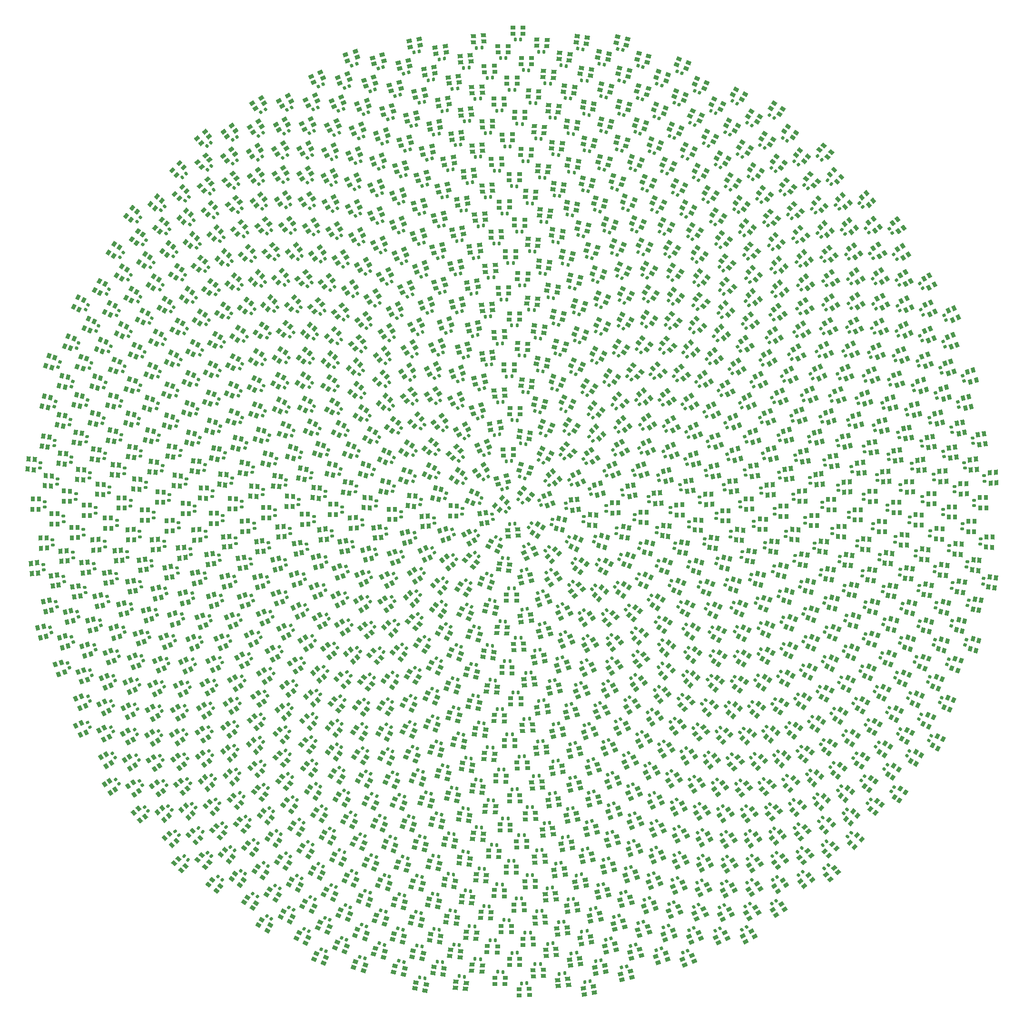
<source format=gbr>
%TF.GenerationSoftware,KiCad,Pcbnew,7.0.11*%
%TF.CreationDate,2025-04-08T01:22:05+09:00*%
%TF.ProjectId,Panel,50616e65-6c2e-46b6-9963-61645f706362,rev?*%
%TF.SameCoordinates,Original*%
%TF.FileFunction,Soldermask,Top*%
%TF.FilePolarity,Negative*%
%FSLAX46Y46*%
G04 Gerber Fmt 4.6, Leading zero omitted, Abs format (unit mm)*
G04 Created by KiCad (PCBNEW 7.0.11) date 2025-04-08 01:22:05*
%MOMM*%
%LPD*%
G01*
G04 APERTURE LIST*
G04 Aperture macros list*
%AMRoundRect*
0 Rectangle with rounded corners*
0 $1 Rounding radius*
0 $2 $3 $4 $5 $6 $7 $8 $9 X,Y pos of 4 corners*
0 Add a 4 corners polygon primitive as box body*
4,1,4,$2,$3,$4,$5,$6,$7,$8,$9,$2,$3,0*
0 Add four circle primitives for the rounded corners*
1,1,$1+$1,$2,$3*
1,1,$1+$1,$4,$5*
1,1,$1+$1,$6,$7*
1,1,$1+$1,$8,$9*
0 Add four rect primitives between the rounded corners*
20,1,$1+$1,$2,$3,$4,$5,0*
20,1,$1+$1,$4,$5,$6,$7,0*
20,1,$1+$1,$6,$7,$8,$9,0*
20,1,$1+$1,$8,$9,$2,$3,0*%
%AMRotRect*
0 Rectangle, with rotation*
0 The origin of the aperture is its center*
0 $1 length*
0 $2 width*
0 $3 Rotation angle, in degrees counterclockwise*
0 Add horizontal line*
21,1,$1,$2,0,0,$3*%
G04 Aperture macros list end*
%ADD10RotRect,0.900000X0.700000X297.593193*%
%ADD11RoundRect,0.140000X0.106161X-0.192950X0.209726X0.067192X-0.106161X0.192950X-0.209726X-0.067192X0*%
%ADD12RotRect,0.900000X0.700000X329.363396*%
%ADD13RoundRect,0.140000X-0.141217X-0.168990X0.138776X-0.171001X0.141217X0.168990X-0.138776X0.171001X0*%
%ADD14RotRect,0.900000X0.700000X38.757848*%
%ADD15RoundRect,0.140000X-0.169469X-0.140642X0.105536X-0.193293X0.169469X0.140642X-0.105536X0.193293X0*%
%ADD16RotRect,0.900000X0.700000X106.048219*%
%ADD17RoundRect,0.140000X0.017768X0.219509X-0.212029X0.059530X-0.017768X-0.219509X0.212029X-0.059530X0*%
%ADD18RoundRect,0.140000X0.088831X-0.201517X0.214811X0.048541X-0.088831X0.201517X-0.214811X-0.048541X0*%
%ADD19RotRect,0.900000X0.700000X283.812173*%
%ADD20RotRect,0.900000X0.700000X191.428585*%
%ADD21RoundRect,0.140000X0.199983X0.092231X-0.052173X0.213958X-0.199983X-0.092231X0.052173X-0.213958X0*%
%ADD22RoundRect,0.140000X-0.220171X0.004955X-0.047081X-0.215136X0.220171X-0.004955X0.047081X0.215136X0*%
%ADD23RotRect,0.900000X0.700000X116.079275*%
%ADD24RoundRect,0.140000X-0.192834X0.106373X-0.141375X-0.168858X0.192834X-0.106373X0.141375X0.168858X0*%
%ADD25RoundRect,0.140000X0.219042X0.022817X0.019609X0.219352X-0.219042X-0.022817X-0.019609X-0.219352X0*%
%ADD26RoundRect,0.140000X0.220033X-0.009250X0.051270X0.214176X-0.220033X0.009250X-0.051270X-0.214176X0*%
%ADD27RotRect,0.900000X0.700000X104.371184*%
%ADD28RotRect,0.900000X0.700000X4.060622*%
%ADD29RotRect,0.900000X0.700000X153.540407*%
%ADD30RoundRect,0.140000X0.211546X0.061224X-0.019523X0.219360X-0.211546X-0.061224X0.019523X-0.219360X0*%
%ADD31RoundRect,0.140000X0.063516X0.210869X-0.194777X0.102772X-0.063516X-0.210869X0.194777X-0.102772X0*%
%ADD32RotRect,0.900000X0.700000X249.541993*%
%ADD33RoundRect,0.140000X0.102088X0.195136X-0.171939X0.137611X-0.102088X-0.195136X0.171939X-0.137611X0*%
%ADD34RotRect,0.900000X0.700000X178.765588*%
%ADD35RoundRect,0.140000X0.207261X0.074451X-0.033327X0.217691X-0.207261X-0.074451X0.033327X-0.217691X0*%
%ADD36RotRect,0.900000X0.700000X240.201913*%
%ADD37RoundRect,0.140000X-0.124353X0.181759X-0.202231X-0.087193X0.124353X-0.181759X0.202231X0.087193X0*%
%ADD38RotRect,0.900000X0.700000X305.388202*%
%ADD39RoundRect,0.140000X-0.214653X-0.049236X0.007163X-0.220111X0.214653X0.049236X-0.007163X0.220111X0*%
%ADD40RoundRect,0.140000X0.162287X-0.148872X0.177229X0.130729X-0.162287X0.148872X-0.177229X-0.130729X0*%
%ADD41RotRect,0.900000X0.700000X82.500072*%
%ADD42RotRect,0.900000X0.700000X0.442623*%
%ADD43RotRect,0.900000X0.700000X172.220566*%
%ADD44RoundRect,0.140000X0.056222X0.212930X-0.198198X0.096008X-0.056222X-0.212930X0.198198X-0.096008X0*%
%ADD45RotRect,0.900000X0.700000X74.146051*%
%ADD46RoundRect,0.140000X-0.200874X-0.090276X0.050083X-0.214457X0.200874X0.090276X-0.050083X0.214457X0*%
%ADD47RoundRect,0.140000X0.217030X-0.037391X0.078313X0.205833X-0.217030X0.037391X-0.078313X-0.205833X0*%
%ADD48RoundRect,0.140000X-0.202077X0.087548X-0.124673X-0.181540X0.202077X-0.087548X0.124673X0.181540X0*%
%ADD49RoundRect,0.140000X0.176927X-0.131136X0.162629X0.148498X-0.176927X0.131136X-0.162629X-0.148498X0*%
%ADD50RoundRect,0.140000X0.164945X0.145922X-0.111585X0.189865X-0.164945X-0.145922X0.111585X-0.189865X0*%
%ADD51RoundRect,0.140000X-0.120783X0.184151X-0.203894X-0.083230X0.120783X-0.184151X0.203894X0.083230X0*%
%ADD52RotRect,0.900000X0.700000X58.524879*%
%ADD53RotRect,0.900000X0.700000X112.725206*%
%ADD54RotRect,0.900000X0.700000X341.762463*%
%ADD55RotRect,0.900000X0.700000X253.587039*%
%ADD56RoundRect,0.140000X-0.146102X-0.164785X0.133712X-0.174989X0.146102X0.164785X-0.133712X0.174989X0*%
%ADD57RoundRect,0.140000X0.140986X-0.169183X0.193078X0.105928X-0.140986X0.169183X-0.193078X-0.105928X0*%
%ADD58RotRect,0.900000X0.700000X76.087015*%
%ADD59RoundRect,0.140000X0.096626X-0.197898X0.212754X0.056885X-0.096626X0.197898X-0.212754X-0.056885X0*%
%ADD60RoundRect,0.140000X-0.012168X0.219891X-0.218144X0.030222X0.012168X-0.219891X0.218144X-0.030222X0*%
%ADD61RotRect,0.900000X0.700000X340.085429*%
%ADD62RoundRect,0.140000X0.103721X-0.194273X0.210557X0.064544X-0.103721X0.194273X-0.210557X-0.064544X0*%
%ADD63RoundRect,0.140000X-0.043785X-0.215831X0.203430X-0.084359X0.043785X0.215831X-0.203430X0.084359X0*%
%ADD64RotRect,0.900000X0.700000X6.001587*%
%ADD65RotRect,0.900000X0.700000X125.683285*%
%ADD66RotRect,0.900000X0.700000X267.631989*%
%ADD67RoundRect,0.140000X-0.068892X0.209174X-0.218503X-0.027504X0.068892X-0.209174X0.218503X0.027504X0*%
%ADD68RotRect,0.900000X0.700000X57.965867*%
%ADD69RotRect,0.900000X0.700000X171.925484*%
%ADD70RoundRect,0.140000X0.172068X-0.137450X0.167894X0.142518X-0.172068X0.137450X-0.167894X-0.142518X0*%
%ADD71RoundRect,0.140000X-0.035652X0.217322X-0.220126X0.006682X0.035652X-0.217322X0.220126X-0.006682X0*%
%ADD72RoundRect,0.140000X-0.014819X0.219728X-0.218492X0.027590X0.014819X-0.219728X0.218492X-0.027590X0*%
%ADD73RotRect,0.900000X0.700000X191.591703*%
%ADD74RoundRect,0.140000X-0.160257X-0.151056X0.117523X-0.186248X0.160257X0.151056X-0.117523X0.186248X0*%
%ADD75RotRect,0.900000X0.700000X292.166194*%
%ADD76RotRect,0.900000X0.700000X199.254748*%
%ADD77RotRect,0.900000X0.700000X37.639825*%
%ADD78RoundRect,0.140000X-0.086861X0.202374X-0.215274X-0.046443X0.086861X-0.202374X0.215274X0.046443X0*%
%ADD79RotRect,0.900000X0.700000X153.835489*%
%ADD80RoundRect,0.140000X0.051563X0.214106X-0.200245X0.091662X-0.051563X-0.214106X0.200245X-0.091662X0*%
%ADD81RoundRect,0.140000X-0.206461X0.076640X-0.114807X-0.187934X0.206461X-0.076640X0.114807X0.187934X0*%
%ADD82RotRect,0.900000X0.700000X176.265613*%
%ADD83RotRect,0.900000X0.700000X143.509351*%
%ADD84RotRect,0.900000X0.700000X103.121196*%
%ADD85RoundRect,0.140000X-0.130438X0.177443X-0.199162X-0.093992X0.130438X-0.177443X0.199162X0.093992X0*%
%ADD86RoundRect,0.140000X-0.211176X0.062486X-0.101820X-0.195276X0.211176X-0.062486X0.101820X0.195276X0*%
%ADD87RotRect,0.900000X0.700000X140.582328*%
%ADD88RotRect,0.900000X0.700000X31.358733*%
%ADD89RoundRect,0.140000X-0.220218X-0.001998X-0.040267X-0.216515X0.220218X0.001998X0.040267X0.216515X0*%
%ADD90RotRect,0.900000X0.700000X84.573001*%
%ADD91RoundRect,0.140000X0.006354X-0.220135X0.217269X-0.035975X-0.006354X0.220135X-0.217269X0.035975X0*%
%ADD92RotRect,0.900000X0.700000X326.568338*%
%ADD93RoundRect,0.140000X-0.120358X0.184429X-0.204085X-0.082760X0.120358X-0.184429X0.204085X0.082760X0*%
%ADD94RoundRect,0.140000X0.020919X0.219231X-0.211152X0.062569X-0.020919X-0.219231X0.211152X-0.062569X0*%
%ADD95RotRect,0.900000X0.700000X90.722129*%
%ADD96RoundRect,0.140000X-0.146724X0.164231X-0.189319X-0.112510X0.146724X-0.164231X0.189319X0.112510X0*%
%ADD97RoundRect,0.140000X0.216887X0.038211X0.004087X0.220189X-0.216887X-0.038211X-0.004087X-0.220189X0*%
%ADD98RotRect,0.900000X0.700000X126.933273*%
%ADD99RotRect,0.900000X0.700000X108.416230*%
%ADD100RotRect,0.900000X0.700000X180.838517*%
%ADD101RoundRect,0.140000X-0.016456X0.219611X-0.218692X0.025960X0.016456X-0.219611X0.218692X-0.025960X0*%
%ADD102RotRect,0.900000X0.700000X326.995385*%
%ADD103RotRect,0.900000X0.700000X94.340128*%
%ADD104RotRect,0.900000X0.700000X282.694149*%
%ADD105RoundRect,0.140000X0.135575X-0.173550X0.196326X0.099780X-0.135575X0.173550X-0.196326X-0.099780X0*%
%ADD106RotRect,0.900000X0.700000X120.388251*%
%ADD107RoundRect,0.140000X0.044282X0.215729X-0.203235X0.084827X-0.044282X-0.215729X0.203235X-0.084827X0*%
%ADD108RotRect,0.900000X0.700000X99.899091*%
%ADD109RoundRect,0.140000X0.220182X-0.004448X0.046586X0.215244X-0.220182X0.004448X-0.046586X-0.215244X0*%
%ADD110RoundRect,0.140000X0.160827X-0.150449X0.178496X0.128993X-0.160827X0.150449X-0.178496X-0.128993X0*%
%ADD111RotRect,0.900000X0.700000X100.031056*%
%ADD112RotRect,0.900000X0.700000X25.504687*%
%ADD113RotRect,0.900000X0.700000X93.222105*%
%ADD114RoundRect,0.140000X-0.207541X0.073667X-0.112096X-0.189564X0.207541X-0.073667X0.112096X0.189564X0*%
%ADD115RoundRect,0.140000X0.168820X0.141421X-0.106425X0.192805X-0.168820X-0.141421X0.106425X-0.192805X0*%
%ADD116RoundRect,0.140000X0.046880X0.215180X-0.202197X0.087272X-0.046880X-0.215180X0.202197X-0.087272X0*%
%ADD117RoundRect,0.140000X-0.142382X-0.168010X0.137591X-0.171956X0.142382X0.168010X-0.137591X0.171956X0*%
%ADD118RoundRect,0.140000X0.060853X0.211653X-0.196056X0.100309X-0.060853X-0.211653X0.196056X-0.100309X0*%
%ADD119RotRect,0.900000X0.700000X53.361810*%
%ADD120RoundRect,0.140000X-0.198586X-0.095202X0.055356X-0.213157X0.198586X0.095202X-0.055356X0.213157X0*%
%ADD121RoundRect,0.140000X0.217413X0.035092X0.007249X0.220108X-0.217413X-0.035092X-0.007249X-0.220108X0*%
%ADD122RoundRect,0.140000X-0.135812X-0.173364X0.144104X-0.166535X0.135812X0.173364X-0.144104X0.166535X0*%
%ADD123RoundRect,0.140000X0.068296X-0.209370X0.218580X0.026882X-0.068296X0.209370X-0.218580X-0.026882X0*%
%ADD124RoundRect,0.140000X-0.215338X-0.046148X0.004000X-0.220191X0.215338X0.046148X-0.004000X0.220191X0*%
%ADD125RotRect,0.900000X0.700000X25.931734*%
%ADD126RoundRect,0.140000X-0.111919X-0.189669X0.164688X-0.146212X0.111919X0.189669X-0.164688X0.146212X0*%
%ADD127RotRect,0.900000X0.700000X152.981395*%
%ADD128RoundRect,0.140000X0.219568X0.017022X0.025397X0.218758X-0.219568X-0.017022X-0.025397X-0.218758X0*%
%ADD129RoundRect,0.140000X-0.171751X0.137846X-0.168222X-0.142131X0.171751X-0.137846X0.168222X0.142131X0*%
%ADD130RoundRect,0.140000X-0.021748X0.219151X-0.219254X0.020678X0.021748X-0.219151X0.219254X-0.020678X0*%
%ADD131RoundRect,0.140000X-0.107755X-0.192065X0.167839X-0.142584X0.107755X0.192065X-0.167839X0.142584X0*%
%ADD132RoundRect,0.140000X0.137893X0.171713X-0.142086X0.168261X-0.137893X-0.171713X0.142086X-0.168261X0*%
%ADD133RotRect,0.900000X0.700000X78.882073*%
%ADD134RoundRect,0.140000X0.217384X-0.035272X0.076301X0.206587X-0.217384X0.035272X-0.076301X-0.206587X0*%
%ADD135RotRect,0.900000X0.700000X355.543484*%
%ADD136RotRect,0.900000X0.700000X304.006250*%
%ADD137RoundRect,0.140000X-0.159001X0.152377X-0.180038X-0.126831X0.159001X-0.152377X0.180038X0.126831X0*%
%ADD138RotRect,0.900000X0.700000X114.107158*%
%ADD139RotRect,0.900000X0.700000X186.296669*%
%ADD140RoundRect,0.140000X0.062255X-0.211245X0.219262X0.020593X-0.062255X0.211245X-0.219262X-0.020593X0*%
%ADD141RotRect,0.900000X0.700000X308.742272*%
%ADD142RoundRect,0.140000X0.089107X0.201395X-0.180571X0.126071X-0.089107X-0.201395X0.180571X-0.126071X0*%
%ADD143RoundRect,0.140000X0.189380X-0.112407X0.146635X0.164311X-0.189380X0.112407X-0.146635X-0.164311X0*%
%ADD144RotRect,0.900000X0.700000X14.223643*%
%ADD145RotRect,0.900000X0.700000X350.543532*%
%ADD146RoundRect,0.140000X0.183279X0.122102X-0.084692X0.203291X-0.183279X-0.122102X0.084692X-0.203291X0*%
%ADD147RotRect,0.900000X0.700000X42.080765*%
%ADD148RotRect,0.900000X0.700000X276.413057*%
%ADD149RoundRect,0.140000X-0.190619X-0.110293X0.071695X-0.208230X0.190619X0.110293X-0.071695X0.208230X0*%
%ADD150RoundRect,0.140000X-0.174024X0.134965X-0.165830X-0.144915X0.174024X-0.134965X0.165830X0.144915X0*%
%ADD151RotRect,0.900000X0.700000X138.509399*%
%ADD152RotRect,0.900000X0.700000X322.950339*%
%ADD153RoundRect,0.140000X0.217249X0.036093X0.006235X0.220139X-0.217249X-0.036093X-0.006235X-0.220139X0*%
%ADD154RotRect,0.900000X0.700000X148.936349*%
%ADD155RotRect,0.900000X0.700000X288.253113*%
%ADD156RoundRect,0.140000X0.016132X0.219636X-0.212467X0.057948X-0.016132X-0.219636X0.212467X-0.057948X0*%
%ADD157RotRect,0.900000X0.700000X257.468968*%
%ADD158RoundRect,0.140000X0.035331X0.217375X-0.206566X0.076357X-0.035331X-0.217375X0.206566X-0.076357X0*%
%ADD159RotRect,0.900000X0.700000X101.149079*%
%ADD160RoundRect,0.140000X0.104880X0.193650X-0.169945X0.140066X-0.104880X-0.193650X0.169945X-0.140066X0*%
%ADD161RoundRect,0.140000X0.219194X0.021303X0.021124X0.219212X-0.219194X-0.021303X-0.021124X-0.219212X0*%
%ADD162RoundRect,0.140000X-0.219988X0.010263X-0.052256X-0.213938X0.219988X-0.010263X0.052256X0.213938X0*%
%ADD163RoundRect,0.140000X-0.192183X-0.107544X0.068697X-0.209239X0.192183X0.107544X-0.068697X0.209239X0*%
%ADD164RoundRect,0.140000X-0.219347X-0.019668X-0.022757X-0.219048X0.219347X0.019668X0.022757X0.219048X0*%
%ADD165RoundRect,0.140000X-0.081181X-0.204718X0.185353X-0.118930X0.081181X0.204718X-0.185353X0.118930X0*%
%ADD166RotRect,0.900000X0.700000X299.006298*%
%ADD167RoundRect,0.140000X0.087902X-0.201924X0.215032X0.047551X-0.087902X0.201924X-0.215032X-0.047551X0*%
%ADD168RoundRect,0.140000X0.084113X0.203531X-0.183626X0.121580X-0.084113X-0.203531X0.183626X-0.121580X0*%
%ADD169RoundRect,0.140000X-0.199290X-0.093719X0.053766X-0.213563X0.199290X0.093719X-0.053766X0.213563X0*%
%ADD170RotRect,0.900000X0.700000X72.864910*%
%ADD171RotRect,0.900000X0.700000X222.934859*%
%ADD172RotRect,0.900000X0.700000X30.108745*%
%ADD173RoundRect,0.140000X-0.185464X0.118757X-0.152116X-0.159250X0.185464X-0.118757X0.152116X0.159250X0*%
%ADD174RoundRect,0.140000X0.037153X-0.217071X0.220167X-0.005161X-0.037153X0.217071X-0.220167X0.005161X0*%
%ADD175RoundRect,0.140000X0.167314X-0.143199X0.172625X0.136750X-0.167314X0.143199X-0.172625X-0.136750X0*%
%ADD176RotRect,0.900000X0.700000X63.819913*%
%ADD177RotRect,0.900000X0.700000X322.259363*%
%ADD178RotRect,0.900000X0.700000X65.364983*%
%ADD179RotRect,0.900000X0.700000X203.563723*%
%ADD180RoundRect,0.140000X-0.187042X-0.116256X0.078232X-0.205863X0.187042X0.116256X-0.078232X0.205863X0*%
%ADD181RotRect,0.900000X0.700000X12.678573*%
%ADD182RoundRect,0.140000X-0.052665X-0.213837X0.199770X-0.092692X0.052665X0.213837X-0.199770X0.092692X0*%
%ADD183RoundRect,0.140000X-0.025012X0.218802X-0.219538X0.017408X0.025012X-0.218802X0.219538X-0.017408X0*%
%ADD184RotRect,0.900000X0.700000X345.512427*%
%ADD185RoundRect,0.140000X-0.003881X-0.220193X0.215363X-0.046031X0.003881X0.220193X-0.215363X0.046031X0*%
%ADD186RoundRect,0.140000X0.114043X-0.188399X0.206771X0.075800X-0.114043X0.188399X-0.206771X-0.075800X0*%
%ADD187RotRect,0.900000X0.700000X125.947214*%
%ADD188RotRect,0.900000X0.700000X179.192635*%
%ADD189RoundRect,0.140000X0.054749X0.213313X-0.198857X0.094636X-0.054749X-0.213313X0.198857X-0.094636X0*%
%ADD190RotRect,0.900000X0.700000X220.830778*%
%ADD191RotRect,0.900000X0.700000X283.944137*%
%ADD192RotRect,0.900000X0.700000X63.687948*%
%ADD193RoundRect,0.140000X-0.204320X0.082179X-0.119833X-0.184770X0.204320X-0.082179X0.119833X0.184770X0*%
%ADD194RotRect,0.900000X0.700000X98.385174*%
%ADD195RoundRect,0.140000X-0.206525X-0.076469X0.035449X-0.217355X0.206525X0.076469X-0.035449X0.217355X0*%
%ADD196RotRect,0.900000X0.700000X237.538820*%
%ADD197RotRect,0.900000X0.700000X166.498486*%
%ADD198RotRect,0.900000X0.700000X37.903755*%
%ADD199RoundRect,0.140000X-0.209763X0.067078X-0.106056X-0.193008X0.209763X-0.067078X0.106056X0.193008X0*%
%ADD200RoundRect,0.140000X-0.042673X-0.216053X0.203861X-0.083310X0.042673X0.216053X-0.203861X0.083310X0*%
%ADD201RotRect,0.900000X0.700000X246.746935*%
%ADD202RotRect,0.900000X0.700000X86.677083*%
%ADD203RoundRect,0.140000X-0.200616X-0.090847X0.050693X-0.214313X0.200616X0.090847X-0.050693X0.214313X0*%
%ADD204RotRect,0.900000X0.700000X244.378924*%
%ADD205RoundRect,0.140000X-0.215843X0.043726X-0.084303X-0.203453X0.215843X-0.043726X0.084303X0.203453X0*%
%ADD206RotRect,0.900000X0.700000X85.559060*%
%ADD207RoundRect,0.140000X0.140596X-0.169508X0.193322X0.105483X-0.140596X0.169508X-0.193322X-0.105483X0*%
%ADD208RoundRect,0.140000X-0.006861X0.220120X-0.217351X0.035475X0.006861X-0.220120X0.217351X-0.035475X0*%
%ADD209RoundRect,0.140000X-0.205522X0.079124X-0.117065X-0.186536X0.205522X-0.079124X0.117065X0.186536X0*%
%ADD210RoundRect,0.140000X-0.138935X0.170871X-0.194342X-0.103592X0.138935X-0.170871X0.194342X0.103592X0*%
%ADD211RotRect,0.900000X0.700000X23.004711*%
%ADD212RotRect,0.900000X0.700000X327.981443*%
%ADD213RotRect,0.900000X0.700000X10.473679*%
%ADD214RoundRect,0.140000X0.152334X0.159042X-0.126880X0.180004X-0.152334X-0.159042X0.126880X-0.180004X0*%
%ADD215RoundRect,0.140000X0.064798X-0.210479X0.218998X0.023235X-0.064798X0.210479X-0.218998X-0.023235X0*%
%ADD216RotRect,0.900000X0.700000X191.987597*%
%ADD217RoundRect,0.140000X-0.113071X0.188984X-0.207159X-0.074735X0.113071X-0.188984X0.207159X0.074735X0*%
%ADD218RotRect,0.900000X0.700000X161.071487*%
%ADD219RoundRect,0.140000X-0.045594X0.215456X-0.220200X-0.003433X0.045594X-0.215456X0.220200X0.003433X0*%
%ADD220RoundRect,0.140000X0.027649X-0.218485X0.219732X-0.014759X-0.027649X0.218485X-0.219732X0.014759X0*%
%ADD221RoundRect,0.140000X-0.220128X0.006596X-0.048684X-0.214779X0.220128X-0.006596X0.048684X0.214779X0*%
%ADD222RotRect,0.900000X0.700000X26.195664*%
%ADD223RotRect,0.900000X0.700000X328.245373*%
%ADD224RoundRect,0.140000X-0.191787X0.108249X-0.143016X-0.167471X0.191787X-0.108249X0.143016X0.167471X0*%
%ADD225RotRect,0.900000X0.700000X28.726792*%
%ADD226RotRect,0.900000X0.700000X216.653767*%
%ADD227RoundRect,0.140000X-0.099458X0.196489X-0.211915X-0.059935X0.099458X-0.196489X0.211915X0.059935X0*%
%ADD228RotRect,0.900000X0.700000X250.660017*%
%ADD229RotRect,0.900000X0.700000X239.083890*%
%ADD230RoundRect,0.140000X-0.157279X-0.154154X0.121135X-0.183919X0.157279X0.154154X-0.121135X0.183919X0*%
%ADD231RotRect,0.900000X0.700000X338.571511*%
%ADD232RoundRect,0.140000X0.214766X0.048742X-0.006656X0.220127X-0.214766X-0.048742X0.006656X-0.220127X0*%
%ADD233RotRect,0.900000X0.700000X65.760877*%
%ADD234RotRect,0.900000X0.700000X61.746984*%
%ADD235RotRect,0.900000X0.700000X253.028028*%
%ADD236RoundRect,0.140000X-0.201624X0.088588X-0.125606X-0.180895X0.201624X-0.088588X0.125606X0.180895X0*%
%ADD237RoundRect,0.140000X0.216687X0.039328X0.002952X0.220207X-0.216687X-0.039328X-0.002952X-0.220207X0*%
%ADD238RotRect,0.900000X0.700000X347.189462*%
%ADD239RoundRect,0.140000X-0.195864X0.100684X-0.136373X-0.172923X0.195864X-0.100684X0.136373X0.172923X0*%
%ADD240RotRect,0.900000X0.700000X75.100957*%
%ADD241RotRect,0.900000X0.700000X315.287294*%
%ADD242RotRect,0.900000X0.700000X78.159944*%
%ADD243RoundRect,0.140000X0.098261X0.197091X-0.174592X0.134230X-0.098261X-0.197091X0.174592X-0.134230X0*%
%ADD244RotRect,0.900000X0.700000X125.551320*%
%ADD245RotRect,0.900000X0.700000X3.074564*%
%ADD246RoundRect,0.140000X0.065282X-0.210329X0.218944X0.023740X-0.065282X0.210329X-0.218944X-0.023740X0*%
%ADD247RoundRect,0.140000X-0.212355X0.058354X-0.097991X-0.197225X0.212355X-0.058354X0.097991X0.197225X0*%
%ADD248RotRect,0.900000X0.700000X186.428633*%
%ADD249RotRect,0.900000X0.700000X190.178597*%
%ADD250RotRect,0.900000X0.700000X29.976780*%
%ADD251RoundRect,0.140000X-0.201287X-0.089350X0.049094X-0.214685X0.201287X0.089350X-0.049094X0.214685X0*%
%ADD252RoundRect,0.140000X-0.207199X0.074622X-0.112968X-0.189045X0.207199X-0.074622X0.112968X0.189045X0*%
%ADD253RoundRect,0.140000X-0.218832X0.024748X-0.066251X-0.210026X0.218832X-0.024748X0.066251X0.210026X0*%
%ADD254RoundRect,0.140000X0.213373X0.054515X-0.012588X0.219867X-0.213373X-0.054515X0.012588X-0.219867X0*%
%ADD255RoundRect,0.140000X-0.215943X0.043229X-0.083834X-0.203646X0.215943X-0.043229X0.083834X0.203646X0*%
%ADD256RoundRect,0.140000X-0.188167X-0.114425X0.076220X-0.206617X0.188167X0.114425X-0.076220X0.206617X0*%
%ADD257RoundRect,0.140000X0.013807X-0.219794X0.218363X-0.028596X-0.013807X0.219794X-0.218363X0.028596X0*%
%ADD258RoundRect,0.140000X-0.129356X-0.178233X0.150122X-0.161132X0.129356X0.178233X-0.150122X0.161132X0*%
%ADD259RoundRect,0.140000X0.050576X0.214341X-0.200665X0.090738X-0.050576X-0.214341X0.200665X-0.090738X0*%
%ADD260RoundRect,0.140000X-0.212435X-0.058063X0.016251X-0.219627X0.212435X0.058063X-0.016251X0.219627X0*%
%ADD261RoundRect,0.140000X-0.138541X0.171191X-0.194580X-0.103144X0.138541X-0.171191X0.194580X0.103144X0*%
%ADD262RotRect,0.900000X0.700000X356.102495*%
%ADD263RotRect,0.900000X0.700000X45.302870*%
%ADD264RoundRect,0.140000X0.211947X-0.059820X0.099351X0.196543X-0.211947X0.059820X-0.099351X-0.196543X0*%
%ADD265RoundRect,0.140000X-0.108039X0.191905X-0.209061X-0.069235X0.108039X-0.191905X0.209061X0.069235X0*%
%ADD266RotRect,0.900000X0.700000X52.406904*%
%ADD267RotRect,0.900000X0.700000X160.380511*%
%ADD268RoundRect,0.140000X-0.177900X0.129814X-0.161518X-0.149706X0.177900X-0.129814X0.161518X0.149706X0*%
%ADD269RoundRect,0.140000X0.009009X-0.220043X0.217687X-0.033352X-0.009009X0.220043X-0.217687X0.033352X0*%
%ADD270RotRect,0.900000X0.700000X35.962790*%
%ADD271RotRect,0.900000X0.700000X151.467478*%
%ADD272RoundRect,0.140000X-0.219746X0.014554X-0.056421X-0.212877X0.219746X-0.014554X0.056421X0.212877X0*%
%ADD273RotRect,0.900000X0.700000X78.718956*%
%ADD274RotRect,0.900000X0.700000X294.270276*%
%ADD275RoundRect,0.140000X-0.204509X0.081708X-0.119407X-0.185046X0.204509X-0.081708X0.119407X0.185046X0*%
%ADD276RotRect,0.900000X0.700000X315.419259*%
%ADD277RotRect,0.900000X0.700000X269.736071*%
%ADD278RoundRect,0.140000X0.220045X0.008949X0.033412X0.217678X-0.220045X-0.008949X-0.033412X-0.217678X0*%
%ADD279RotRect,0.900000X0.700000X56.024903*%
%ADD280RoundRect,0.140000X0.105876X0.193107X-0.169222X0.140940X-0.105876X-0.193107X0.169222X-0.140940X0*%
%ADD281RotRect,0.900000X0.700000X77.764050*%
%ADD282RotRect,0.900000X0.700000X40.403731*%
%ADD283RotRect,0.900000X0.700000X278.781068*%
%ADD284RoundRect,0.140000X-0.057026X0.212716X-0.219703X-0.015179X0.057026X-0.212716X0.219703X0.015179X0*%
%ADD285RoundRect,0.140000X0.155279X-0.156168X0.183045X0.122452X-0.155279X0.156168X-0.183045X-0.122452X0*%
%ADD286RoundRect,0.140000X-0.216197X-0.041938X-0.000297X-0.220227X0.216197X0.041938X0.000297X0.220227X0*%
%ADD287RoundRect,0.140000X-0.033710X-0.217632X0.207130X-0.074815X0.033710X0.217632X-0.207130X0.074815X0*%
%ADD288RoundRect,0.140000X0.198727X-0.094908X0.131254X0.176840X-0.198727X0.094908X-0.131254X-0.176840X0*%
%ADD289RoundRect,0.140000X0.104720X-0.193736X0.210221X0.065627X-0.104720X0.193736X-0.210221X-0.065627X0*%
%ADD290RoundRect,0.140000X-0.167102X-0.143447X0.108742X-0.191507X0.167102X0.143447X-0.108742X0.191507X0*%
%ADD291RoundRect,0.140000X0.105611X-0.193252X0.209917X0.066595X-0.105611X0.193252X-0.209917X-0.066595X0*%
%ADD292RoundRect,0.140000X-0.219947X-0.011095X-0.031286X-0.217994X0.219947X0.011095X0.031286X0.217994X0*%
%ADD293RoundRect,0.140000X0.183393X-0.121931X0.154834X0.156609X-0.183393X0.121931X-0.154834X-0.156609X0*%
%ADD294RotRect,0.900000X0.700000X344.821451*%
%ADD295RotRect,0.900000X0.700000X45.139753*%
%ADD296RotRect,0.900000X0.700000X31.653815*%
%ADD297RoundRect,0.140000X0.070930X-0.208492X0.218224X0.029635X-0.070930X0.208492X-0.218224X-0.029635X0*%
%ADD298RotRect,0.900000X0.700000X82.764002*%
%ADD299RoundRect,0.140000X-0.116306X0.187010X-0.205842X-0.078288X0.116306X-0.187010X0.205842X0.078288X0*%
%ADD300RoundRect,0.140000X0.163173X0.147900X-0.113867X0.188506X-0.163173X-0.147900X0.113867X-0.188506X0*%
%ADD301RotRect,0.900000X0.700000X210.799721*%
%ADD302RotRect,0.900000X0.700000X297.888275*%
%ADD303RoundRect,0.140000X0.218127X0.030341X0.012048X0.219897X-0.218127X-0.030341X-0.012048X-0.219897X0*%
%ADD304RoundRect,0.140000X0.051387X-0.214148X0.220028X0.009370X-0.051387X0.214148X-0.220028X-0.009370X0*%
%ADD305RoundRect,0.140000X0.156210X0.155237X-0.122403X0.183078X-0.156210X-0.155237X0.122403X-0.183078X0*%
%ADD306RotRect,0.900000X0.700000X13.105620*%
%ADD307RoundRect,0.140000X-0.211776X0.060423X-0.099910X-0.196260X0.211776X-0.060423X0.099910X0.196260X0*%
%ADD308RotRect,0.900000X0.700000X147.818326*%
%ADD309RoundRect,0.140000X0.196609X-0.099221X0.135080X0.173935X-0.196609X0.099221X-0.135080X-0.173935X0*%
%ADD310RotRect,0.900000X0.700000X209.417769*%
%ADD311RoundRect,0.140000X-0.218102X0.030521X-0.071776X-0.208202X0.218102X-0.030521X0.071776X0.208202X0*%
%ADD312RotRect,0.900000X0.700000X54.083939*%
%ADD313RotRect,0.900000X0.700000X238.097832*%
%ADD314RoundRect,0.140000X-0.183739X0.121408X-0.154388X-0.157049X0.183739X-0.121408X0.154388X0.157049X0*%
%ADD315RoundRect,0.140000X-0.084882X0.203212X-0.215717X-0.044341X0.084882X-0.203212X0.215717X0.044341X0*%
%ADD316RoundRect,0.140000X-0.030784X0.218065X-0.219921X0.011602X0.030784X-0.218065X0.219921X-0.011602X0*%
%ADD317RotRect,0.900000X0.700000X334.526465*%
%ADD318RoundRect,0.140000X0.132404X0.175981X-0.147326X0.163691X-0.132404X-0.175981X0.147326X-0.163691X0*%
%ADD319RotRect,0.900000X0.700000X204.386664*%
%ADD320RoundRect,0.140000X0.176017X-0.132356X0.163651X0.147371X-0.176017X0.132356X-0.163651X-0.147371X0*%
%ADD321RoundRect,0.140000X0.023381X-0.218983X0.219402X-0.019044X-0.023381X0.218983X-0.219402X0.019044X0*%
%ADD322RotRect,0.900000X0.700000X46.125811*%
%ADD323RotRect,0.900000X0.700000X97.531080*%
%ADD324RotRect,0.900000X0.700000X163.866545*%
%ADD325RotRect,0.900000X0.700000X121.638239*%
%ADD326RoundRect,0.140000X0.219127X-0.021988X0.063598X0.210844X-0.219127X0.021988X-0.063598X-0.210844X0*%
%ADD327RotRect,0.900000X0.700000X27.608769*%
%ADD328RoundRect,0.140000X-0.209608X0.067561X-0.106500X-0.192763X0.209608X-0.067561X0.106500X0.192763X0*%
%ADD329RoundRect,0.140000X0.099727X0.196353X-0.173586X0.135528X-0.099727X-0.196353X0.173586X-0.135528X0*%
%ADD330RoundRect,0.140000X0.083175X0.203917X-0.184184X0.120733X-0.083175X-0.203917X0.184184X-0.120733X0*%
%ADD331RotRect,0.900000X0.700000X15.341666*%
%ADD332RotRect,0.900000X0.700000X62.142878*%
%ADD333RoundRect,0.140000X-0.054948X0.213262X-0.219841X-0.013035X0.054948X-0.213262X0.219841X0.013035X0*%
%ADD334RoundRect,0.140000X-0.115166X-0.187714X0.162148X-0.149024X0.115166X0.187714X-0.162148X0.149024X0*%
%ADD335RoundRect,0.140000X0.186614X-0.116942X0.150555X0.160727X-0.186614X0.116942X-0.150555X-0.160727X0*%
%ADD336RotRect,0.900000X0.700000X321.273304*%
%ADD337RotRect,0.900000X0.700000X259.573050*%
%ADD338RotRect,0.900000X0.700000X200.341618*%
%ADD339RoundRect,0.140000X-0.115598X-0.187449X0.161804X-0.149397X0.115598X0.187449X-0.161804X0.149397X0*%
%ADD340RotRect,0.900000X0.700000X34.844767*%
%ADD341RotRect,0.900000X0.700000X30.372674*%
%ADD342RotRect,0.900000X0.700000X172.779578*%
%ADD343RotRect,0.900000X0.700000X56.451950*%
%ADD344RoundRect,0.140000X0.166242X-0.144442X0.173639X0.135460X-0.166242X0.144442X-0.173639X-0.135460X0*%
%ADD345RoundRect,0.140000X0.156796X-0.154645X0.181841X0.124232X-0.156796X0.154645X-0.181841X-0.124232X0*%
%ADD346RotRect,0.900000X0.700000X235.170809*%
%ADD347RotRect,0.900000X0.700000X316.700399*%
%ADD348RoundRect,0.140000X-0.161599X0.149618X-0.177829X-0.129911X0.161599X-0.149618X0.177829X0.129911X0*%
%ADD349RoundRect,0.140000X0.192094X-0.107703X0.142538X0.167877X-0.192094X0.107703X-0.142538X-0.167877X0*%
%ADD350RotRect,0.900000X0.700000X128.183260*%
%ADD351RotRect,0.900000X0.700000X193.796596*%
%ADD352RotRect,0.900000X0.700000X319.891352*%
%ADD353RotRect,0.900000X0.700000X243.260901*%
%ADD354RoundRect,0.140000X-0.128024X-0.179193X0.151318X-0.160009X0.128024X0.179193X-0.151318X0.160009X0*%
%ADD355RoundRect,0.140000X0.220227X-0.000151X0.042377X0.216112X-0.220227X0.000151X-0.042377X-0.216112X0*%
%ADD356RotRect,0.900000X0.700000X152.290419*%
%ADD357RotRect,0.900000X0.700000X124.138215*%
%ADD358RotRect,0.900000X0.700000X277.826162*%
%ADD359RotRect,0.900000X0.700000X264.441037*%
%ADD360RoundRect,0.140000X0.012674X-0.219862X0.218213X-0.029720X-0.012674X0.219862X-0.218213X0.029720X0*%
%ADD361RotRect,0.900000X0.700000X219.712754*%
%ADD362RotRect,0.900000X0.700000X193.237585*%
%ADD363RoundRect,0.140000X0.215741X-0.044223X0.084772X0.203258X-0.215741X0.044223X-0.084772X-0.203258X0*%
%ADD364RotRect,0.900000X0.700000X280.458103*%
%ADD365RoundRect,0.140000X0.083945X-0.203601X0.215919X0.043346X-0.083945X0.203601X-0.215919X-0.043346X0*%
%ADD366RoundRect,0.140000X0.095605X-0.198393X0.213044X0.055789X-0.095605X0.198393X-0.213044X-0.055789X0*%
%ADD367RoundRect,0.140000X0.216410X0.040824X0.001431X0.220223X-0.216410X-0.040824X-0.001431X-0.220223X0*%
%ADD368RotRect,0.900000X0.700000X144.759339*%
%ADD369RoundRect,0.140000X0.004388X0.220183X-0.215256X0.046527X-0.004388X-0.220183X0.215256X-0.046527X0*%
%ADD370RoundRect,0.140000X0.145115X-0.165655X0.190407X0.110657X-0.145115X0.165655X-0.190407X-0.110657X0*%
%ADD371RotRect,0.900000X0.700000X139.332340*%
%ADD372RotRect,0.900000X0.700000X303.874285*%
%ADD373RoundRect,0.140000X0.174519X0.134325X-0.098368X0.197037X-0.174519X-0.134325X0.098368X-0.197037X0*%
%ADD374RoundRect,0.140000X-0.213651X-0.053415X0.011456X-0.219929X0.213651X0.053415X-0.011456X0.219929X0*%
%ADD375RoundRect,0.140000X-0.193621X0.104932X-0.140113X-0.169907X0.193621X-0.104932X0.140113X0.169907X0*%
%ADD376RotRect,0.900000X0.700000X282.826114*%
%ADD377RoundRect,0.140000X-0.150034X-0.161213X0.129452X-0.178163X0.150034X0.161213X-0.129452X0.178163X0*%
%ADD378RotRect,0.900000X0.700000X172.616461*%
%ADD379RoundRect,0.140000X-0.034211X-0.217554X0.206957X-0.075292X0.034211X0.217554X-0.206957X0.075292X0*%
%ADD380RoundRect,0.140000X0.115342X-0.187607X0.206242X0.077227X-0.115342X0.187607X-0.206242X-0.077227X0*%
%ADD381RoundRect,0.140000X-0.213972X0.052114X-0.092177X-0.200008X0.213972X-0.052114X0.092177X0.200008X0*%
%ADD382RoundRect,0.140000X0.111222X-0.190078X0.207878X0.072710X-0.111222X0.190078X-0.207878X-0.072710X0*%
%ADD383RoundRect,0.140000X0.154473X-0.156965X0.183673X0.121508X-0.154473X0.156965X-0.183673X-0.121508X0*%
%ADD384RoundRect,0.140000X0.190872X0.109854X-0.071215X0.208395X-0.190872X-0.109854X0.071215X-0.208395X0*%
%ADD385RotRect,0.900000X0.700000X144.068362*%
%ADD386RotRect,0.900000X0.700000X149.099467*%
%ADD387RoundRect,0.140000X0.067814X-0.209526X0.218642X0.026378X-0.067814X0.209526X-0.218642X-0.026378X0*%
%ADD388RoundRect,0.140000X0.042495X-0.216088X0.220227X0.000270X-0.042495X0.216088X-0.220227X-0.000270X0*%
%ADD389RotRect,0.900000X0.700000X181.560646*%
%ADD390RotRect,0.900000X0.700000X226.684823*%
%ADD391RoundRect,0.140000X0.145633X0.165200X-0.134209X0.174608X-0.145633X-0.165200X0.134209X-0.174608X0*%
%ADD392RoundRect,0.140000X-0.165360X-0.145451X0.111044X-0.190182X0.165360X0.145451X-0.111044X0.190182X0*%
%ADD393RoundRect,0.140000X-0.172384X0.137054X-0.167566X-0.142905X0.172384X-0.137054X0.167566X0.142905X0*%
%ADD394RoundRect,0.140000X0.194159X-0.103934X0.139236X0.170627X-0.194159X0.103934X-0.139236X-0.170627X0*%
%ADD395RoundRect,0.140000X-0.182647X-0.123044X0.085738X-0.202852X0.182647X0.123044X-0.085738X0.202852X0*%
%ADD396RoundRect,0.140000X0.188860X-0.113278X0.147390X0.163634X-0.188860X0.113278X-0.147390X-0.163634X0*%
%ADD397RoundRect,0.140000X0.025193X0.218781X-0.209891X0.066677X-0.025193X-0.218781X0.209891X-0.066677X0*%
%ADD398RoundRect,0.140000X-0.069065X-0.209117X0.191993X-0.107882X0.069065X0.209117X-0.191993X0.107882X0*%
%ADD399RoundRect,0.140000X-0.099005X0.196718X-0.212052X-0.059447X0.099005X-0.196718X0.212052X0.059447X0*%
%ADD400RotRect,0.900000X0.700000X252.041969*%
%ADD401RotRect,0.900000X0.700000X264.868083*%
%ADD402RotRect,0.900000X0.700000X147.554397*%
%ADD403RotRect,0.900000X0.700000X316.405317*%
%ADD404RotRect,0.900000X0.700000X240.628960*%
%ADD405RotRect,0.900000X0.700000X335.776453*%
%ADD406RotRect,0.900000X0.700000X287.857219*%
%ADD407RoundRect,0.140000X0.071582X0.208269X-0.190678X0.110189X-0.071582X-0.208269X0.190678X-0.110189X0*%
%ADD408RotRect,0.900000X0.700000X64.937936*%
%ADD409RotRect,0.900000X0.700000X260.823038*%
%ADD410RotRect,0.900000X0.700000X230.729869*%
%ADD411RotRect,0.900000X0.700000X273.913081*%
%ADD412RoundRect,0.140000X-0.011661X0.219918X-0.218073X0.030725X0.011661X-0.219918X0.218073X-0.030725X0*%
%ADD413RoundRect,0.140000X-0.032086X-0.217877X0.207681X-0.073270X0.032086X0.217877X-0.207681X0.073270X0*%
%ADD414RotRect,0.900000X0.700000X304.301332*%
%ADD415RoundRect,0.140000X0.215443X0.045652X-0.003493X0.220199X-0.215443X-0.045652X0.003493X-0.220199X0*%
%ADD416RoundRect,0.140000X0.171865X0.137705X-0.102194X0.195081X-0.171865X-0.137705X0.102194X-0.195081X0*%
%ADD417RoundRect,0.140000X0.018093X-0.219483X0.218879X-0.024330X-0.018093X0.219483X-0.218879X0.024330X0*%
%ADD418RotRect,0.900000X0.700000X11.032691*%
%ADD419RotRect,0.900000X0.700000X175.411519*%
%ADD420RotRect,0.900000X0.700000X235.038844*%
%ADD421RotRect,0.900000X0.700000X249.114947*%
%ADD422RotRect,0.900000X0.700000X18.400654*%
%ADD423RotRect,0.900000X0.700000X332.422384*%
%ADD424RoundRect,0.140000X-0.177300X0.130632X-0.162206X-0.148961X0.177300X-0.130632X0.162206X0.148961X0*%
%ADD425RotRect,0.900000X0.700000X330.481419*%
%ADD426RotRect,0.900000X0.700000X321.009375*%
%ADD427RoundRect,0.140000X-0.117851X-0.186041X0.159991X-0.151337X0.117851X0.186041X-0.159991X0.151337X0*%
%ADD428RotRect,0.900000X0.700000X160.776405*%
%ADD429RotRect,0.900000X0.700000X146.436373*%
%ADD430RotRect,0.900000X0.700000X174.720542*%
%ADD431RotRect,0.900000X0.700000X337.026441*%
%ADD432RoundRect,0.140000X0.218775X-0.025252X0.066734X0.209873X-0.218775X0.025252X-0.066734X-0.209873X0*%
%ADD433RotRect,0.900000X0.700000X171.102543*%
%ADD434RotRect,0.900000X0.700000X343.307534*%
%ADD435RoundRect,0.140000X0.181150X0.125238X-0.088178X0.201803X-0.181150X-0.125238X0.088178X-0.201803X0*%
%ADD436RoundRect,0.140000X-0.135974X0.173237X-0.196096X-0.100232X0.135974X-0.173237X0.196096X0.100232X0*%
%ADD437RotRect,0.900000X0.700000X224.316812*%
%ADD438RoundRect,0.140000X0.038270X-0.216876X0.220190X-0.004027X-0.038270X0.216876X-0.220190X0.004027X0*%
%ADD439RotRect,0.900000X0.700000X348.175521*%
%ADD440RoundRect,0.140000X0.195482X0.101424X-0.062057X0.211303X-0.195482X-0.101424X0.062057X-0.211303X0*%
%ADD441RoundRect,0.140000X0.197924X0.096572X-0.056828X0.212769X-0.197924X-0.096572X0.056828X-0.212769X0*%
%ADD442RoundRect,0.140000X0.210008X0.066308X-0.024808X0.218825X-0.210008X-0.066308X0.024808X-0.218825X0*%
%ADD443RotRect,0.900000X0.700000X155.085477*%
%ADD444RotRect,0.900000X0.700000X237.142926*%
%ADD445RotRect,0.900000X0.700000X62.569925*%
%ADD446RoundRect,0.140000X-0.209508X-0.067871X0.026438X-0.218634X0.209508X0.067871X-0.026438X0.218634X0*%
%ADD447RotRect,0.900000X0.700000X208.004663*%
%ADD448RotRect,0.900000X0.700000X354.852507*%
%ADD449RotRect,0.900000X0.700000X62.833854*%
%ADD450RotRect,0.900000X0.700000X253.159992*%
%ADD451RotRect,0.900000X0.700000X294.666170*%
%ADD452RoundRect,0.140000X0.205296X-0.079709X0.117596X0.186202X-0.205296X0.079709X-0.117596X-0.186202X0*%
%ADD453RoundRect,0.140000X0.029959X0.218180X-0.208386X0.071240X-0.029959X-0.218180X0.208386X-0.071240X0*%
%ADD454RoundRect,0.140000X0.079484X-0.205383X0.216813X0.038626X-0.079484X0.205383X-0.216813X-0.038626X0*%
%ADD455RotRect,0.900000X0.700000X17.018701*%
%ADD456RotRect,0.900000X0.700000X260.264026*%
%ADD457RoundRect,0.140000X0.113764X0.188568X-0.163254X0.147811X-0.113764X-0.188568X0.163254X-0.147811X0*%
%ADD458RoundRect,0.140000X0.170398X-0.139515X0.169601X0.140483X-0.170398X0.139515X-0.169601X-0.140483X0*%
%ADD459RoundRect,0.140000X0.117422X0.186312X-0.160339X0.150969X-0.117422X-0.186312X0.160339X-0.150969X0*%
%ADD460RotRect,0.900000X0.700000X287.003125*%
%ADD461RotRect,0.900000X0.700000X346.071439*%
%ADD462RoundRect,0.140000X0.078706X0.205683X-0.186774X0.116686X-0.078706X-0.205683X0.186774X-0.116686X0*%
%ADD463RotRect,0.900000X0.700000X219.448825*%
%ADD464RoundRect,0.140000X-0.153748X0.157675X-0.184231X-0.120661X0.153748X-0.157675X0.184231X0.120661X0*%
%ADD465RotRect,0.900000X0.700000X14.914620*%
%ADD466RotRect,0.900000X0.700000X286.607231*%
%ADD467RoundRect,0.140000X-0.219011X0.023116X-0.064683X-0.210514X0.219011X-0.023116X0.064683X0.210514X0*%
%ADD468RotRect,0.900000X0.700000X222.771742*%
%ADD469RotRect,0.900000X0.700000X123.183309*%
%ADD470RotRect,0.900000X0.700000X170.411567*%
%ADD471RoundRect,0.140000X0.118279X0.185769X-0.159642X0.151706X-0.118279X-0.185769X0.159642X-0.151706X0*%
%ADD472RotRect,0.900000X0.700000X196.459690*%
%ADD473RoundRect,0.140000X0.044601X-0.215664X0.220214X0.002419X-0.044601X0.215664X-0.220214X-0.002419X0*%
%ADD474RotRect,0.900000X0.700000X335.644488*%
%ADD475RotRect,0.900000X0.700000X339.262488*%
%ADD476RotRect,0.900000X0.700000X167.880438*%
%ADD477RotRect,0.900000X0.700000X255.232922*%
%ADD478RotRect,0.900000X0.700000X50.170857*%
%ADD479RoundRect,0.140000X-0.206348X-0.076945X0.035949X-0.217273X0.206348X0.076945X-0.035949X0.217273X0*%
%ADD480RoundRect,0.140000X0.143876X-0.166732X0.191227X0.109235X-0.143876X0.166732X-0.191227X-0.109235X0*%
%ADD481RotRect,0.900000X0.700000X99.635162*%
%ADD482RotRect,0.900000X0.700000X350.248450*%
%ADD483RoundRect,0.140000X0.096789X0.197818X-0.175587X0.132925X-0.096789X-0.197818X0.175587X-0.132925X0*%
%ADD484RotRect,0.900000X0.700000X113.548147*%
%ADD485RoundRect,0.140000X-0.219779X0.014048X-0.055930X-0.213007X0.219779X-0.014048X0.055930X0.213007X0*%
%ADD486RoundRect,0.140000X0.144488X0.166203X-0.135413X0.173676X-0.144488X-0.166203X0.135413X-0.173676X0*%
%ADD487RotRect,0.900000X0.700000X52.538868*%
%ADD488RotRect,0.900000X0.700000X287.430172*%
%ADD489RotRect,0.900000X0.700000X325.613432*%
%ADD490RoundRect,0.140000X0.204740X-0.081125X0.118880X0.185385X-0.204740X0.081125X-0.118880X-0.185385X0*%
%ADD491RotRect,0.900000X0.700000X276.576174*%
%ADD492RoundRect,0.140000X-0.090330X0.200849X-0.214443X-0.050141X0.090330X-0.200849X0.214443X0.050141X0*%
%ADD493RoundRect,0.140000X0.109362X-0.191154X0.208578X0.070678X-0.109362X0.191154X-0.208578X-0.070678X0*%
%ADD494RoundRect,0.140000X-0.213120X-0.055497X0.013601X-0.219807X0.213120X0.055497X-0.013601X0.219807X0*%
%ADD495RoundRect,0.140000X-0.133213X-0.175369X0.146571X-0.164368X0.133213X0.175369X-0.146571X0.164368X0*%
%ADD496RotRect,0.900000X0.700000X243.128936*%
%ADD497RoundRect,0.140000X0.075632X0.206833X-0.188492X0.113889X-0.075632X-0.206833X0.188492X-0.113889X0*%
%ADD498RoundRect,0.140000X0.182194X-0.123714X0.156355X0.155091X-0.182194X0.123714X-0.156355X-0.155091X0*%
%ADD499RotRect,0.900000X0.700000X250.923946*%
%ADD500RoundRect,0.140000X0.170833X0.138982X-0.103645X0.194313X-0.170833X-0.138982X0.103645X-0.194313X0*%
%ADD501RotRect,0.900000X0.700000X317.523340*%
%ADD502RoundRect,0.140000X0.209099X-0.069122X0.107934X0.191964X-0.209099X0.069122X-0.107934X-0.191964X0*%
%ADD503RoundRect,0.140000X0.181335X-0.124970X0.157423X0.154007X-0.181335X0.124970X-0.157423X-0.154007X0*%
%ADD504RoundRect,0.140000X-0.158423X-0.152977X0.119761X-0.184817X0.158423X0.152977X-0.119761X0.184817X0*%
%ADD505RoundRect,0.140000X0.199213X-0.093884X0.130341X0.177514X-0.199213X0.093884X-0.130341X-0.177514X0*%
%ADD506RoundRect,0.140000X0.041061X0.216365X-0.204477X0.081788X-0.041061X-0.216365X0.204477X-0.081788X0*%
%ADD507RoundRect,0.140000X0.211032X-0.062973X0.102270X0.195041X-0.211032X0.062973X-0.102270X-0.195041X0*%
%ADD508RoundRect,0.140000X-0.211353X0.061885X-0.101264X-0.195565X0.211353X-0.061885X0.101264X0.195565X0*%
%ADD509RotRect,0.900000X0.700000X292.857170*%
%ADD510RotRect,0.900000X0.700000X76.218980*%
%ADD511RotRect,0.900000X0.700000X241.024855*%
%ADD512RotRect,0.900000X0.700000X325.877362*%
%ADD513RotRect,0.900000X0.700000X344.557521*%
%ADD514RotRect,0.900000X0.700000X104.076102*%
%ADD515RoundRect,0.140000X0.147856X-0.163214X0.188537X0.113815X-0.147856X0.163214X-0.188537X-0.113815X0*%
%ADD516RoundRect,0.140000X0.009515X-0.220021X0.217763X-0.032851X-0.009515X0.220021X-0.217763X0.032851X0*%
%ADD517RotRect,0.900000X0.700000X50.302822*%
%ADD518RoundRect,0.140000X0.152569X-0.158817X0.185125X0.119284X-0.152569X0.158817X-0.185125X-0.119284X0*%
%ADD519RotRect,0.900000X0.700000X286.444113*%
%ADD520RotRect,0.900000X0.700000X189.619586*%
%ADD521RotRect,0.900000X0.700000X143.641315*%
%ADD522RotRect,0.900000X0.700000X228.229893*%
%ADD523RotRect,0.900000X0.700000X245.628912*%
%ADD524RotRect,0.900000X0.700000X42.639777*%
%ADD525RotRect,0.900000X0.700000X187.546657*%
%ADD526RoundRect,0.140000X-0.107312X-0.192313X0.168166X-0.142197X0.107312X0.192313X-0.168166X0.142197X0*%
%ADD527RoundRect,0.140000X-0.187150X0.116081X-0.149813X-0.161419X0.187150X-0.116081X0.149813X0.161419X0*%
%ADD528RoundRect,0.140000X-0.217912X-0.031847X-0.010529X-0.219975X0.217912X0.031847X0.010529X0.219975X0*%
%ADD529RoundRect,0.140000X-0.155997X0.155451X-0.182479X-0.123294X0.155997X-0.155451X0.182479X0.123294X0*%
%ADD530RotRect,0.900000X0.700000X303.742320*%
%ADD531RotRect,0.900000X0.700000X177.515600*%
%ADD532RoundRect,0.140000X-0.147479X0.163554X-0.188798X-0.113381X0.147479X-0.163554X0.188798X0.113381X0*%
%ADD533RotRect,0.900000X0.700000X342.880487*%
%ADD534RotRect,0.900000X0.700000X320.714293*%
%ADD535RotRect,0.900000X0.700000X355.970530*%
%ADD536RoundRect,0.140000X0.095148X-0.198612X0.213172X0.055298X-0.095148X0.198612X-0.213172X-0.055298X0*%
%ADD537RotRect,0.900000X0.700000X161.894428*%
%ADD538RotRect,0.900000X0.700000X48.920869*%
%ADD539RoundRect,0.140000X0.216042X-0.042732X0.083365X0.203839X-0.216042X0.042732X-0.083365X-0.203839X0*%
%ADD540RoundRect,0.140000X0.179627X0.127414X-0.090605X0.200725X-0.179627X-0.127414X0.090605X-0.200725X0*%
%ADD541RotRect,0.900000X0.700000X138.082352*%
%ADD542RoundRect,0.140000X-0.057317X-0.212638X0.197701X-0.097028X0.057317X0.212638X-0.197701X0.097028X0*%
%ADD543RoundRect,0.140000X-0.032707X-0.217785X0.207472X-0.073861X0.032707X0.217785X-0.207472X0.073861X0*%
%ADD544RotRect,0.900000X0.700000X181.397529*%
%ADD545RoundRect,0.140000X-0.139954X-0.170038X0.140046X-0.169962X0.139954X0.170038X-0.140046X0.169962X0*%
%ADD546RotRect,0.900000X0.700000X293.711264*%
%ADD547RoundRect,0.140000X0.183839X0.121257X-0.083755X0.203679X-0.183839X-0.121257X0.083755X-0.203679X0*%
%ADD548RoundRect,0.140000X-0.047376X-0.215071X0.201996X-0.087737X0.047376X0.215071X-0.201996X0.087737X0*%
%ADD549RotRect,0.900000X0.700000X353.338590*%
%ADD550RoundRect,0.140000X0.210257X-0.065513X0.104615X0.193793X-0.210257X0.065513X-0.104615X-0.193793X0*%
%ADD551RotRect,0.900000X0.700000X96.840104*%
%ADD552RoundRect,0.140000X0.214725X-0.048919X0.089185X0.201360X-0.214725X0.048919X-0.089185X-0.201360X0*%
%ADD553RotRect,0.900000X0.700000X8.664680*%
%ADD554RotRect,0.900000X0.700000X282.135138*%
%ADD555RoundRect,0.140000X-0.159783X0.151556X-0.179383X-0.127757X0.159783X-0.151556X0.179383X0.127757X0*%
%ADD556RotRect,0.900000X0.700000X296.638287*%
%ADD557RotRect,0.900000X0.700000X292.593241*%
%ADD558RotRect,0.900000X0.700000X202.018653*%
%ADD559RotRect,0.900000X0.700000X80.132061*%
%ADD560RoundRect,0.140000X0.176625X-0.131544X0.162971X0.148123X-0.176625X0.131544X-0.162971X-0.148123X0*%
%ADD561RotRect,0.900000X0.700000X157.453488*%
%ADD562RotRect,0.900000X0.700000X264.013990*%
%ADD563RotRect,0.900000X0.700000X295.225182*%
%ADD564RotRect,0.900000X0.700000X60.069949*%
%ADD565RoundRect,0.140000X0.091529X0.200306X-0.179038X0.128240X-0.091529X-0.200306X0.179038X-0.128240X0*%
%ADD566RotRect,0.900000X0.700000X115.784193*%
%ADD567RoundRect,0.140000X-0.213895X-0.052431X0.010443X-0.219979X0.213895X0.052431X-0.010443X0.219979X0*%
%ADD568RotRect,0.900000X0.700000X187.678621*%
%ADD569RotRect,0.900000X0.700000X321.141339*%
%ADD570RotRect,0.900000X0.700000X149.790443*%
%ADD571RoundRect,0.140000X0.178077X0.129571X-0.093019X0.199618X-0.178077X-0.129571X0.093019X-0.199618X0*%
%ADD572RoundRect,0.140000X-0.132664X0.175785X-0.197962X-0.096495X0.132664X-0.175785X0.197962X0.096495X0*%
%ADD573RoundRect,0.140000X0.027146X-0.218548X0.219697X-0.015265X-0.027146X0.218548X-0.219697X0.015265X0*%
%ADD574RoundRect,0.140000X0.219331X-0.019849X0.061538X0.211455X-0.219331X0.019849X-0.061538X-0.211455X0*%
%ADD575RotRect,0.900000X0.700000X163.012451*%
%ADD576RoundRect,0.140000X-0.150775X-0.160521X0.128630X-0.178757X0.150775X0.160521X-0.128630X0.178757X0*%
%ADD577RoundRect,0.140000X-0.147102X0.163893X-0.189059X-0.112946X0.147102X-0.163893X0.189059X0.112946X0*%
%ADD578RoundRect,0.140000X0.205587X0.078955X-0.038067X0.216912X-0.205587X-0.078955X0.038067X-0.216912X0*%
%ADD579RotRect,0.900000X0.700000X75.791933*%
%ADD580RotRect,0.900000X0.700000X355.706601*%
%ADD581RoundRect,0.140000X0.200750X-0.090551X0.127365X0.179661X-0.200750X0.090551X-0.127365X-0.179661X0*%
%ADD582RoundRect,0.140000X0.121458X0.183706X-0.157007X0.154430X-0.121458X-0.183706X0.157007X-0.154430X0*%
%ADD583RotRect,0.900000X0.700000X205.636652*%
%ADD584RotRect,0.900000X0.700000X247.569877*%
%ADD585RoundRect,0.140000X-0.024689X-0.218839X0.210044X-0.066193X0.024689X0.218839X-0.210044X0.066193X0*%
%ADD586RotRect,0.900000X0.700000X39.316860*%
%ADD587RoundRect,0.140000X-0.220164X-0.005280X-0.037035X-0.217091X0.220164X0.005280X0.037035X0.217091X0*%
%ADD588RoundRect,0.140000X0.185737X-0.118329X0.151749X0.159600X-0.185737X0.118329X-0.151749X-0.159600X0*%
%ADD589RoundRect,0.140000X0.205405X0.079428X-0.038567X0.216824X-0.205405X-0.079428X0.038567X-0.216824X0*%
%ADD590RotRect,0.900000X0.700000X69.673958*%
%ADD591RoundRect,0.140000X0.159351X-0.152011X0.179746X0.127246X-0.159351X0.152011X-0.179746X-0.127246X0*%
%ADD592RoundRect,0.140000X-0.168494X-0.141809X0.106869X-0.192559X0.168494X0.141809X-0.106869X0.192559X0*%
%ADD593RoundRect,0.140000X0.212084X-0.059332X0.098898X0.196772X-0.212084X0.059332X-0.098898X-0.196772X0*%
%ADD594RoundRect,0.140000X-0.212784X0.056770X-0.096518X-0.197950X0.212784X-0.056770X0.096518X0.197950X0*%
%ADD595RoundRect,0.140000X0.154688X0.156754X-0.124183X0.181875X-0.154688X-0.156754X0.124183X-0.181875X0*%
%ADD596RotRect,0.900000X0.700000X14.650690*%
%ADD597RoundRect,0.140000X-0.220065X-0.008442X-0.033913X-0.217600X0.220065X0.008442X0.033913X0.217600X0*%
%ADD598RotRect,0.900000X0.700000X131.537330*%
%ADD599RotRect,0.900000X0.700000X126.506226*%
%ADD600RotRect,0.900000X0.700000X78.027980*%
%ADD601RoundRect,0.140000X0.217794X-0.032647X0.073804X0.207492X-0.217794X0.032647X-0.073804X-0.207492X0*%
%ADD602RoundRect,0.140000X0.148828X0.162327X-0.130777X0.177193X-0.148828X-0.162327X0.130777X-0.177193X0*%
%ADD603RoundRect,0.140000X0.131088X0.176963X-0.148542X0.162589X-0.131088X-0.176963X0.148542X-0.162589X0*%
%ADD604RoundRect,0.140000X0.164070X-0.146904X0.175639X0.132856X-0.164070X0.146904X-0.175639X-0.132856X0*%
%ADD605RotRect,0.900000X0.700000X288.680160*%
%ADD606RoundRect,0.140000X0.153385X-0.158029X0.184508X0.120236X-0.153385X0.158029X-0.184508X-0.120236X0*%
%ADD607RotRect,0.900000X0.700000X240.892890*%
%ADD608RotRect,0.900000X0.700000X314.037306*%
%ADD609RotRect,0.900000X0.700000X76.514062*%
%ADD610RoundRect,0.140000X-0.038449X-0.216845X0.205448X-0.079316X0.038449X0.216845X-0.205448X0.079316X0*%
%ADD611RoundRect,0.140000X-0.163933X-0.147058X0.112894X-0.189090X0.163933X0.147058X-0.112894X0.189090X0*%
%ADD612RotRect,0.900000X0.700000X19.386712*%
%ADD613RoundRect,0.140000X-0.196233X-0.099964X0.060481X-0.211759X0.196233X0.099964X-0.060481X0.211759X0*%
%ADD614RoundRect,0.140000X0.218280X0.029217X0.013181X0.219832X-0.218280X-0.029217X-0.013181X-0.219832X0*%
%ADD615RoundRect,0.140000X-0.195715X-0.100973X0.061570X-0.211445X0.195715X0.100973X-0.061570X0.211445X0*%
%ADD616RoundRect,0.140000X-0.217200X0.036391X-0.077364X-0.206191X0.217200X-0.036391X0.077364X0.206191X0*%
%ADD617RoundRect,0.140000X0.195632X-0.101135X0.136771X0.172609X-0.195632X0.101135X-0.136771X-0.172609X0*%
%ADD618RotRect,0.900000X0.700000X136.537282*%
%ADD619RotRect,0.900000X0.700000X275.031104*%
%ADD620RotRect,0.900000X0.700000X348.307485*%
%ADD621RotRect,0.900000X0.700000X106.871160*%
%ADD622RoundRect,0.140000X0.206064X-0.077702X0.115774X0.187341X-0.206064X0.077702X-0.115774X-0.187341X0*%
%ADD623RotRect,0.900000X0.700000X121.770203*%
%ADD624RoundRect,0.140000X-0.135175X0.173861X-0.196555X-0.099328X0.135175X-0.173861X0.196555X0.099328X0*%
%ADD625RotRect,0.900000X0.700000X37.212778*%
%ADD626RoundRect,0.140000X0.013300X-0.219825X0.218296X-0.029099X-0.013300X0.219825X-0.218296X0.029099X0*%
%ADD627RotRect,0.900000X0.700000X192.841690*%
%ADD628RotRect,0.900000X0.700000X347.057497*%
%ADD629RoundRect,0.140000X0.210160X0.065824X-0.024304X0.218882X-0.210160X-0.065824X0.024304X-0.218882X0*%
%ADD630RotRect,0.900000X0.700000X64.114995*%
%ADD631RoundRect,0.140000X0.217283X-0.035890X0.076889X0.206369X-0.217283X0.035890X-0.076889X-0.206369X0*%
%ADD632RotRect,0.900000X0.700000X153.967454*%
%ADD633RotRect,0.900000X0.700000X15.768713*%
%ADD634RoundRect,0.140000X-0.220226X0.000658X-0.042875X-0.216013X0.220226X-0.000658X0.042875X0.216013X0*%
%ADD635RotRect,0.900000X0.700000X123.447238*%
%ADD636RotRect,0.900000X0.700000X334.790395*%
%ADD637RoundRect,0.140000X0.022552X0.219069X-0.210680X0.064141X-0.022552X-0.219069X0.210680X-0.064141X0*%
%ADD638RoundRect,0.140000X0.218031X-0.031023X0.072256X0.208036X-0.218031X0.031023X-0.072256X-0.208036X0*%
%ADD639RoundRect,0.140000X0.163051X-0.148035X0.176553X0.131640X-0.163051X0.148035X-0.176553X-0.131640X0*%
%ADD640RotRect,0.900000X0.700000X131.669295*%
%ADD641RoundRect,0.140000X-0.054457X0.213388X-0.219870X-0.012529X0.054457X-0.213388X0.219870X0.012529X0*%
%ADD642RoundRect,0.140000X0.165496X-0.145297X0.174335X0.134564X-0.165496X0.145297X-0.174335X-0.134564X0*%
%ADD643RoundRect,0.140000X0.203508X-0.084168X0.121630X0.183592X-0.203508X0.084168X-0.121630X-0.183592X0*%
%ADD644RotRect,0.900000X0.700000X177.647565*%
%ADD645RotRect,0.900000X0.700000X136.832364*%
%ADD646RoundRect,0.140000X-0.172699X0.136656X-0.167236X-0.143290X0.172699X-0.136656X0.167236X0.143290X0*%
%ADD647RoundRect,0.140000X0.047694X-0.215001X0.220156X0.005582X-0.047694X0.215001X-0.220156X-0.005582X0*%
%ADD648RoundRect,0.140000X-0.098552X0.196945X-0.212188X-0.058958X0.098552X-0.196945X0.212188X0.058958X0*%
%ADD649RotRect,0.900000X0.700000X32.344791*%
%ADD650RotRect,0.900000X0.700000X290.916206*%
%ADD651RoundRect,0.140000X0.196972X0.098498X-0.058901X0.212204X-0.196972X-0.098498X0.058901X-0.212204X0*%
%ADD652RoundRect,0.140000X0.220078X-0.008117X0.050166X0.214437X-0.220078X0.008117X-0.050166X-0.214437X0*%
%ADD653RotRect,0.900000X0.700000X275.854045*%
%ADD654RotRect,0.900000X0.700000X72.600981*%
%ADD655RoundRect,0.140000X0.207089X0.074928X-0.033828X0.217614X-0.207089X-0.074928X0.033828X-0.217614X0*%
%ADD656RotRect,0.900000X0.700000X110.062112*%
%ADD657RotRect,0.900000X0.700000X211.490698*%
%ADD658RotRect,0.900000X0.700000X67.996923*%
%ADD659RoundRect,0.140000X0.191286X-0.109131X0.143786X0.166810X-0.191286X0.109131X-0.143786X-0.166810X0*%
%ADD660RotRect,0.900000X0.700000X146.304409*%
%ADD661RotRect,0.900000X0.700000X106.739195*%
%ADD662RoundRect,0.140000X0.039269X-0.216698X0.220207X-0.003012X-0.039269X0.216698X-0.220207X0.003012X0*%
%ADD663RotRect,0.900000X0.700000X221.521754*%
%ADD664RoundRect,0.140000X0.216293X0.041440X0.000804X0.220226X-0.216293X-0.041440X-0.000804X-0.220226X0*%
%ADD665RotRect,0.900000X0.700000X263.323013*%
%ADD666RoundRect,0.140000X0.140205X-0.169831X0.193564X0.105038X-0.140205X0.169831X-0.193564X-0.105038X0*%
%ADD667RoundRect,0.140000X0.059587X-0.212013X0.219504X0.017828X-0.059587X0.212013X-0.219504X-0.017828X0*%
%ADD668RoundRect,0.140000X0.203816X0.083421X-0.042790X0.216030X-0.203816X-0.083421X0.042790X-0.216030X0*%
%ADD669RotRect,0.900000X0.700000X291.343253*%
%ADD670RotRect,0.900000X0.700000X147.422432*%
%ADD671RotRect,0.900000X0.700000X133.051248*%
%ADD672RoundRect,0.140000X-0.214585X0.049530X-0.089758X-0.201106X0.214585X-0.049530X0.089758X0.201106X0*%
%ADD673RoundRect,0.140000X0.216354X-0.041120X0.081844X0.204454X-0.216354X0.041120X-0.081844X-0.204454X0*%
%ADD674RotRect,0.900000X0.700000X263.618096*%
%ADD675RoundRect,0.140000X0.176321X-0.131950X0.163312X0.147748X-0.176321X0.131950X-0.163312X-0.147748X0*%
%ADD676RotRect,0.900000X0.700000X12.973655*%
%ADD677RoundRect,0.140000X-0.219488X-0.018033X-0.024389X-0.218873X0.219488X0.018033X0.024389X0.218873X0*%
%ADD678RotRect,0.900000X0.700000X18.532619*%
%ADD679RoundRect,0.140000X-0.098714X-0.196864X0.174282X-0.134632X0.098714X0.196864X-0.174282X0.134632X0*%
%ADD680RotRect,0.900000X0.700000X188.796645*%
%ADD681RotRect,0.900000X0.700000X136.964329*%
%ADD682RotRect,0.900000X0.700000X80.395991*%
%ADD683RotRect,0.900000X0.700000X278.944186*%
%ADD684RotRect,0.900000X0.700000X95.590116*%
%ADD685RoundRect,0.140000X-0.220188X-0.004146X-0.038152X-0.216897X0.220188X0.004146X0.038152X0.216897X0*%
%ADD686RoundRect,0.140000X0.098098X-0.197172X0.212324X0.058470X-0.098098X0.197172X-0.212324X-0.058470X0*%
%ADD687RotRect,0.900000X0.700000X298.579251*%
%ADD688RotRect,0.900000X0.700000X348.043556*%
%ADD689RoundRect,0.140000X-0.026020X0.218685X-0.219616X0.016396X0.026020X-0.218685X0.219616X-0.016396X0*%
%ADD690RoundRect,0.140000X-0.048977X-0.214712X0.201336X-0.089240X0.048977X0.214712X-0.201336X0.089240X0*%
%ADD691RotRect,0.900000X0.700000X236.583914*%
%ADD692RotRect,0.900000X0.700000X183.765540*%
%ADD693RotRect,0.900000X0.700000X110.621124*%
%ADD694RotRect,0.900000X0.700000X250.232970*%
%ADD695RotRect,0.900000X0.700000X348.439450*%
%ADD696RotRect,0.900000X0.700000X216.521802*%
%ADD697RoundRect,0.140000X-0.040384X0.216493X-0.220219X0.001878X0.040384X-0.216493X0.220219X-0.001878X0*%
%ADD698RotRect,0.900000X0.700000X170.807461*%
%ADD699RoundRect,0.140000X0.218617X0.026583X0.015831X0.219657X-0.218617X-0.026583X-0.015831X-0.219657X0*%
%ADD700RoundRect,0.140000X-0.218922X-0.023944X-0.018479X-0.219451X0.218922X0.023944X0.018479X0.219451X0*%
%ADD701RoundRect,0.140000X-0.146481X-0.164448X0.133308X-0.175297X0.146481X0.164448X-0.133308X0.175297X0*%
%ADD702RotRect,0.900000X0.700000X177.779530*%
%ADD703RoundRect,0.140000X0.211404X0.061711X-0.020028X0.219315X-0.211404X-0.061711X0.020028X-0.219315X0*%
%ADD704RoundRect,0.140000X0.122303X0.183145X-0.156294X0.155152X-0.122303X-0.183145X0.156294X-0.155152X0*%
%ADD705RoundRect,0.140000X-0.101370X0.195510X-0.211320X-0.062000X0.101370X-0.195510X0.211320X0.062000X0*%
%ADD706RotRect,0.900000X0.700000X156.203500*%
%ADD707RoundRect,0.140000X-0.194005X-0.104221X0.065086X-0.210390X0.194005X0.104221X-0.065086X0.210390X0*%
%ADD708RoundRect,0.140000X-0.041381X0.216304X-0.220225X0.000864X0.041381X-0.216304X0.220225X-0.000864X0*%
%ADD709RoundRect,0.140000X0.006029X0.220145X-0.214903X0.048130X-0.006029X-0.220145X0.214903X-0.048130X0*%
%ADD710RotRect,0.900000X0.700000X83.750060*%
%ADD711RotRect,0.900000X0.700000X81.382049*%
%ADD712RoundRect,0.140000X0.134918X0.174061X-0.144960X0.165791X-0.134918X-0.174061X0.144960X-0.165791X0*%
%ADD713RotRect,0.900000X0.700000X168.734532*%
%ADD714RoundRect,0.140000X-0.178968X-0.128337X0.091638X-0.200256X0.178968X0.128337X-0.091638X0.200256X0*%
%ADD715RotRect,0.900000X0.700000X276.281092*%
%ADD716RotRect,0.900000X0.700000X178.897553*%
%ADD717RotRect,0.900000X0.700000X34.021826*%
%ADD718RotRect,0.900000X0.700000X300.093169*%
%ADD719RotRect,0.900000X0.700000X109.930148*%
%ADD720RotRect,0.900000X0.700000X229.743810*%
%ADD721RoundRect,0.140000X-0.220224X0.001165X-0.043372X-0.215914X0.220224X-0.001165X0.043372X0.215914X0*%
%ADD722RoundRect,0.140000X0.189120X-0.112843X0.147013X0.163973X-0.189120X0.112843X-0.147013X-0.163973X0*%
%ADD723RoundRect,0.140000X0.219972X0.010589X0.031788X0.217921X-0.219972X-0.010589X-0.031788X-0.217921X0*%
%ADD724RotRect,0.900000X0.700000X159.953464*%
%ADD725RotRect,0.900000X0.700000X176.529542*%
%ADD726RotRect,0.900000X0.700000X227.802846*%
%ADD727RoundRect,0.140000X-0.164825X0.146058X-0.174953X-0.133759X0.164825X-0.146058X0.174953X0.133759X0*%
%ADD728RoundRect,0.140000X0.001732X0.220220X-0.215802X0.043928X-0.001732X-0.220220X0.215802X-0.043928X0*%
%ADD729RoundRect,0.140000X-0.102825X0.194749X-0.210852X-0.063573X0.102825X-0.194749X0.210852X0.063573X0*%
%ADD730RoundRect,0.140000X0.200958X-0.090088X0.126951X0.179954X-0.200958X0.090088X-0.126951X-0.179954X0*%
%ADD731RoundRect,0.140000X-0.182546X0.123195X-0.155913X-0.155535X0.182546X-0.123195X0.155913X0.155535X0*%
%ADD732RotRect,0.900000X0.700000X336.040383*%
%ADD733RotRect,0.900000X0.700000X1.001635*%
%ADD734RotRect,0.900000X0.700000X6.987645*%
%ADD735RoundRect,0.140000X-0.046703X0.215218X-0.220180X-0.004567X0.046703X-0.215218X0.220180X0.004567X0*%
%ADD736RoundRect,0.140000X-0.037950X-0.216933X0.205630X-0.078843X0.037950X0.216933X-0.205630X0.078843X0*%
%ADD737RoundRect,0.140000X-0.033208X-0.217709X0.207301X-0.074338X0.033208X0.217709X-0.207301X0.074338X0*%
%ADD738RoundRect,0.140000X-0.193862X0.104486X-0.139721X-0.170229X0.193862X-0.104486X0.139721X0.170229X0*%
%ADD739RotRect,0.900000X0.700000X307.360319*%
%ADD740RoundRect,0.140000X-0.210106X0.065997X-0.105061X-0.193552X0.210106X-0.065997X0.105061X0.193552X0*%
%ADD741RotRect,0.900000X0.700000X133.214365*%
%ADD742RoundRect,0.140000X0.032910X-0.217754X0.220024X-0.009456X-0.032910X0.217754X-0.220024X0.009456X0*%
%ADD743RotRect,0.900000X0.700000X129.301284*%
%ADD744RotRect,0.900000X0.700000X173.897601*%
%ADD745RotRect,0.900000X0.700000X124.433297*%
%ADD746RoundRect,0.140000X-0.049295X0.214639X-0.220109X-0.007222X0.049295X-0.214639X0.220109X0.007222X0*%
%ADD747RotRect,0.900000X0.700000X319.759387*%
%ADD748RotRect,0.900000X0.700000X247.437912*%
%ADD749RotRect,0.900000X0.700000X312.919283*%
%ADD750RotRect,0.900000X0.700000X188.928609*%
%ADD751RoundRect,0.140000X0.175515X0.133020X-0.096897X0.197765X-0.175515X-0.133020X0.096897X-0.197765X0*%
%ADD752RotRect,0.900000X0.700000X182.810634*%
%ADD753RoundRect,0.140000X-0.044779X-0.215627X0.203039X-0.085295X0.044779X0.215627X-0.203039X0.085295X0*%
%ADD754RoundRect,0.140000X-0.105431X-0.193350X0.169546X-0.140550X0.105431X0.193350X-0.169546X0.140550X0*%
%ADD755RotRect,0.900000X0.700000X313.346330*%
%ADD756RoundRect,0.140000X0.118553X-0.185594X0.204883X0.080765X-0.118553X0.185594X-0.204883X-0.080765X0*%
%ADD757RotRect,0.900000X0.700000X298.843181*%
%ADD758RoundRect,0.140000X-0.108197X-0.191816X0.167510X-0.142970X0.108197X0.191816X-0.167510X0.142970X0*%
%ADD759RoundRect,0.140000X-0.161378X-0.149857X0.116132X-0.187119X0.161378X0.149857X-0.116132X0.187119X0*%
%ADD760RotRect,0.900000X0.700000X253.423922*%
%ADD761RoundRect,0.140000X0.217623X-0.033769X0.074872X0.207109X-0.217623X0.033769X-0.074872X-0.207109X0*%
%ADD762RoundRect,0.140000X-0.153878X-0.157548X0.125118X-0.181233X0.153878X0.157548X-0.125118X0.181233X0*%
%ADD763RotRect,0.900000X0.700000X308.610307*%
%ADD764RoundRect,0.140000X-0.208348X-0.071353X0.030078X-0.218164X0.208348X0.071353X-0.030078X0.218164X0*%
%ADD765RoundRect,0.140000X0.080901X-0.204829X0.216541X0.040123X-0.080901X0.204829X-0.216541X-0.040123X0*%
%ADD766RotRect,0.900000X0.700000X142.391327*%
%ADD767RoundRect,0.140000X-0.028954X-0.218316X0.208712X-0.070279X0.028954X0.218316X-0.208712X0.070279X0*%
%ADD768RotRect,0.900000X0.700000X272.663093*%
%ADD769RotRect,0.900000X0.700000X84.177107*%
%ADD770RotRect,0.900000X0.700000X341.630499*%
%ADD771RoundRect,0.140000X-0.212653X0.057260X-0.096974X-0.197727X0.212653X-0.057260X0.096974X0.197727X0*%
%ADD772RotRect,0.900000X0.700000X62.437960*%
%ADD773RoundRect,0.140000X0.119234X0.185157X-0.158858X0.152526X-0.119234X-0.185157X0.158858X-0.152526X0*%
%ADD774RoundRect,0.140000X-0.215231X-0.046644X0.004508X-0.220181X0.215231X0.046644X-0.004508X0.220181X0*%
%ADD775RotRect,0.900000X0.700000X119.961204*%
%ADD776RotRect,0.900000X0.700000X132.096342*%
%ADD777RotRect,0.900000X0.700000X127.756214*%
%ADD778RotRect,0.900000X0.700000X123.579203*%
%ADD779RoundRect,0.140000X0.202795X0.085872X-0.045392X0.215498X-0.202795X-0.085872X0.045392X-0.215498X0*%
%ADD780RoundRect,0.140000X0.184738X0.119883X-0.082234X0.204298X-0.184738X-0.119883X0.082234X-0.204298X0*%
%ADD781RotRect,0.900000X0.700000X151.040431*%
%ADD782RoundRect,0.140000X0.111482X0.189926X-0.165024X0.145832X-0.111482X-0.189926X0.165024X-0.145832X0*%
%ADD783RoundRect,0.140000X-0.219420X0.018839X-0.060563X-0.211736X0.219420X-0.018839X0.060563X0.211736X0*%
%ADD784RotRect,0.900000X0.700000X225.566800*%
%ADD785RotRect,0.900000X0.700000X44.743859*%
%ADD786RotRect,0.900000X0.700000X71.219028*%
%ADD787RotRect,0.900000X0.700000X91.677035*%
%ADD788RoundRect,0.140000X-0.124084X-0.181943X0.154773X-0.156669X0.124084X0.181943X-0.154773X0.156669X0*%
%ADD789RoundRect,0.140000X0.203939X-0.083119X0.120683X0.184216X-0.203939X0.083119X-0.120683X-0.184216X0*%
%ADD790RotRect,0.900000X0.700000X35.108697*%
%ADD791RotRect,0.900000X0.700000X66.187924*%
%ADD792RoundRect,0.140000X0.164488X-0.146437X0.175260X0.133356X-0.164488X0.146437X-0.175260X-0.133356X0*%
%ADD793RoundRect,0.140000X0.220213X0.002505X0.039768X0.216607X-0.220213X-0.002505X-0.039768X-0.216607X0*%
%ADD794RoundRect,0.140000X0.102376X-0.194985X0.210998X0.063087X-0.102376X0.194985X-0.210998X-0.063087X0*%
%ADD795RoundRect,0.140000X-0.136211X-0.173051X0.143721X-0.166866X0.136211X0.173051X-0.143721X0.166866X0*%
%ADD796RotRect,0.900000X0.700000X67.305947*%
%ADD797RoundRect,0.140000X-0.218976X-0.023440X-0.018984X-0.219407X0.218976X0.023440X0.018984X0.219407X0*%
%ADD798RoundRect,0.140000X-0.127462X0.179592X-0.200701X-0.090660X0.127462X-0.179592X0.200701X0.090660X0*%
%ADD799RoundRect,0.140000X-0.157860X0.153558X-0.180979X-0.125486X0.157860X-0.153558X0.180979X0.125486X0*%
%ADD800RoundRect,0.140000X0.113506X-0.188723X0.206986X0.075211X-0.113506X0.188723X-0.206986X-0.075211X0*%
%ADD801RoundRect,0.140000X-0.217061X-0.037212X-0.005101X-0.220168X0.217061X0.037212X0.005101X0.220168X0*%
%ADD802RotRect,0.900000X0.700000X9.355656*%
%ADD803RoundRect,0.140000X-0.167432X-0.143061X0.108301X-0.191757X0.167432X0.143061X-0.108301X0.191757X0*%
%ADD804RotRect,0.900000X0.700000X293.975194*%
%ADD805RotRect,0.900000X0.700000X93.486034*%
%ADD806RotRect,0.900000X0.700000X137.787270*%
%ADD807RoundRect,0.140000X0.125704X-0.180827X0.201576X0.088697X-0.125704X0.180827X-0.201576X-0.088697X0*%
%ADD808RoundRect,0.140000X-0.151967X-0.159392X0.127295X-0.179711X0.151967X0.159392X-0.127295X0.179711X0*%
%ADD809RotRect,0.900000X0.700000X245.923994*%
%ADD810RotRect,0.900000X0.700000X93.354070*%
%ADD811RoundRect,0.140000X-0.191935X-0.107986X0.069178X-0.209080X0.191935X0.107986X-0.069178X0.209080X0*%
%ADD812RotRect,0.900000X0.700000X270.854094*%
%ADD813RoundRect,0.140000X0.080429X-0.205015X0.216633X0.039624X-0.080429X0.205015X-0.216633X-0.039624X0*%
%ADD814RoundRect,0.140000X0.145496X-0.165320X0.190152X0.111096X-0.145496X0.165320X-0.190152X-0.111096X0*%
%ADD815RoundRect,0.140000X-0.203623X-0.083890X0.043288X-0.215931X0.203623X0.083890X-0.043288X0.215931X0*%
%ADD816RoundRect,0.140000X0.196002X0.100416X-0.060968X0.211620X-0.196002X-0.100416X0.060968X-0.211620X0*%
%ADD817RotRect,0.900000X0.700000X255.659968*%
%ADD818RotRect,0.900000X0.700000X217.344743*%
%ADD819RotRect,0.900000X0.700000X306.374261*%
%ADD820RotRect,0.900000X0.700000X308.315225*%
%ADD821RotRect,0.900000X0.700000X11.723667*%
%ADD822RoundRect,0.140000X-0.022372X0.219088X-0.219312X0.020054X0.022372X-0.219088X0.219312X-0.020054X0*%
%ADD823RoundRect,0.140000X-0.183559X-0.121680X0.084224X-0.203486X0.183559X0.121680X-0.084224X0.203486X0*%
%ADD824RoundRect,0.140000X0.208939X-0.069603X0.108376X0.191715X-0.208939X0.069603X-0.108376X-0.191715X0*%
%ADD825RoundRect,0.140000X-0.010323X-0.219985X0.213923X-0.052314X0.010323X0.219985X-0.213923X0.052314X0*%
%ADD826RoundRect,0.140000X0.156923X0.154516X-0.121558X0.183640X-0.156923X-0.154516X0.121558X-0.183640X0*%
%ADD827RoundRect,0.140000X-0.170191X-0.139767X0.104539X-0.193834X0.170191X0.139767X-0.104539X0.193834X0*%
%ADD828RoundRect,0.140000X-0.214837X0.048424X-0.088721X-0.201565X0.214837X-0.048424X0.088721X0.201565X0*%
%ADD829RotRect,0.900000X0.700000X87.927071*%
%ADD830RotRect,0.900000X0.700000X276.972069*%
%ADD831RotRect,0.900000X0.700000X310.287342*%
%ADD832RotRect,0.900000X0.700000X73.850969*%
%ADD833RotRect,0.900000X0.700000X140.877410*%
%ADD834RotRect,0.900000X0.700000X274.604058*%
%ADD835RoundRect,0.140000X0.070336X-0.208693X0.218308X0.029013X-0.070336X0.208693X-0.218308X-0.029013X0*%
%ADD836RoundRect,0.140000X0.122995X-0.182681X0.202875X0.085683X-0.122995X0.182681X-0.202875X-0.085683X0*%
%ADD837RoundRect,0.140000X0.175025X-0.133664X0.164745X0.146147X-0.175025X0.133664X-0.164745X-0.146147X0*%
%ADD838RoundRect,0.140000X-0.068583X-0.209276X0.192241X-0.107439X0.068583X0.209276X-0.192241X0.107439X0*%
%ADD839RotRect,0.900000X0.700000X291.180136*%
%ADD840RoundRect,0.140000X-0.050777X0.214294X-0.220054X-0.008743X0.050777X-0.214294X0.220054X0.008743X0*%
%ADD841RotRect,0.900000X0.700000X331.599443*%
%ADD842RoundRect,0.140000X0.068101X0.209433X-0.192488X0.106996X-0.068101X-0.209433X0.192488X-0.106996X0*%
%ADD843RotRect,0.900000X0.700000X298.711216*%
%ADD844RotRect,0.900000X0.700000X110.357195*%
%ADD845RoundRect,0.140000X0.198508X-0.095366X0.131661X0.176537X-0.198508X0.095366X-0.131661X-0.176537X0*%
%ADD846RotRect,0.900000X0.700000X288.812124*%
%ADD847RoundRect,0.140000X-0.050283X0.214410X-0.220073X-0.008236X0.050283X-0.214410X0.220073X0.008236X0*%
%ADD848RoundRect,0.140000X-0.194636X0.103038X-0.138448X-0.171266X0.194636X-0.103038X0.138448X0.171266X0*%
%ADD849RoundRect,0.140000X-0.201081X-0.089813X0.049589X-0.214572X0.201081X0.089813X-0.049589X0.214572X0*%
%ADD850RotRect,0.900000X0.700000X116.902216*%
%ADD851RotRect,0.900000X0.700000X250.791981*%
%ADD852RoundRect,0.140000X-0.159209X-0.152159X0.118807X-0.185432X0.159209X0.152159X-0.118807X0.185432X0*%
%ADD853RotRect,0.900000X0.700000X128.478343*%
%ADD854RotRect,0.900000X0.700000X250.496899*%
%ADD855RotRect,0.900000X0.700000X42.507812*%
%ADD856RoundRect,0.140000X0.024508X-0.218859X0.219497X-0.017914X-0.024508X0.218859X-0.219497X0.017914X0*%
%ADD857RoundRect,0.140000X-0.218555X-0.027086X-0.015325X-0.219693X0.218555X0.027086X0.015325X0.219693X0*%
%ADD858RoundRect,0.140000X-0.124602X-0.181589X0.154326X-0.157109X0.124602X0.181589X-0.154326X0.157109X0*%
%ADD859RoundRect,0.140000X0.148454X0.162670X-0.131185X0.176892X-0.148454X-0.162670X0.131185X-0.176892X0*%
%ADD860RotRect,0.900000X0.700000X312.228306*%
%ADD861RotRect,0.900000X0.700000X317.655305*%
%ADD862RoundRect,0.140000X-0.194873X0.102590X-0.138053X-0.171585X0.194873X-0.102590X0.138053X0.171585X0*%
%ADD863RoundRect,0.140000X-0.218518X0.027385X-0.068779X-0.209212X0.218518X-0.027385X0.068779X0.209212X0*%
%ADD864RotRect,0.900000X0.700000X153.408442*%
%ADD865RoundRect,0.140000X0.202150X0.087382X-0.046997X0.215154X-0.202150X-0.087382X0.046997X-0.215154X0*%
%ADD866RotRect,0.900000X0.700000X255.528004*%
%ADD867RotRect,0.900000X0.700000X265.427095*%
%ADD868RoundRect,0.140000X-0.180399X0.126318X-0.158566X-0.152829X0.180399X-0.126318X0.158566X0.152829X0*%
%ADD869RoundRect,0.140000X-0.182079X-0.123884X0.086672X-0.202455X0.182079X0.123884X-0.086672X0.202455X0*%
%ADD870RotRect,0.900000X0.700000X153.672372*%
%ADD871RoundRect,0.140000X-0.155048X-0.156397X0.123764X-0.182161X0.155048X0.156397X-0.123764X0.182161X0*%
%ADD872RotRect,0.900000X0.700000X115.520264*%
%ADD873RoundRect,0.140000X-0.207432X-0.073973X0.032825X-0.217767X0.207432X0.073973X-0.032825X0.217767X0*%
%ADD874RoundRect,0.140000X0.122824X0.182796X-0.155852X0.155596X-0.122824X-0.182796X0.155852X-0.155596X0*%
%ADD875RoundRect,0.140000X0.220205X0.003132X0.039151X0.216719X-0.220205X-0.003132X-0.039151X-0.216719X0*%
%ADD876RotRect,0.900000X0.700000X56.847844*%
%ADD877RoundRect,0.140000X-0.217465X0.034771X-0.075825X-0.206762X0.217465X-0.034771X0.075825X0.206762X0*%
%ADD878RoundRect,0.140000X0.177106X0.130894X-0.094505X0.198919X-0.177106X-0.130894X0.094505X-0.198919X0*%
%ADD879RoundRect,0.140000X0.074395X-0.207281X0.217700X0.033267X-0.074395X0.207281X-0.217700X-0.033267X0*%
%ADD880RotRect,0.900000X0.700000X249.805923*%
%ADD881RoundRect,0.140000X-0.186883X0.116511X-0.150185X-0.161073X0.186883X-0.116511X0.150185X0.161073X0*%
%ADD882RoundRect,0.140000X-0.218413X-0.028211X-0.014193X-0.219769X0.218413X0.028211X0.014193X0.219769X0*%
%ADD883RotRect,0.900000X0.700000X247.864959*%
%ADD884RotRect,0.900000X0.700000X25.240758*%
%ADD885RoundRect,0.140000X-0.135318X-0.173750X0.144578X-0.166124X0.135318X0.173750X-0.144578X0.166124X0*%
%ADD886RoundRect,0.140000X0.189699X-0.111867X0.146167X0.164728X-0.189699X0.111867X-0.146167X-0.164728X0*%
%ADD887RoundRect,0.140000X0.211262X0.062197X-0.020533X0.219268X-0.211262X-0.062197X0.020533X-0.219268X0*%
%ADD888RoundRect,0.140000X0.219829X0.013241X0.029158X0.218288X-0.219829X-0.013241X-0.029158X-0.218288X0*%
%ADD889RotRect,0.900000X0.700000X19.518677*%
%ADD890RotRect,0.900000X0.700000X241.878948*%
%ADD891RotRect,0.900000X0.700000X163.439498*%
%ADD892RoundRect,0.140000X0.125853X0.180723X-0.153237X0.158172X-0.125853X-0.180723X0.153237X-0.158172X0*%
%ADD893RotRect,0.900000X0.700000X165.116533*%
%ADD894RoundRect,0.140000X-0.188010X0.114683X-0.148606X-0.162531X0.188010X-0.114683X0.148606X0.162531X0*%
%ADD895RotRect,0.900000X0.700000X202.445700*%
%ADD896RotRect,0.900000X0.700000X356.956589*%
%ADD897RotRect,0.900000X0.700000X302.888227*%
%ADD898RotRect,0.900000X0.700000X77.337003*%
%ADD899RoundRect,0.140000X-0.091255X0.200431X-0.214210X-0.051128X0.091255X-0.200431X0.214210X0.051128X0*%
%ADD900RoundRect,0.140000X-0.175136X-0.133520X0.097459X-0.197488X0.175136X0.133520X-0.097459X0.197488X0*%
%ADD901RotRect,0.900000X0.700000X47.243835*%
%ADD902RoundRect,0.140000X0.172181X0.137308X-0.101744X0.195315X-0.172181X-0.137308X0.101744X-0.195315X0*%
%ADD903RotRect,0.900000X0.700000X118.152204*%
%ADD904RoundRect,0.140000X-0.216162X0.042116X-0.082784X-0.204075X0.216162X-0.042116X0.082784X0.204075X0*%
%ADD905RoundRect,0.140000X0.091067X0.200516X-0.179333X0.127827X-0.091067X-0.200516X0.179333X-0.127827X0*%
%ADD906RotRect,0.900000X0.700000X355.279554*%
%ADD907RotRect,0.900000X0.700000X6.692563*%
%ADD908RoundRect,0.140000X-0.058785X-0.212236X0.197026X-0.098391X0.058785X0.212236X-0.197026X0.098391X0*%
%ADD909RotRect,0.900000X0.700000X50.434787*%
%ADD910RoundRect,0.140000X0.215778X0.044045X-0.001852X0.220219X-0.215778X-0.044045X0.001852X-0.220219X0*%
%ADD911RoundRect,0.140000X0.157506X-0.153921X0.181267X0.125069X-0.157506X0.153921X-0.181267X-0.125069X0*%
%ADD912RotRect,0.900000X0.700000X340.939522*%
%ADD913RoundRect,0.140000X-0.219932X0.011396X-0.053357X-0.213666X0.219932X-0.011396X0.053357X0.213666X0*%
%ADD914RoundRect,0.140000X0.053473X-0.213637X0.219926X0.011516X-0.053473X0.213637X-0.219926X-0.011516X0*%
%ADD915RoundRect,0.140000X-0.055240X-0.213187X0.198638X-0.095094X0.055240X0.213187X-0.198638X0.095094X0*%
%ADD916RotRect,0.900000X0.700000X333.113360*%
%ADD917RotRect,0.900000X0.700000X210.667756*%
%ADD918RotRect,0.900000X0.700000X89.177059*%
%ADD919RoundRect,0.140000X-0.062741X0.211101X-0.219214X-0.021098X0.062741X-0.211101X0.219214X0.021098X0*%
%ADD920RoundRect,0.140000X0.040563X0.216459X-0.204665X0.081317X-0.040563X-0.216459X0.204665X-0.081317X0*%
%ADD921RoundRect,0.140000X-0.179452X0.127659X-0.159701X-0.151643X0.179452X-0.127659X0.159701X0.151643X0*%
%ADD922RoundRect,0.140000X-0.002565X0.220212X-0.216618X0.039709X0.002565X-0.220212X0.216618X-0.039709X0*%
%ADD923RotRect,0.900000X0.700000X8.237633*%
%ADD924RotRect,0.900000X0.700000X13.400702*%
%ADD925RoundRect,0.140000X-0.207710X0.073188X-0.111659X-0.189822X0.207710X-0.073188X0.111659X0.189822X0*%
%ADD926RotRect,0.900000X0.700000X326.863420*%
%ADD927RotRect,0.900000X0.700000X225.007788*%
%ADD928RoundRect,0.140000X-0.091990X-0.200095X0.178742X-0.128652X0.091990X0.200095X-0.178742X0.128652X0*%
%ADD929RoundRect,0.140000X0.106764X0.192617X-0.168571X0.141718X-0.106764X-0.192617X0.168571X-0.141718X0*%
%ADD930RotRect,0.900000X0.700000X38.330802*%
%ADD931RoundRect,0.140000X0.220137X0.006294X0.036034X0.217259X-0.220137X-0.006294X-0.036034X-0.217259X0*%
%ADD932RoundRect,0.140000X0.216834X-0.038508X0.079372X0.205427X-0.216834X0.038508X-0.079372X-0.205427X0*%
%ADD933RoundRect,0.140000X0.092286X-0.199958X0.213944X0.052231X-0.092286X0.199958X-0.213944X-0.052231X0*%
%ADD934RotRect,0.900000X0.700000X323.804433*%
%ADD935RoundRect,0.140000X-0.191537X0.108690X-0.143401X-0.167141X0.191537X-0.108690X0.143401X0.167141X0*%
%ADD936RoundRect,0.140000X-0.197343X0.097753X-0.133780X-0.174937X0.197343X-0.097753X0.133780X0.174937X0*%
%ADD937RotRect,0.900000X0.700000X18.136724*%
%ADD938RoundRect,0.140000X0.035033X-0.217423X0.220106X-0.007308X-0.035033X0.217423X-0.220106X0.007308X0*%
%ADD939RotRect,0.900000X0.700000X181.265564*%
%ADD940RotRect,0.900000X0.700000X51.420845*%
%ADD941RoundRect,0.140000X-0.182364X-0.123465X0.086205X-0.202654X0.182364X0.123465X-0.086205X0.202654X0*%
%ADD942RotRect,0.900000X0.700000X310.978319*%
%ADD943RotRect,0.900000X0.700000X161.203452*%
%ADD944RotRect,0.900000X0.700000X225.861882*%
%ADD945RotRect,0.900000X0.700000X118.447286*%
%ADD946RoundRect,0.140000X0.181909X-0.124134X0.156712X0.154730X-0.181909X0.124134X-0.156712X-0.154730X0*%
%ADD947RotRect,0.900000X0.700000X209.549733*%
%ADD948RoundRect,0.140000X-0.075937X0.206721X-0.217446X-0.034889X0.075937X-0.206721X0.217446X0.034889X0*%
%ADD949RoundRect,0.140000X-0.214043X-0.051821X0.009816X-0.220008X0.214043X0.051821X-0.009816X0.220008X0*%
%ADD950RoundRect,0.140000X-0.087327X0.202173X-0.215167X-0.046939X0.087327X-0.202173X0.215167X0.046939X0*%
%ADD951RoundRect,0.140000X-0.163732X0.147282X-0.175945X-0.132452X0.163732X-0.147282X0.175945X0.132452X0*%
%ADD952RoundRect,0.140000X0.220146X-0.005969X0.048072X0.214916X-0.220146X0.005969X-0.048072X-0.214916X0*%
%ADD953RotRect,0.900000X0.700000X200.209654*%
%ADD954RoundRect,0.140000X-0.184118X-0.120833X0.083285X-0.203871X0.184118X0.120833X-0.083285X0.203871X0*%
%ADD955RoundRect,0.140000X-0.216100X-0.042436X0.000211X-0.220227X0.216100X0.042436X-0.000211X0.220227X0*%
%ADD956RotRect,0.900000X0.700000X103.517091*%
%ADD957RotRect,0.900000X0.700000X318.773328*%
%ADD958RotRect,0.900000X0.700000X297.329263*%
%ADD959RoundRect,0.140000X0.171228X0.138495X-0.103091X0.194608X-0.171228X-0.138495X0.103091X-0.194608X0*%
%ADD960RotRect,0.900000X0.700000X86.809048*%
%ADD961RotRect,0.900000X0.700000X138.214317*%
%ADD962RotRect,0.900000X0.700000X6.560598*%
%ADD963RotRect,0.900000X0.700000X214.153791*%
%ADD964RotRect,0.900000X0.700000X348.998462*%
%ADD965RoundRect,0.140000X0.204993X0.080485X-0.039683X0.216622X-0.204993X-0.080485X0.039683X-0.216622X0*%
%ADD966RotRect,0.900000X0.700000X335.908418*%
%ADD967RotRect,0.900000X0.700000X44.052882*%
%ADD968RotRect,0.900000X0.700000X254.409980*%
%ADD969RoundRect,0.140000X0.173401X-0.135765X0.166496X0.144150X-0.173401X0.135765X-0.166496X-0.144150X0*%
%ADD970RoundRect,0.140000X0.159908X0.151424X-0.117952X0.185977X-0.159908X-0.151424X0.117952X-0.185977X0*%
%ADD971RoundRect,0.140000X-0.176126X-0.132211X0.095985X-0.198209X0.176126X0.132211X-0.095985X0.198209X0*%
%ADD972RotRect,0.900000X0.700000X58.392914*%
%ADD973RotRect,0.900000X0.700000X235.892938*%
%ADD974RoundRect,0.140000X-0.128288X0.179003X-0.200281X-0.091583X0.128288X-0.179003X0.200281X0.091583X0*%
%ADD975RotRect,0.900000X0.700000X142.818374*%
%ADD976RotRect,0.900000X0.700000X180.015576*%
%ADD977RotRect,0.900000X0.700000X358.470506*%
%ADD978RotRect,0.900000X0.700000X301.079227*%
%ADD979RotRect,0.900000X0.700000X108.121148*%
%ADD980RotRect,0.900000X0.700000X56.288832*%
%ADD981RoundRect,0.140000X0.193223X0.105664X-0.066652X0.209899X-0.193223X-0.105664X0.066652X-0.209899X0*%
%ADD982RoundRect,0.140000X-0.151012X0.160298X-0.186280X-0.117472X0.151012X-0.160298X0.186280X0.117472X0*%
%ADD983RotRect,0.900000X0.700000X47.670881*%
%ADD984RoundRect,0.140000X0.218454X-0.027889X0.069260X0.209053X-0.218454X0.027889X-0.069260X-0.209053X0*%
%ADD985RotRect,0.900000X0.700000X101.708091*%
%ADD986RotRect,0.900000X0.700000X192.282679*%
%ADD987RoundRect,0.140000X0.121730X-0.183526X0.203463X0.084279X-0.121730X0.183526X-0.203463X-0.084279X0*%
%ADD988RoundRect,0.140000X-0.216655X0.039506X-0.080317X-0.205059X0.216655X-0.039506X0.080317X0.205059X0*%
%ADD989RoundRect,0.140000X-0.143630X-0.166945X0.136305X-0.172977X0.143630X0.166945X-0.136305X0.172977X0*%
%ADD990RoundRect,0.140000X0.217868X-0.032146X0.073326X0.207661X-0.217868X0.032146X-0.073326X-0.207661X0*%
%ADD991RoundRect,0.140000X-0.032409X0.217829X-0.220002X0.009962X0.032409X-0.217829X0.220002X-0.009962X0*%
%ADD992RoundRect,0.140000X-0.185190X0.119184X-0.152483X-0.158900X0.185190X-0.119184X0.152483X0.158900X0*%
%ADD993RoundRect,0.140000X0.129619X-0.178042X0.199593X0.093074X-0.129619X0.178042X-0.199593X-0.093074X0*%
%ADD994RotRect,0.900000X0.700000X89.868035*%
%ADD995RotRect,0.900000X0.700000X128.051296*%
%ADD996RotRect,0.900000X0.700000X82.632037*%
%ADD997RoundRect,0.140000X0.219631X-0.016191X0.058006X0.212451X-0.219631X0.016191X-0.058006X-0.212451X0*%
%ADD998RoundRect,0.140000X-0.211996X-0.059645X0.017887X-0.219500X0.211996X0.059645X-0.017887X0.219500X0*%
%ADD999RotRect,0.900000X0.700000X352.484496*%
%ADD1000RotRect,0.900000X0.700000X173.470554*%
%ADD1001RoundRect,0.140000X0.178672X0.128749X-0.092099X0.200044X-0.178672X-0.128749X0.092099X-0.200044X0*%
%ADD1002RotRect,0.900000X0.700000X199.945724*%
%ADD1003RoundRect,0.140000X-0.219996X-0.010082X-0.032290X-0.217847X0.219996X0.010082X0.032290X0.217847X0*%
%ADD1004RotRect,0.900000X0.700000X196.164607*%
%ADD1005RoundRect,0.140000X-0.087603X-0.202054X0.181506X-0.124722X0.087603X0.202054X-0.181506X0.124722X0*%
%ADD1006RotRect,0.900000X0.700000X34.417720*%
%ADD1007RotRect,0.900000X0.700000X299.402192*%
%ADD1008RotRect,0.900000X0.700000X204.945676*%
%ADD1009RoundRect,0.140000X-0.219273X0.020474X-0.062140X-0.211279X0.219273X-0.020474X0.062140X0.211279X0*%
%ADD1010RoundRect,0.140000X-0.101638X-0.195371X0.172256X-0.137215X0.101638X0.195371X-0.172256X0.137215X0*%
%ADD1011RoundRect,0.140000X-0.004895X-0.220173X0.215148X-0.047023X0.004895X0.220173X-0.215148X0.047023X0*%
%ADD1012RoundRect,0.140000X0.200195X0.091771X-0.051680X0.214078X-0.200195X-0.091771X0.051680X-0.214078X0*%
%ADD1013RotRect,0.900000X0.700000X239.510937*%
%ADD1014RotRect,0.900000X0.700000X132.787318*%
%ADD1015RoundRect,0.140000X-0.207977X-0.072425X0.031201X-0.218006X0.207977X0.072425X-0.031201X0.218006X0*%
%ADD1016RotRect,0.900000X0.700000X175.838566*%
%ADD1017RotRect,0.900000X0.700000X102.958079*%
%ADD1018RoundRect,0.140000X0.112791X0.189151X-0.164013X0.146969X-0.112791X-0.189151X0.164013X-0.146969X0*%
%ADD1019RotRect,0.900000X0.700000X119.138263*%
%ADD1020RoundRect,0.140000X0.061166X-0.211563X0.219365X0.019463X-0.061166X0.211563X-0.219365X-0.019463X0*%
%ADD1021RoundRect,0.140000X0.016757X0.219589X-0.212301X0.058552X-0.016757X-0.219589X0.212301X-0.058552X0*%
%ADD1022RotRect,0.900000X0.700000X88.059036*%
%ADD1023RoundRect,0.140000X0.215511X-0.045334X0.085817X0.202819X-0.215511X0.045334X-0.085817X-0.202819X0*%
%ADD1024RoundRect,0.140000X0.079180X0.205501X-0.186504X0.117116X-0.079180X-0.205501X0.186504X-0.117116X0*%
%ADD1025RoundRect,0.140000X0.157151X-0.154284X0.181555X0.124651X-0.157151X0.154284X-0.181555X-0.124651X0*%
%ADD1026RoundRect,0.140000X0.029277X-0.218272X0.219836X-0.013121X-0.029277X0.218272X-0.219836X0.013121X0*%
%ADD1027RotRect,0.900000X0.700000X253.291957*%
%ADD1028RotRect,0.900000X0.700000X338.012500*%
%ADD1029RoundRect,0.140000X-0.087138X-0.202255X0.181793X-0.124303X0.087138X0.202255X-0.181793X0.124303X0*%
%ADD1030RotRect,0.900000X0.700000X244.246960*%
%ADD1031RotRect,0.900000X0.700000X48.788905*%
%ADD1032RotRect,0.900000X0.700000X145.186385*%
%ADD1033RotRect,0.900000X0.700000X217.771790*%
%ADD1034RotRect,0.900000X0.700000X21.886688*%
%ADD1035RoundRect,0.140000X-0.082123X-0.204342X0.184803X-0.119783X0.082123X0.204342X-0.184803X0.119783X0*%
%ADD1036RotRect,0.900000X0.700000X312.655353*%
%ADD1037RoundRect,0.140000X-0.048189X0.214890X-0.220143X-0.006089X0.048189X-0.214890X0.220143X0.006089X0*%
%ADD1038RotRect,0.900000X0.700000X39.021778*%
%ADD1039RoundRect,0.140000X0.102537X0.194900X-0.171622X0.138007X-0.102537X-0.194900X0.171622X-0.138007X0*%
%ADD1040RoundRect,0.140000X-0.097536X0.197450X-0.212489X-0.057865X0.097536X-0.197450X0.212489X0.057865X0*%
%ADD1041RoundRect,0.140000X0.187480X-0.115547X0.149353X0.161845X-0.187480X0.115547X-0.149353X-0.161845X0*%
%ADD1042RotRect,0.900000X0.700000X112.298159*%
%ADD1043RotRect,0.900000X0.700000X346.630451*%
%ADD1044RotRect,0.900000X0.700000X215.830826*%
%ADD1045RotRect,0.900000X0.700000X267.795106*%
%ADD1046RoundRect,0.140000X0.219724X0.014879X0.027530X0.218500X-0.219724X-0.014879X-0.027530X-0.218500X0*%
%ADD1047RotRect,0.900000X0.700000X348.602567*%
%ADD1048RoundRect,0.140000X0.130029X-0.177743X0.199378X0.093533X-0.130029X0.177743X-0.199378X-0.093533X0*%
%ADD1049RoundRect,0.140000X-0.094854X-0.198753X0.176876X-0.131206X0.094854X0.198753X-0.176876X0.131206X0*%
%ADD1050RoundRect,0.140000X0.216563X-0.040005X0.080789X0.204873X-0.216563X0.040005X-0.080789X-0.204873X0*%
%ADD1051RoundRect,0.140000X-0.086561X-0.202502X0.182146X-0.123785X0.086561X0.202502X-0.182146X0.123785X0*%
%ADD1052RoundRect,0.140000X0.179815X-0.127148X0.159268X0.152097X-0.179815X0.127148X-0.159268X-0.152097X0*%
%ADD1053RoundRect,0.140000X-0.069855X0.208855X-0.218374X-0.028510X0.069855X-0.208855X0.218374X0.028510X0*%
%ADD1054RoundRect,0.140000X-0.150405X-0.160868X0.129042X-0.178461X0.150405X0.160868X-0.129042X0.178461X0*%
%ADD1055RoundRect,0.140000X0.202279X-0.087083X0.124254X0.181827X-0.202279X0.087083X-0.124254X-0.181827X0*%
%ADD1056RoundRect,0.140000X-0.129209X0.178340X-0.199807X-0.092614X0.129209X-0.178340X0.199807X0.092614X0*%
%ADD1057RotRect,0.900000X0.700000X10.737609*%
%ADD1058RotRect,0.900000X0.700000X270.427047*%
%ADD1059RotRect,0.900000X0.700000X234.215903*%
%ADD1060RotRect,0.900000X0.700000X349.425509*%
%ADD1061RoundRect,0.140000X-0.158649X0.152743X-0.180330X-0.126416X0.158649X-0.152743X0.180330X0.126416X0*%
%ADD1062RoundRect,0.140000X0.149662X0.161559X-0.129863X0.177864X-0.149662X-0.161559X0.129863X-0.177864X0*%
%ADD1063RotRect,0.900000X0.700000X231.979857*%
%ADD1064RoundRect,0.140000X-0.126536X0.180246X-0.201165X-0.089625X0.126536X-0.180246X0.201165X0.089625X0*%
%ADD1065RoundRect,0.140000X-0.212991X-0.055988X0.014107X-0.219775X0.212991X0.055988X-0.014107X0.219775X0*%
%ADD1066RoundRect,0.140000X0.194398X-0.103486X0.138842X0.170947X-0.194398X0.103486X-0.138842X-0.170947X0*%
%ADD1067RotRect,0.900000X0.700000X232.965915*%
%ADD1068RoundRect,0.140000X-0.011155X0.219944X-0.218002X0.031227X0.011155X-0.219944X0.218002X-0.031227X0*%
%ADD1069RotRect,0.900000X0.700000X180.147541*%
%ADD1070RotRect,0.900000X0.700000X133.610259*%
%ADD1071RotRect,0.900000X0.700000X339.394452*%
%ADD1072RoundRect,0.140000X-0.214238X0.051012X-0.091146X-0.200481X0.214238X-0.051012X0.091146X0.200481X0*%
%ADD1073RoundRect,0.140000X0.190467X-0.110554X0.145025X0.165734X-0.190467X0.110554X-0.145025X-0.165734X0*%
%ADD1074RoundRect,0.140000X-0.132163X0.176162X-0.198235X-0.095931X0.132163X-0.176162X0.198235X0.095931X0*%
%ADD1075RoundRect,0.140000X0.005220X-0.220165X0.217081X-0.037094X-0.005220X0.220165X-0.217081X0.037094X0*%
%ADD1076RotRect,0.900000X0.700000X71.778040*%
%ADD1077RoundRect,0.140000X0.103273X-0.194511X0.210705X0.064059X-0.103273X0.194511X-0.210705X-0.064059X0*%
%ADD1078RotRect,0.900000X0.700000X205.372723*%
%ADD1079RoundRect,0.140000X0.171039X-0.138729X0.168952X0.141263X-0.171039X0.138729X-0.168952X-0.141263X0*%
%ADD1080RoundRect,0.140000X0.166771X0.143831X-0.109183X0.191256X-0.166771X-0.143831X0.109183X-0.191256X0*%
%ADD1081RotRect,0.900000X0.700000X278.517139*%
%ADD1082RoundRect,0.140000X-0.198288X0.095823X-0.132067X-0.176234X0.198288X-0.095823X0.132067X0.176234X0*%
%ADD1083RotRect,0.900000X0.700000X51.288881*%
%ADD1084RotRect,0.900000X0.700000X27.872699*%
%ADD1085RotRect,0.900000X0.700000X271.413105*%
%ADD1086RotRect,0.900000X0.700000X58.656843*%
%ADD1087RotRect,0.900000X0.700000X335.481371*%
%ADD1088RotRect,0.900000X0.700000X187.119610*%
%ADD1089RotRect,0.900000X0.700000X193.532667*%
%ADD1090RotRect,0.900000X0.700000X72.732946*%
%ADD1091RoundRect,0.140000X-0.121207X0.183872X-0.203702X-0.083699X0.121207X-0.183872X0.203702X0.083699X0*%
%ADD1092RotRect,0.900000X0.700000X211.917744*%
%ADD1093RotRect,0.900000X0.700000X195.209702*%
%ADD1094RoundRect,0.140000X-0.190048X-0.111273X0.072766X-0.207858X0.190048X0.111273X-0.072766X0.207858X0*%
%ADD1095RotRect,0.900000X0.700000X33.594779*%
%ADD1096RoundRect,0.140000X-0.064313X0.210627X-0.219051X-0.022731X0.064313X-0.210627X0.219051X0.022731X0*%
%ADD1097RotRect,0.900000X0.700000X343.144416*%
%ADD1098RotRect,0.900000X0.700000X2.515552*%
%ADD1099RoundRect,0.140000X0.166905X-0.143675X0.173014X0.136258X-0.166905X0.143675X-0.173014X-0.136258X0*%
%ADD1100RoundRect,0.140000X0.145252X0.165535X-0.134611X0.174298X-0.145252X-0.165535X0.134611X-0.174298X0*%
%ADD1101RoundRect,0.140000X-0.046385X-0.215287X0.202398X-0.086806X0.046385X0.215287X-0.202398X0.086806X0*%
%ADD1102RotRect,0.900000X0.700000X55.333926*%
%ADD1103RotRect,0.900000X0.700000X1.824576*%
%ADD1104RotRect,0.900000X0.700000X267.368059*%
%ADD1105RotRect,0.900000X0.700000X3.369646*%
%ADD1106RoundRect,0.140000X-0.136467X0.172849X-0.195809X-0.100790X0.136467X-0.172849X0.195809X0.100790X0*%
%ADD1107RoundRect,0.140000X0.036332X0.217210X-0.206212X0.077308X-0.036332X-0.217210X0.206212X-0.077308X0*%
%ADD1108RoundRect,0.140000X0.014614X0.219742X-0.212862X0.056478X-0.014614X-0.219742X0.212862X-0.056478X0*%
%ADD1109RotRect,0.900000X0.700000X266.250036*%
%ADD1110RoundRect,0.140000X-0.095877X-0.198262X0.176198X-0.132115X0.095877X0.198262X-0.176198X0.132115X0*%
%ADD1111RoundRect,0.140000X-0.178566X0.128896X-0.160745X-0.150536X0.178566X-0.128896X0.160745X0.150536X0*%
%ADD1112RoundRect,0.140000X-0.029457X-0.218248X0.208550X-0.070760X0.029457X0.218248X-0.208550X0.070760X0*%
%ADD1113RoundRect,0.140000X0.138288X0.171395X-0.141698X0.168587X-0.138288X-0.171395X0.141698X-0.168587X0*%
%ADD1114RotRect,0.900000X0.700000X4.192587*%
%ADD1115RotRect,0.900000X0.700000X330.054372*%
%ADD1116RotRect,0.900000X0.700000X249.246911*%
%ADD1117RoundRect,0.140000X0.214162X0.051328X-0.009310X0.220030X-0.214162X-0.051328X0.009310X-0.220030X0*%
%ADD1118RoundRect,0.140000X0.218678X0.026079X0.016337X0.219620X-0.218678X-0.026079X-0.016337X-0.219620X0*%
%ADD1119RoundRect,0.140000X-0.055555X0.213105X-0.219803X-0.013661X0.055555X-0.213105X0.219803X0.013661X0*%
%ADD1120RoundRect,0.140000X0.142859X0.167604X-0.137101X0.172347X-0.142859X-0.167604X0.137101X-0.172347X0*%
%ADD1121RoundRect,0.140000X0.201745X0.088312X-0.047988X0.214935X-0.201745X-0.088312X0.047988X-0.214935X0*%
%ADD1122RoundRect,0.140000X-0.204927X0.080654X-0.118452X-0.185658X0.204927X-0.080654X0.118452X0.185658X0*%
%ADD1123RoundRect,0.140000X0.130942X-0.177071X0.198894X0.094559X-0.130942X0.177071X-0.198894X-0.094559X0*%
%ADD1124RoundRect,0.140000X0.049966X0.214484X-0.200923X0.090167X-0.049966X-0.214484X0.200923X-0.090167X0*%
%ADD1125RotRect,0.900000X0.700000X169.984520*%
%ADD1126RoundRect,0.140000X0.075155X0.207007X-0.188754X0.113455X-0.075155X-0.207007X0.188754X-0.113455X0*%
%ADD1127RoundRect,0.140000X-0.031405X0.217976X-0.219953X0.010976X0.031405X-0.217976X0.219953X-0.010976X0*%
%ADD1128RotRect,0.900000X0.700000X266.118071*%
%ADD1129RotRect,0.900000X0.700000X109.239171*%
%ADD1130RoundRect,0.140000X-0.201827X0.088123X-0.125189X-0.181184X0.201827X-0.088123X0.125189X0.181184X0*%
%ADD1131RotRect,0.900000X0.700000X0.706553*%
%ADD1132RotRect,0.900000X0.700000X142.127398*%
%ADD1133RotRect,0.900000X0.700000X214.285756*%
%ADD1134RoundRect,0.140000X0.178862X-0.128485X0.160398X0.150906X-0.178862X0.128485X-0.160398X-0.150906X0*%
%ADD1135RoundRect,0.140000X0.026319X0.218649X-0.209545X0.067757X-0.026319X-0.218649X0.209545X-0.067757X0*%
%ADD1136RotRect,0.900000X0.700000X68.555935*%
%ADD1137RoundRect,0.140000X-0.144260X0.166400X-0.190975X-0.109675X0.144260X-0.166400X0.190975X0.109675X0*%
%ADD1138RoundRect,0.140000X-0.219689X-0.015385X-0.027027X-0.218562X0.219689X0.015385X0.027027X0.218562X0*%
%ADD1139RotRect,0.900000X0.700000X350.675496*%
%ADD1140RotRect,0.900000X0.700000X129.169319*%
%ADD1141RotRect,0.900000X0.700000X130.846354*%
%ADD1142RotRect,0.900000X0.700000X78.455026*%
%ADD1143RoundRect,0.140000X-0.020414X-0.219279X0.211295X-0.062082X0.020414X0.219279X-0.211295X0.062082X0*%
%ADD1144RotRect,0.900000X0.700000X36.389837*%
%ADD1145RoundRect,0.140000X0.165695X0.145070X-0.110606X0.190437X-0.165695X-0.145070X0.110606X-0.190437X0*%
%ADD1146RotRect,0.900000X0.700000X203.695688*%
%ADD1147RoundRect,0.140000X0.215123X0.047140X-0.005015X0.220170X-0.215123X-0.047140X0.005015X-0.220170X0*%
%ADD1148RoundRect,0.140000X-0.178198X0.129404X-0.161173X-0.150078X0.178198X-0.129404X0.161173X0.150078X0*%
%ADD1149RotRect,0.900000X0.700000X114.402241*%
%ADD1150RoundRect,0.140000X-0.187575X-0.115393X0.077283X-0.206221X0.187575X0.115393X-0.077283X0.206221X0*%
%ADD1151RotRect,0.900000X0.700000X6.133551*%
%ADD1152RotRect,0.900000X0.700000X77.600933*%
%ADD1153RoundRect,0.140000X-0.039565X-0.216644X0.205037X-0.080373X0.039565X0.216644X-0.205037X0.080373X0*%
%ADD1154RoundRect,0.140000X-0.073610X-0.207561X0.189594X-0.112045X0.073610X0.207561X-0.189594X0.112045X0*%
%ADD1155RotRect,0.900000X0.700000X134.169271*%
%ADD1156RoundRect,0.140000X-0.218347X-0.028714X-0.013687X-0.219801X0.218347X0.028714X0.013687X0.219801X0*%
%ADD1157RotRect,0.900000X0.700000X14.091678*%
%ADD1158RoundRect,0.140000X0.123665X0.182228X-0.155133X0.156313X-0.123665X-0.182228X0.155133X-0.156313X0*%
%ADD1159RotRect,0.900000X0.700000X190.869574*%
%ADD1160RoundRect,0.140000X0.219145X0.021807X0.020619X0.219260X-0.219145X-0.021807X-0.020619X-0.219260X0*%
%ADD1161RoundRect,0.140000X0.208778X-0.070084X0.108817X0.191465X-0.208778X0.070084X-0.108817X-0.191465X0*%
%ADD1162RoundRect,0.140000X0.198367X0.095659X-0.055847X0.213028X-0.198367X-0.095659X0.055847X-0.213028X0*%
%ADD1163RotRect,0.900000X0.700000X53.656892*%
%ADD1164RotRect,0.900000X0.700000X34.712802*%
%ADD1165RoundRect,0.140000X0.210496X0.064741X-0.023176X0.219004X-0.210496X-0.064741X0.023176X-0.219004X0*%
%ADD1166RoundRect,0.140000X-0.064487X-0.210574X0.194301X-0.103668X0.064487X0.210574X-0.194301X0.103668X0*%
%ADD1167RoundRect,0.140000X-0.189791X-0.111711X0.073245X-0.207690X0.189791X0.111711X-0.073245X0.207690X0*%
%ADD1168RoundRect,0.140000X-0.210311X-0.065340X0.023799X-0.218937X0.210311X0.065340X-0.023799X0.218937X0*%
%ADD1169RotRect,0.900000X0.700000X89.045094*%
%ADD1170RotRect,0.900000X0.700000X79.705014*%
%ADD1171RoundRect,0.140000X-0.186710X-0.116788X0.078818X-0.205640X0.186710X0.116788X-0.078818X0.205640X0*%
%ADD1172RotRect,0.900000X0.700000X208.563675*%
%ADD1173RotRect,0.900000X0.700000X129.992260*%
%ADD1174RotRect,0.900000X0.700000X310.683236*%
%ADD1175RotRect,0.900000X0.700000X198.827701*%
%ADD1176RoundRect,0.140000X-0.109623X-0.191004X0.166439X-0.144215X0.109623X0.191004X-0.166439X0.144215X0*%
%ADD1177RoundRect,0.140000X0.152786X0.158608X-0.126367X0.180364X-0.152786X-0.158608X0.126367X-0.180364X0*%
%ADD1178RotRect,0.900000X0.700000X144.495409*%
%ADD1179RotRect,0.900000X0.700000X21.459641*%
%ADD1180RotRect,0.900000X0.700000X38.889813*%
%ADD1181RoundRect,0.140000X-0.151381X0.159949X-0.186009X-0.117901X0.151381X-0.159949X0.186009X0.117901X0*%
%ADD1182RoundRect,0.140000X0.177708X0.130077X-0.093587X0.199352X-0.177708X-0.130077X0.093587X-0.199352X0*%
%ADD1183RotRect,0.900000X0.700000X59.642902*%
%ADD1184RotRect,0.900000X0.700000X263.059084*%
%ADD1185RotRect,0.900000X0.700000X20.636700*%
%ADD1186RoundRect,0.140000X0.202479X-0.086616X0.123835X0.182112X-0.202479X0.086616X-0.123835X-0.182112X0*%
%ADD1187RotRect,0.900000X0.700000X324.627374*%
%ADD1188RoundRect,0.140000X-0.191034X0.109572X-0.144170X-0.166479X0.191034X-0.109572X0.144170X0.166479X0*%
%ADD1189RoundRect,0.140000X-0.133875X0.174864X-0.197290X-0.097860X0.133875X-0.174864X0.197290X0.097860X0*%
%ADD1190RotRect,0.900000X0.700000X26.063699*%
%ADD1191RoundRect,0.140000X-0.040883X0.216399X-0.220223X0.001371X0.040883X-0.216399X0.220223X-0.001371X0*%
%ADD1192RoundRect,0.140000X0.004713X-0.220177X0.216995X-0.037594X-0.004713X0.220177X-0.216995X0.037594X0*%
%ADD1193RotRect,0.900000X0.700000X313.905341*%
%ADD1194RotRect,0.900000X0.700000X53.920821*%
%ADD1195RoundRect,0.140000X0.110502X0.190497X-0.165773X0.144980X-0.110502X-0.190497X0.165773X-0.144980X0*%
%ADD1196RoundRect,0.140000X0.166028X0.144688X-0.110167X0.190692X-0.166028X-0.144688X0.110167X-0.190692X0*%
%ADD1197RotRect,0.900000X0.700000X122.329215*%
%ADD1198RoundRect,0.140000X-0.195398X0.101585X-0.137168X-0.172293X0.195398X-0.101585X0.137168X0.172293X0*%
%ADD1199RotRect,0.900000X0.700000X77.205038*%
%ADD1200RotRect,0.900000X0.700000X197.841642*%
%ADD1201RoundRect,0.140000X-0.218809X-0.024953X-0.017468X-0.219533X0.218809X0.024953X0.017468X0.219533X0*%
%ADD1202RotRect,0.900000X0.700000X16.591654*%
%ADD1203RoundRect,0.140000X0.191125X0.109414X-0.070735X0.208558X-0.191125X-0.109414X0.070735X-0.208558X0*%
%ADD1204RoundRect,0.140000X-0.009190X-0.220035X0.214190X-0.051212X0.009190X0.220035X-0.214190X0.051212X0*%
%ADD1205RotRect,0.900000X0.700000X342.453440*%
%ADD1206RoundRect,0.140000X0.217544X-0.034270X0.075349X0.206936X-0.217544X0.034270X-0.075349X-0.206936X0*%
%ADD1207RoundRect,0.140000X-0.206637X0.076164X-0.114374X-0.188198X0.206637X-0.076164X0.114374X0.188198X0*%
%ADD1208RotRect,0.900000X0.700000X318.346281*%
%ADD1209RotRect,0.900000X0.700000X1.692611*%
%ADD1210RoundRect,0.140000X-0.183111X0.122353X-0.155194X-0.156252X0.183111X-0.122353X0.155194X0.156252X0*%
%ADD1211RoundRect,0.140000X0.209294X-0.068526X0.107387X0.192271X-0.209294X0.068526X-0.107387X-0.192271X0*%
%ADD1212RotRect,0.900000X0.700000X282.562185*%
%ADD1213RoundRect,0.140000X-0.100017X0.196205X-0.211743X-0.060538X0.100017X-0.196205X0.211743X0.060538X0*%
%ADD1214RoundRect,0.140000X-0.192342X0.107260X-0.142151X-0.168205X0.192342X-0.107260X0.142151X0.168205X0*%
%ADD1215RotRect,0.900000X0.700000X306.669343*%
%ADD1216RoundRect,0.140000X-0.200406X-0.091309X0.051186X-0.214196X0.200406X0.091309X-0.051186X0.214196X0*%
%ADD1217RoundRect,0.140000X-0.000091X-0.220227X0.216123X-0.042318X0.000091X0.220227X-0.216123X0.042318X0*%
%ADD1218RoundRect,0.140000X0.151600X0.159742X-0.127708X0.179418X-0.151600X-0.159742X0.127708X-0.179418X0*%
%ADD1219RoundRect,0.140000X0.173088X-0.136164X0.166827X0.143766X-0.173088X0.136164X-0.166827X-0.143766X0*%
%ADD1220RoundRect,0.140000X0.092451X0.199882X-0.178445X0.129063X-0.092451X-0.199882X0.178445X-0.129063X0*%
%ADD1221RotRect,0.900000X0.700000X226.552858*%
%ADD1222RoundRect,0.140000X0.046090X-0.215350X0.220192X0.003941X-0.046090X0.215350X-0.220192X-0.003941X0*%
%ADD1223RoundRect,0.140000X0.161254X-0.149990X0.178128X0.129501X-0.161254X0.149990X-0.178128X-0.129501X0*%
%ADD1224RoundRect,0.140000X-0.094232X0.199048X-0.213424X-0.054316X0.094232X-0.199048X0.213424X0.054316X0*%
%ADD1225RoundRect,0.140000X0.158775X0.152612X-0.119335X0.185093X-0.158775X-0.152612X0.119335X-0.185093X0*%
%ADD1226RoundRect,0.140000X-0.020233X0.219296X-0.219106X0.022193X0.020233X-0.219296X0.219106X-0.022193X0*%
%ADD1227RotRect,0.900000X0.700000X218.462766*%
%ADD1228RotRect,0.900000X0.700000X57.701938*%
%ADD1229RotRect,0.900000X0.700000X40.139801*%
%ADD1230RotRect,0.900000X0.700000X169.557473*%
%ADD1231RotRect,0.900000X0.700000X295.093217*%
%ADD1232RoundRect,0.140000X-0.131350X0.176769X-0.198675X-0.095017X0.131350X-0.176769X0.198675X0.095017X0*%
%ADD1233RotRect,0.900000X0.700000X123.315274*%
%ADD1234RoundRect,0.140000X0.118125X-0.185867X0.205068X0.080293X-0.118125X0.185867X-0.205068X-0.080293X0*%
%ADD1235RotRect,0.900000X0.700000X78.586991*%
%ADD1236RotRect,0.900000X0.700000X345.675545*%
%ADD1237RoundRect,0.140000X-0.118980X0.185320X-0.204696X-0.081237X0.118980X-0.185320X0.204696X0.081237X0*%
%ADD1238RotRect,0.900000X0.700000X332.849430*%
%ADD1239RotRect,0.900000X0.700000X357.220518*%
%ADD1240RotRect,0.900000X0.700000X258.323062*%
%ADD1241RoundRect,0.140000X0.059099X-0.212149X0.219545X0.017322X-0.059099X0.212149X-0.219545X-0.017322X0*%
%ADD1242RoundRect,0.140000X0.215058X-0.047434X0.087792X0.201972X-0.215058X0.047434X-0.087792X-0.201972X0*%
%ADD1243RoundRect,0.140000X-0.020738X0.219249X-0.219157X0.021688X0.020738X-0.219249X0.219157X-0.021688X0*%
%ADD1244RotRect,0.900000X0.700000X100.590068*%
%ADD1245RotRect,0.900000X0.700000X23.431758*%
%ADD1246RotRect,0.900000X0.700000X173.734484*%
%ADD1247RotRect,0.900000X0.700000X183.501611*%
%ADD1248RotRect,0.900000X0.700000X85.986107*%
%ADD1249RoundRect,0.140000X0.073917X-0.207452X0.217776X0.032766X-0.073917X0.207452X-0.217776X-0.032766X0*%
%ADD1250RotRect,0.900000X0.700000X97.663045*%
%ADD1251RoundRect,0.140000X-0.147237X-0.163772X0.132499X-0.175909X0.147237X0.163772X-0.132499X0.175909X0*%
%ADD1252RotRect,0.900000X0.700000X289.371136*%
%ADD1253RotRect,0.900000X0.700000X211.785780*%
%ADD1254RotRect,0.900000X0.700000X264.309072*%
%ADD1255RotRect,0.900000X0.700000X224.184847*%
%ADD1256RotRect,0.900000X0.700000X20.504736*%
%ADD1257RotRect,0.900000X0.700000X85.263978*%
%ADD1258RotRect,0.900000X0.700000X35.667708*%
%ADD1259RoundRect,0.140000X-0.024185X-0.218895X0.210196X-0.065709X0.024185X0.218895X-0.210196X0.065709X0*%
%ADD1260RoundRect,0.140000X0.008683X0.220056X-0.214307X0.050718X-0.008683X-0.220056X0.214307X-0.050718X0*%
%ADD1261RotRect,0.900000X0.700000X235.597856*%
%ADD1262RoundRect,0.140000X0.186344X-0.117371X0.150925X0.160380X-0.186344X0.117371X-0.150925X-0.160380X0*%
%ADD1263RoundRect,0.140000X-0.214948X0.047929X-0.088257X-0.201769X0.214948X-0.047929X0.088257X0.201769X0*%
%ADD1264RoundRect,0.140000X0.092746X-0.199745X0.213823X0.052723X-0.092746X0.199745X-0.213823X-0.052723X0*%
%ADD1265RotRect,0.900000X0.700000X55.729821*%
%ADD1266RoundRect,0.140000X0.156567X0.154877X-0.121981X0.183360X-0.156567X-0.154877X0.121981X-0.183360X0*%
%ADD1267RoundRect,0.140000X0.162832X0.148275X-0.114300X0.188243X-0.162832X-0.148275X0.114300X-0.188243X0*%
%ADD1268RotRect,0.900000X0.700000X158.835441*%
%ADD1269RoundRect,0.140000X0.084414X-0.203407X0.215819X0.043844X-0.084414X0.203407X-0.215819X-0.043844X0*%
%ADD1270RoundRect,0.140000X0.184574X-0.120136X0.153299X0.158112X-0.184574X0.120136X-0.153299X-0.158112X0*%
%ADD1271RotRect,0.900000X0.700000X97.958127*%
%ADD1272RoundRect,0.140000X0.113329X0.188829X-0.163594X0.147435X-0.113329X-0.188829X0.163594X-0.147435X0*%
%ADD1273RoundRect,0.140000X0.097081X-0.197675X0.212622X0.057375X-0.097081X0.197675X-0.212622X-0.057375X0*%
%ADD1274RoundRect,0.140000X-0.220194X0.003821X-0.045973X-0.215375X0.220194X-0.003821X0.045973X0.215375X0*%
%ADD1275RoundRect,0.140000X-0.201419X0.089052X-0.126022X-0.180606X0.201419X-0.089052X0.126022X0.180606X0*%
%ADD1276RotRect,0.900000X0.700000X272.927023*%
%ADD1277RoundRect,0.140000X-0.083644X-0.203725X0.183905X-0.121157X0.083644X0.203725X-0.183905X0.121157X0*%
%ADD1278RotRect,0.900000X0.700000X212.740686*%
%ADD1279RotRect,0.900000X0.700000X66.055959*%
%ADD1280RoundRect,0.140000X-0.139328X0.170551X-0.194103X-0.104039X0.139328X-0.170551X0.194103X0.104039X0*%
%ADD1281RoundRect,0.140000X-0.166361X-0.144305X0.109727X-0.190945X0.166361X0.144305X-0.109727X0.190945X0*%
%ADD1282RotRect,0.900000X0.700000X307.919331*%
%ADD1283RoundRect,0.140000X-0.097352X-0.197541X0.175208X-0.133424X0.097352X0.197541X-0.175208X0.133424X0*%
%ADD1284RoundRect,0.140000X-0.210407X0.065029X-0.104168X-0.194034X0.210407X-0.065029X0.104168X0.194034X0*%
%ADD1285RotRect,0.900000X0.700000X307.492284*%
%ADD1286RotRect,0.900000X0.700000X231.552810*%
%ADD1287RotRect,0.900000X0.700000X134.596318*%
%ADD1288RotRect,0.900000X0.700000X71.482958*%
%ADD1289RoundRect,0.140000X-0.107492X0.192212X-0.209257X-0.068640X0.107492X-0.192212X0.209257X0.068640X0*%
%ADD1290RotRect,0.900000X0.700000X33.299697*%
%ADD1291RoundRect,0.140000X0.012469X0.219874X-0.213403X0.054399X-0.012469X-0.219874X0.213403X-0.054399X0*%
%ADD1292RotRect,0.900000X0.700000X215.403779*%
%ADD1293RoundRect,0.140000X0.210939X0.063285X-0.021662X0.219159X-0.210939X-0.063285X0.021662X-0.219159X0*%
%ADD1294RotRect,0.900000X0.700000X93.090140*%
%ADD1295RoundRect,0.140000X0.218656X-0.026260X0.067700X0.209563X-0.218656X0.026260X-0.067700X-0.209563X0*%
%ADD1296RotRect,0.900000X0.700000X241.583866*%
%ADD1297RoundRect,0.140000X0.174209X0.134727X-0.098821X0.196810X-0.174209X-0.134727X0.098821X-0.196810X0*%
%ADD1298RoundRect,0.140000X-0.066054X-0.210088X0.193523X-0.105113X0.066054X0.210088X-0.193523X0.105113X0*%
%ADD1299RotRect,0.900000X0.700000X166.234556*%
%ADD1300RoundRect,0.140000X0.220122X0.006801X0.035534X0.217342X-0.220122X-0.006801X-0.035534X-0.217342X0*%
%ADD1301RoundRect,0.140000X0.201493X0.088886X-0.048600X0.214798X-0.201493X-0.088886X0.048600X-0.214798X0*%
%ADD1302RotRect,0.900000X0.700000X98.090092*%
%ADD1303RotRect,0.900000X0.700000X262.073025*%
%ADD1304RoundRect,0.140000X0.180689X-0.125902X0.158214X0.153194X-0.180689X0.125902X-0.158214X-0.153194X0*%
%ADD1305RotRect,0.900000X0.700000X201.327677*%
%ADD1306RoundRect,0.140000X0.212220X-0.058843X0.098445X0.196999X-0.212220X0.058843X-0.098445X-0.196999X0*%
%ADD1307RotRect,0.900000X0.700000X5.310610*%
%ADD1308RotRect,0.900000X0.700000X94.472093*%
%ADD1309RoundRect,0.140000X-0.195013X-0.102323X0.063030X-0.211015X0.195013X0.102323X-0.063030X0.211015X0*%
%ADD1310RoundRect,0.140000X0.206812X-0.075688X0.113940X0.188461X-0.206812X0.075688X-0.113940X-0.188461X0*%
%ADD1311RoundRect,0.140000X0.149068X-0.162107X0.187683X0.115217X-0.149068X0.162107X-0.187683X-0.115217X0*%
%ADD1312RotRect,0.900000X0.700000X263.191049*%
%ADD1313RotRect,0.900000X0.700000X219.580790*%
%ADD1314RoundRect,0.140000X-0.182829X0.122774X-0.155554X-0.155894X0.182829X-0.122774X0.155554X0.155894X0*%
%ADD1315RoundRect,0.140000X-0.139813X0.170153X-0.193806X-0.104592X0.139813X-0.170153X0.193806X0.104592X0*%
%ADD1316RoundRect,0.140000X-0.017587X0.219524X-0.218823X0.024834X0.017587X-0.219524X0.218823X-0.024834X0*%
%ADD1317RotRect,0.900000X0.700000X91.118023*%
%ADD1318RoundRect,0.140000X-0.038770X0.216788X-0.220199X0.003519X0.038770X-0.216788X0.220199X-0.003519X0*%
%ADD1319RotRect,0.900000X0.700000X201.622759*%
%ADD1320RotRect,0.900000X0.700000X189.914668*%
%ADD1321RotRect,0.900000X0.700000X211.094803*%
%ADD1322RoundRect,0.140000X0.075461X-0.206895X0.217526X0.034388X-0.075461X0.206895X-0.217526X-0.034388X0*%
%ADD1323RotRect,0.900000X0.700000X54.774915*%
%ADD1324RoundRect,0.140000X-0.082425X0.204221X-0.216236X-0.041736X0.082425X-0.204221X0.216236X0.041736X0*%
%ADD1325RoundRect,0.140000X-0.161723X-0.149485X0.115700X-0.187386X0.161723X0.149485X-0.115700X0.187386X0*%
%ADD1326RoundRect,0.140000X0.056536X-0.212847X0.219738X0.014673X-0.056536X0.212847X-0.219738X-0.014673X0*%
%ADD1327RoundRect,0.140000X0.197648X0.097135X-0.057433X0.212606X-0.197648X-0.097135X0.057433X-0.212606X0*%
%ADD1328RoundRect,0.140000X-0.132809X-0.175675X0.146949X-0.164030X0.132809X0.175675X-0.146949X0.164030X0*%
%ADD1329RoundRect,0.140000X0.018274X0.219468X-0.211891X0.060018X-0.018274X-0.219468X0.211891X-0.060018X0*%
%ADD1330RoundRect,0.140000X-0.072174X-0.208065X0.190364X-0.110732X0.072174X0.208065X-0.190364X0.110732X0*%
%ADD1331RotRect,0.900000X0.700000X32.049709*%
%ADD1332RotRect,0.900000X0.700000X229.184799*%
%ADD1333RotRect,0.900000X0.700000X300.947262*%
%ADD1334RotRect,0.900000X0.700000X177.911495*%
%ADD1335RotRect,0.900000X0.700000X338.276429*%
%ADD1336RotRect,0.900000X0.700000X9.060574*%
%ADD1337RoundRect,0.140000X0.117167X-0.186472X0.205479X0.079236X-0.117167X0.186472X-0.205479X-0.079236X0*%
%ADD1338RoundRect,0.140000X0.217115X-0.036891X0.077839X0.206012X-0.217115X0.036891X-0.077839X-0.206012X0*%
%ADD1339RoundRect,0.140000X-0.106605X0.192705X-0.209571X-0.067675X0.106605X-0.192705X0.209571X0.067675X0*%
%ADD1340RotRect,0.900000X0.700000X113.416182*%
%ADD1341RoundRect,0.140000X-0.150643X0.160645X-0.186550X-0.117043X0.150643X-0.160645X0.186550X0.117043X0*%
%ADD1342RotRect,0.900000X0.700000X83.882025*%
%ADD1343RoundRect,0.140000X-0.008502X0.220063X-0.217610X0.033854X0.008502X-0.220063X0.217610X-0.033854X0*%
%ADD1344RotRect,0.900000X0.700000X156.467430*%
%ADD1345RoundRect,0.140000X-0.125437X-0.181013X0.153601X-0.157819X0.125437X0.181013X-0.153601X0.157819X0*%
%ADD1346RoundRect,0.140000X-0.214280X-0.050835X0.008803X-0.220051X0.214280X0.050835X-0.008803X0.220051X0*%
%ADD1347RotRect,0.900000X0.700000X228.066776*%
%ADD1348RoundRect,0.140000X-0.060366X-0.211792X0.196287X-0.099857X0.060366X0.211792X-0.196287X0.099857X0*%
%ADD1349RoundRect,0.140000X0.018598X-0.219440X0.218935X-0.023825X-0.018598X0.219440X-0.218935X0.023825X0*%
%ADD1350RoundRect,0.140000X-0.067331X0.209682X-0.218702X-0.025875X0.067331X-0.209682X0.218702X0.025875X0*%
%ADD1351RoundRect,0.140000X-0.216504X-0.040325X-0.001938X-0.220219X0.216504X0.040325X0.001938X0.220219X0*%
%ADD1352RotRect,0.900000X0.700000X321.832316*%
%ADD1353RotRect,0.900000X0.700000X316.273352*%
%ADD1354RotRect,0.900000X0.700000X359.029518*%
%ADD1355RoundRect,0.140000X0.042992X-0.215990X0.220226X0.000778X-0.042992X0.215990X-0.220226X-0.000778X0*%
%ADD1356RoundRect,0.140000X-0.215615X0.044837X-0.085350X-0.203016X0.215615X-0.044837X0.085350X0.203016X0*%
%ADD1357RotRect,0.900000X0.700000X285.326090*%
%ADD1358RotRect,0.900000X0.700000X299.829239*%
%ADD1359RoundRect,0.140000X0.054141X0.213468X-0.199125X0.094070X-0.054141X-0.213468X0.199125X-0.094070X0*%
%ADD1360RotRect,0.900000X0.700000X221.125860*%
%ADD1361RotRect,0.900000X0.700000X296.211240*%
%ADD1362RotRect,0.900000X0.700000X304.992308*%
%ADD1363RoundRect,0.140000X0.133068X-0.175479X0.197739X0.096950X-0.133068X0.175479X-0.197739X-0.096950X0*%
%ADD1364RoundRect,0.140000X0.160480X-0.150819X0.178792X0.128582X-0.160480X0.150819X-0.178792X-0.128582X0*%
%ADD1365RotRect,0.900000X0.700000X357.088554*%
%ADD1366RotRect,0.900000X0.700000X305.256238*%
%ADD1367RotRect,0.900000X0.700000X323.377386*%
%ADD1368RoundRect,0.140000X0.220209X-0.002807X0.044980X0.215585X-0.220209X0.002807X-0.044980X-0.215585X0*%
%ADD1369RotRect,0.900000X0.700000X272.531129*%
%ADD1370RotRect,0.900000X0.700000X17.973607*%
%ADD1371RoundRect,0.140000X-0.164607X-0.146302X0.112024X-0.189607X0.164607X0.146302X-0.112024X0.189607X0*%
%ADD1372RoundRect,0.140000X0.100920X-0.195743X0.211462X0.061513X-0.100920X0.195743X-0.211462X-0.061513X0*%
%ADD1373RotRect,0.900000X0.700000X313.773377*%
%ADD1374RotRect,0.900000X0.700000X101.576126*%
%ADD1375RoundRect,0.140000X0.220151X0.005787X0.036535X0.217176X-0.220151X-0.005787X-0.036535X-0.217176X0*%
%ADD1376RoundRect,0.140000X0.078899X-0.205609X0.216922X0.038008X-0.078899X0.205609X-0.216922X-0.038008X0*%
%ADD1377RotRect,0.900000X0.700000X15.046584*%
%ADD1378RotRect,0.900000X0.700000X204.813711*%
%ADD1379RoundRect,0.140000X-0.175333X0.133261X-0.164408X-0.146526X0.175333X-0.133261X0.164408X0.146526X0*%
%ADD1380RotRect,0.900000X0.700000X157.585453*%
%ADD1381RotRect,0.900000X0.700000X182.251623*%
%ADD1382RoundRect,0.140000X-0.011336X-0.219935X0.213680X-0.053299X0.011336X0.219935X-0.213680X0.053299X0*%
%ADD1383RotRect,0.900000X0.700000X2.942599*%
%ADD1384RoundRect,0.140000X0.217332X0.035593X0.006742X0.220124X-0.217332X-0.035593X-0.006742X-0.220124X0*%
%ADD1385RotRect,0.900000X0.700000X141.568386*%
%ADD1386RoundRect,0.140000X0.208674X0.070393X-0.029073X0.218300X-0.208674X-0.070393X0.029073X-0.218300X0*%
%ADD1387RoundRect,0.140000X0.056046X-0.212976X0.219771X0.014167X-0.056046X0.212976X-0.219771X-0.014167X0*%
%ADD1388RoundRect,0.140000X-0.134114X-0.174681X0.145722X-0.165121X0.134114X0.174681X-0.145722X0.165121X0*%
%ADD1389RoundRect,0.140000X0.160132X-0.151188X0.179088X0.128170X-0.160132X0.151188X-0.179088X-0.128170X0*%
%ADD1390RoundRect,0.140000X0.192734X0.106553X-0.067618X0.209590X-0.192734X-0.106553X0.067618X-0.209590X0*%
%ADD1391RoundRect,0.140000X0.076696X0.206441X-0.187903X0.114858X-0.076696X-0.206441X0.187903X-0.114858X0*%
%ADD1392RoundRect,0.140000X-0.071889X0.208163X-0.218085X-0.030640X0.071889X-0.208163X0.218085X0.030640X0*%
%ADD1393RoundRect,0.140000X0.144643X-0.166068X0.190722X0.110115X-0.144643X0.166068X-0.190722X-0.110115X0*%
%ADD1394RoundRect,0.140000X0.000924X-0.220225X0.216316X-0.041322X-0.000924X0.220225X-0.216316X0.041322X0*%
%ADD1395RotRect,0.900000X0.700000X318.905293*%
%ADD1396RoundRect,0.140000X0.080709X0.204905X-0.185626X0.118503X-0.080709X-0.204905X0.185626X-0.118503X0*%
%ADD1397RotRect,0.900000X0.700000X92.236046*%
%ADD1398RotRect,0.900000X0.700000X242.996972*%
%ADD1399RoundRect,0.140000X-0.218172X0.030019X-0.071297X-0.208367X0.218172X-0.030019X0.071297X0.208367X0*%
%ADD1400RoundRect,0.140000X-0.143245X-0.167275X0.136703X-0.172662X0.143245X0.167275X-0.136703X0.172662X0*%
%ADD1401RotRect,0.900000X0.700000X89.604106*%
%ADD1402RoundRect,0.140000X-0.041879X0.216209X-0.220227X0.000357X0.041879X-0.216209X0.220227X-0.000357X0*%
%ADD1403RoundRect,0.140000X-0.137497X-0.172031X0.142473X-0.167933X0.137497X0.172031X-0.142473X0.167933X0*%
%ADD1404RotRect,0.900000X0.700000X56.156868*%
%ADD1405RotRect,0.900000X0.700000X216.785731*%
%ADD1406RoundRect,0.140000X-0.074678X-0.207179X0.189015X-0.113020X0.074678X0.207179X-0.189015X0.113020X0*%
%ADD1407RoundRect,0.140000X-0.148320X0.162792X-0.188212X-0.114352X0.148320X-0.162792X0.188212X0.114352X0*%
%ADD1408RotRect,0.900000X0.700000X171.529590*%
%ADD1409RotRect,0.900000X0.700000X100.326138*%
%ADD1410RotRect,0.900000X0.700000X185.178645*%
%ADD1411RotRect,0.900000X0.700000X197.150666*%
%ADD1412RotRect,0.900000X0.700000X117.725157*%
%ADD1413RotRect,0.900000X0.700000X26.358781*%
%ADD1414RoundRect,0.140000X-0.206916X-0.075405X0.034329X-0.217535X0.206916X0.075405X-0.034329X0.217535X0*%
%ADD1415RoundRect,0.140000X0.151231X0.160091X-0.128121X0.179123X-0.151231X-0.160091X0.128121X-0.179123X0*%
%ADD1416RoundRect,0.140000X0.137007X0.172421X-0.142950X0.167527X-0.137007X-0.172421X0.142950X-0.167527X0*%
%ADD1417RoundRect,0.140000X-0.005522X-0.220158X0.215014X-0.047635X0.005522X0.220158X-0.215014X0.047635X0*%
%ADD1418RoundRect,0.140000X0.034830X0.217455X-0.206741X0.075881X-0.034830X-0.217455X0.206741X-0.075881X0*%
%ADD1419RoundRect,0.140000X-0.213852X0.052607X-0.092637X-0.199796X0.213852X-0.052607X0.092637X0.199796X0*%
%ADD1420RotRect,0.900000X0.700000X220.566848*%
%ADD1421RoundRect,0.140000X-0.043170X-0.215954X0.203669X-0.083779X0.043170X0.215954X-0.203669X0.083779X0*%
%ADD1422RotRect,0.900000X0.700000X157.849382*%
%ADD1423RoundRect,0.140000X-0.177600X0.130224X-0.161862X-0.149334X0.177600X-0.130224X0.161862X0.149334X0*%
%ADD1424RoundRect,0.140000X-0.065767X0.210178X-0.218889X-0.024244X0.065767X-0.210178X0.218889X0.024244X0*%
%ADD1425RoundRect,0.140000X0.193466X0.105219X-0.066168X0.210052X-0.193466X-0.105219X0.066168X-0.210052X0*%
%ADD1426RoundRect,0.140000X0.161032X0.150228X-0.116562X0.186851X-0.161032X-0.150228X0.116562X-0.186851X0*%
%ADD1427RoundRect,0.140000X0.213202X-0.055182X0.095040X0.198664X-0.213202X0.055182X-0.095040X-0.198664X0*%
%ADD1428RoundRect,0.140000X0.152934X-0.158465X0.184850X0.119710X-0.152934X0.158465X-0.184850X-0.119710X0*%
%ADD1429RoundRect,0.140000X-0.088068X-0.201851X0.181218X-0.125140X0.088068X0.201851X-0.181218X0.125140X0*%
%ADD1430RotRect,0.900000X0.700000X109.666218*%
%ADD1431RotRect,0.900000X0.700000X132.360271*%
%ADD1432RoundRect,0.140000X0.212521X-0.057749X0.097429X0.197503X-0.212521X0.057749X-0.097429X-0.197503X0*%
%ADD1433RotRect,0.900000X0.700000X20.900630*%
%ADD1434RotRect,0.900000X0.700000X116.475170*%
%ADD1435RotRect,0.900000X0.700000X302.624297*%
%ADD1436RoundRect,0.140000X0.043489X-0.215890X0.220223X0.001285X-0.043489X0.215890X-0.220223X-0.001285X0*%
%ADD1437RoundRect,0.140000X0.151836X-0.159518X0.185673X0.118430X-0.151836X0.159518X-0.185673X-0.118430X0*%
%ADD1438RoundRect,0.140000X-0.197568X0.097298X-0.133377X-0.175245X0.197568X-0.097298X0.133377X0.175245X0*%
%ADD1439RoundRect,0.140000X-0.034031X0.217582X-0.220070X0.008322X0.034031X-0.217582X0.220070X-0.008322X0*%
%ADD1440RotRect,0.900000X0.700000X300.256286*%
%ADD1441RotRect,0.900000X0.700000X193.664632*%
%ADD1442RoundRect,0.140000X-0.102985X-0.194664X0.171304X-0.138402X0.102985X0.194664X-0.171304X0.138402X0*%
%ADD1443RotRect,0.900000X0.700000X359.456565*%
%ADD1444RoundRect,0.140000X0.062429X0.211193X-0.195303X0.101767X-0.062429X-0.211193X0.195303X-0.101767X0*%
%ADD1445RotRect,0.900000X0.700000X173.602519*%
%ADD1446RoundRect,0.140000X-0.003374X-0.220201X0.215468X-0.045535X0.003374X0.220201X-0.215468X0.045535X0*%
%ADD1447RotRect,0.900000X0.700000X344.262439*%
%ADD1448RotRect,0.900000X0.700000X107.562136*%
%ADD1449RoundRect,0.140000X-0.036152X0.217240X-0.220141X0.006175X0.036152X-0.217240X0.220141X-0.006175X0*%
%ADD1450RoundRect,0.140000X0.195248X0.101874X-0.062544X0.211159X-0.195248X-0.101874X0.062544X-0.211159X0*%
%ADD1451RoundRect,0.140000X-0.219810X0.013541X-0.055439X-0.213135X0.219810X-0.013541X0.055439X0.213135X0*%
%ADD1452RotRect,0.900000X0.700000X119.270228*%
%ADD1453RoundRect,0.140000X0.187841X0.114960X-0.076808X0.206399X-0.187841X-0.114960X0.076808X-0.206399X0*%
%ADD1454RotRect,0.900000X0.700000X214.976732*%
%ADD1455RoundRect,0.140000X0.088533X0.201648X-0.180930X0.125557X-0.088533X-0.201648X0.180930X-0.125557X0*%
%ADD1456RoundRect,0.140000X0.112635X-0.189244X0.207330X0.074257X-0.112635X0.189244X-0.207330X-0.074257X0*%
%ADD1457RotRect,0.900000X0.700000X285.194125*%
%ADD1458RotRect,0.900000X0.700000X133.478294*%
%ADD1459RotRect,0.900000X0.700000X179.883612*%
%ADD1460RotRect,0.900000X0.700000X248.292005*%
%ADD1461RoundRect,0.140000X-0.126782X-0.180073X0.152420X-0.158959X0.126782X0.180073X-0.152420X0.158959X0*%
%ADD1462RoundRect,0.140000X0.220202X-0.003314X0.045477X0.215481X-0.220202X0.003314X-0.045477X-0.215481X0*%
%ADD1463RotRect,0.900000X0.700000X325.745397*%
%ADD1464RoundRect,0.140000X0.004206X-0.220187X0.216908X-0.038093X-0.004206X0.220187X-0.216908X0.038093X0*%
%ADD1465RotRect,0.900000X0.700000X8.501562*%
%ADD1466RoundRect,0.140000X0.040064X0.216552X-0.204851X0.080845X-0.040064X-0.216552X0.204851X-0.080845X0*%
%ADD1467RoundRect,0.140000X0.036653X-0.217156X0.220154X-0.005668X-0.036653X0.217156X-0.220154X0.005668X0*%
%ADD1468RotRect,0.900000X0.700000X192.414644*%
%ADD1469RotRect,0.900000X0.700000X43.625835*%
%ADD1470RoundRect,0.140000X-0.030580X-0.218094X0.208183X-0.071833X0.030580X0.218094X-0.208183X0.071833X0*%
%ADD1471RotRect,0.900000X0.700000X162.748522*%
%ADD1472RotRect,0.900000X0.700000X71.350993*%
%ADD1473RoundRect,0.140000X0.219094X0.022312X0.020114X0.219307X-0.219094X-0.022312X-0.020114X-0.219307X0*%
%ADD1474RotRect,0.900000X0.700000X257.896015*%
%ADD1475RotRect,0.900000X0.700000X326.172444*%
%ADD1476RoundRect,0.140000X0.021543X0.219171X-0.210973X0.063170X-0.021543X-0.219171X0.210973X-0.063170X0*%
%ADD1477RotRect,0.900000X0.700000X207.313687*%
%ADD1478RotRect,0.900000X0.700000X176.397577*%
%ADD1479RotRect,0.900000X0.700000X0.574588*%
%ADD1480RoundRect,0.140000X0.216002X0.042933X-0.000718X0.220226X-0.216002X-0.042933X0.000718X-0.220226X0*%
%ADD1481RoundRect,0.140000X0.209452X-0.068044X0.106944X0.192517X-0.209452X0.068044X-0.106944X-0.192517X0*%
%ADD1482RoundRect,0.140000X-0.104274X0.193977X-0.210372X-0.065143X0.104274X-0.193977X0.210372X0.065143X0*%
%ADD1483RotRect,0.900000X0.700000X4.883563*%
%ADD1484RotRect,0.900000X0.700000X221.948801*%
%ADD1485RoundRect,0.140000X0.066848X-0.209836X0.218761X0.025371X-0.066848X0.209836X-0.218761X-0.025371X0*%
%ADD1486RoundRect,0.140000X-0.209193X-0.068835X0.027445X-0.218510X0.209193X0.068835X-0.027445X0.218510X0*%
%ADD1487RotRect,0.900000X0.700000X288.975242*%
%ADD1488RotRect,0.900000X0.700000X309.860295*%
%ADD1489RotRect,0.900000X0.700000X68.423970*%
%ADD1490RotRect,0.900000X0.700000X87.500024*%
%ADD1491RotRect,0.900000X0.700000X48.361858*%
%ADD1492RotRect,0.900000X0.700000X185.015528*%
%ADD1493RotRect,0.900000X0.700000X356.661507*%
%ADD1494RotRect,0.900000X0.700000X223.198789*%
%ADD1495RotRect,0.900000X0.700000X243.392866*%
%ADD1496RoundRect,0.140000X-0.197064X0.098314X-0.134278X-0.174555X0.197064X-0.098314X0.134278X0.174555X0*%
%ADD1497RoundRect,0.140000X-0.173200X-0.136021X0.100286X-0.196068X0.173200X0.136021X-0.100286X0.196068X0*%
%ADD1498RoundRect,0.140000X-0.202993X-0.085405X0.044896X-0.215602X0.202993X0.085405X-0.044896X0.215602X0*%
%ADD1499RoundRect,0.140000X-0.105166X0.193495X-0.210070X-0.066111X0.105166X-0.193495X0.210070X0.066111X0*%
%ADD1500RoundRect,0.140000X-0.204620X-0.081428X0.040681X-0.216437X0.204620X0.081428X-0.040681X0.216437X0*%
%ADD1501RotRect,0.900000X0.700000X181.956541*%
%ADD1502RoundRect,0.140000X-0.198146X-0.096116X0.056337X-0.212899X0.198146X0.096116X-0.056337X0.212899X0*%
%ADD1503RoundRect,0.140000X-0.214539X-0.049731X0.007669X-0.220094X0.214539X0.049731X-0.007669X0.220094X0*%
%ADD1504RotRect,0.900000X0.700000X173.175472*%
%ADD1505RoundRect,0.140000X-0.062915X-0.211049X0.195068X-0.102217X0.062915X0.211049X-0.195068X0.102217X0*%
%ADD1506RotRect,0.900000X0.700000X166.366521*%
%ADD1507RotRect,0.900000X0.700000X266.941013*%
%ADD1508RotRect,0.900000X0.700000X54.479833*%
%ADD1509RoundRect,0.140000X-0.176430X-0.131805X0.095528X-0.198430X0.176430X0.131805X-0.095528X0.198430X0*%
%ADD1510RoundRect,0.140000X0.094396X0.198971X-0.177178X0.130798X-0.094396X-0.198971X0.177178X-0.130798X0*%
%ADD1511RotRect,0.900000X0.700000X307.065237*%
%ADD1512RoundRect,0.140000X0.208250X-0.071638X0.110241X0.190649X-0.208250X0.071638X-0.110241X-0.190649X0*%
%ADD1513RoundRect,0.140000X-0.160686X-0.150599X0.116992X-0.186582X0.160686X0.150599X-0.116992X0.186582X0*%
%ADD1514RoundRect,0.140000X-0.137658X0.171902X-0.195108X-0.102141X0.137658X-0.171902X0.195108X0.102141X0*%
%ADD1515RoundRect,0.140000X-0.045097X0.215560X-0.220208X-0.002926X0.045097X-0.215560X0.220208X0.002926X0*%
%ADD1516RoundRect,0.140000X-0.181725X-0.124402X0.087248X-0.202207X0.181725X0.124402X-0.087248X0.202207X0*%
%ADD1517RotRect,0.900000X0.700000X43.757800*%
%ADD1518RotRect,0.900000X0.700000X233.524927*%
%ADD1519RoundRect,0.140000X-0.189956X0.111430X-0.145787X-0.165064X0.189956X-0.111430X0.145787X0.165064X0*%
%ADD1520RoundRect,0.140000X-0.220159X0.005462X-0.047577X-0.215027X0.220159X-0.005462X0.047577X0.215027X0*%
%ADD1521RoundRect,0.140000X-0.154919X0.156525X-0.183326X-0.122030X0.154919X-0.156525X0.183326X0.122030X0*%
%ADD1522RoundRect,0.140000X0.148079X0.163011X-0.131592X0.176589X-0.148079X-0.163011X0.131592X-0.176589X0*%
%ADD1523RoundRect,0.140000X-0.212700X-0.057084X0.015239X-0.219699X0.212700X0.057084X-0.015239X0.219699X0*%
%ADD1524RoundRect,0.140000X0.215300X-0.046326X0.086751X0.202421X-0.215300X0.046326X-0.086751X-0.202421X0*%
%ADD1525RoundRect,0.140000X0.134516X0.174371X-0.145342X0.165456X-0.134516X-0.174371X0.145342X-0.165456X0*%
%ADD1526RoundRect,0.140000X0.031585X0.217950X-0.207850X0.072791X-0.031585X-0.217950X0.207850X-0.072791X0*%
%ADD1527RotRect,0.900000X0.700000X47.507764*%
%ADD1528RotRect,0.900000X0.700000X90.559012*%
%ADD1529RotRect,0.900000X0.700000X5.737657*%
%ADD1530RotRect,0.900000X0.700000X100.753185*%
%ADD1531RotRect,0.900000X0.700000X285.062161*%
%ADD1532RotRect,0.900000X0.700000X223.066824*%
%ADD1533RotRect,0.900000X0.700000X10.605644*%
%ADD1534RotRect,0.900000X0.700000X104.503149*%
%ADD1535RotRect,0.900000X0.700000X41.257824*%
%ADD1536RoundRect,0.140000X0.196380X-0.099674X0.135480X0.173623X-0.196380X0.099674X-0.135480X-0.173623X0*%
%ADD1537RotRect,0.900000X0.700000X299.697274*%
%ADD1538RotRect,0.900000X0.700000X223.493871*%
%ADD1539RoundRect,0.140000X0.207918X-0.072597X0.111118X0.190139X-0.207918X0.072597X-0.111118X-0.190139X0*%
%ADD1540RoundRect,0.140000X0.141855X-0.168455X0.192530X0.106921X-0.141855X0.168455X-0.192530X-0.106921X0*%
%ADD1541RotRect,0.900000X0.700000X302.197250*%
%ADD1542RoundRect,0.140000X-0.077646X-0.206085X0.187372X-0.115723X0.077646X0.206085X-0.187372X0.115723X0*%
%ADD1543RotRect,0.900000X0.700000X135.846306*%
%ADD1544RotRect,0.900000X0.700000X194.782655*%
%ADD1545RotRect,0.900000X0.700000X5.574540*%
%ADD1546RotRect,0.900000X0.700000X237.406856*%
%ADD1547RotRect,0.900000X0.700000X260.527955*%
%ADD1548RoundRect,0.140000X0.070141X0.208759X-0.191435X0.108869X-0.070141X-0.208759X0.191435X-0.108869X0*%
%ADD1549RotRect,0.900000X0.700000X311.110283*%
%ADD1550RotRect,0.900000X0.700000X151.304360*%
%ADD1551RotRect,0.900000X0.700000X17.709678*%
%ADD1552RoundRect,0.140000X0.188430X0.113991X-0.075744X0.206792X-0.188430X-0.113991X0.075744X-0.206792X0*%
%ADD1553RotRect,0.900000X0.700000X44.875823*%
%ADD1554RoundRect,0.140000X0.012975X0.219845X-0.213277X0.054890X-0.012975X-0.219845X0.213277X-0.054890X0*%
%ADD1555RoundRect,0.140000X-0.017262X-0.219550X0.212165X-0.059041X0.017262X0.219550X-0.212165X0.059041X0*%
%ADD1556RoundRect,0.140000X0.202597X0.086339X-0.045889X0.215393X-0.202597X-0.086339X0.045889X-0.215393X0*%
%ADD1557RoundRect,0.140000X-0.219392X-0.019163X-0.023262X-0.218995X0.219392X0.019163X0.023262X0.218995X0*%
%ADD1558RotRect,0.900000X0.700000X268.750012*%
%ADD1559RoundRect,0.140000X0.220221X-0.001672X0.043869X0.215814X-0.220221X0.001672X-0.043869X-0.215814X0*%
%ADD1560RoundRect,0.140000X-0.053965X0.213513X-0.219899X-0.012022X0.053965X-0.213513X0.219899X0.012022X0*%
%ADD1561RoundRect,0.140000X0.219607X0.016516X0.025901X0.218699X-0.219607X-0.016516X-0.025901X-0.218699X0*%
%ADD1562RoundRect,0.140000X0.180861X0.125655X-0.088643X0.201600X-0.180861X-0.125655X0.088643X-0.201600X0*%
%ADD1563RotRect,0.900000X0.700000X229.052834*%
%ADD1564RotRect,0.900000X0.700000X159.821499*%
%ADD1565RoundRect,0.140000X-0.123245X-0.182512X0.155493X-0.155955X0.123245X0.182512X-0.155493X0.155955X0*%
%ADD1566RoundRect,0.140000X0.144870X0.165869X-0.135012X0.173988X-0.144870X-0.165869X0.135012X-0.173988X0*%
%ADD1567RotRect,0.900000X0.700000X33.858709*%
%ADD1568RotRect,0.900000X0.700000X329.231431*%
%ADD1569RotRect,0.900000X0.700000X195.900678*%
%ADD1570RoundRect,0.140000X-0.213730X0.053099X-0.093097X-0.199582X0.213730X-0.053099X0.093097X0.199582X0*%
%ADD1571RoundRect,0.140000X-0.094690X0.198831X-0.213298X-0.054807X0.094690X-0.198831X0.213298X0.054807X0*%
%ADD1572RotRect,0.900000X0.700000X300.520215*%
%ADD1573RotRect,0.900000X0.700000X169.852555*%
%ADD1574RotRect,0.900000X0.700000X300.652180*%
%ADD1575RoundRect,0.140000X0.169145X0.141032X-0.105981X0.193049X-0.169145X-0.141032X0.105981X-0.193049X0*%
%ADD1576RotRect,0.900000X0.700000X351.793520*%
%ADD1577RoundRect,0.140000X0.021243X-0.219200X0.219206X-0.021183X-0.021243X0.219200X-0.219206X0.021183X0*%
%ADD1578RoundRect,0.140000X-0.091825X0.200170X-0.214064X-0.051738X0.091825X-0.200170X0.214064X0.051738X0*%
%ADD1579RotRect,0.900000X0.700000X187.810586*%
%ADD1580RoundRect,0.140000X0.000598X0.220226X-0.216025X0.042816X-0.000598X-0.220226X0.216025X-0.042816X0*%
%ADD1581RotRect,0.900000X0.700000X354.588578*%
%ADD1582RotRect,0.900000X0.700000X182.383588*%
%ADD1583RotRect,0.900000X0.700000X210.535792*%
%ADD1584RotRect,0.900000X0.700000X49.611846*%
%ADD1585RotRect,0.900000X0.700000X15.605596*%
%ADD1586RoundRect,0.140000X0.159559X0.151792X-0.118380X0.185705X-0.159559X-0.151792X0.118380X-0.185705X0*%
%ADD1587RotRect,0.900000X0.700000X197.577713*%
%ADD1588RoundRect,0.140000X-0.209351X-0.068353X0.026941X-0.218573X0.209351X0.068353X-0.026941X0.218573X0*%
%ADD1589RoundRect,0.140000X-0.205112X0.080182X-0.118024X-0.185931X0.205112X-0.080182X0.118024X0.185931X0*%
%ADD1590RotRect,0.900000X0.700000X134.464353*%
%ADD1591RoundRect,0.140000X0.191686X0.108428X-0.069660X0.208920X-0.191686X-0.108428X0.069660X-0.208920X0*%
%ADD1592RotRect,0.900000X0.700000X105.753137*%
%ADD1593RoundRect,0.140000X-0.196462X-0.099512X0.059993X-0.211898X0.196462X0.099512X-0.059993X0.211898X0*%
%ADD1594RoundRect,0.140000X-0.103539X-0.194370X0.170909X-0.138889X0.103539X0.194370X-0.170909X0.138889X0*%
%ADD1595RotRect,0.900000X0.700000X277.267151*%
%ADD1596RotRect,0.900000X0.700000X353.043508*%
%ADD1597RotRect,0.900000X0.700000X8.105668*%
%ADD1598RotRect,0.900000X0.700000X30.240710*%
%ADD1599RoundRect,0.140000X0.114476X-0.188136X0.206596X0.076276X-0.114476X0.188136X-0.206596X-0.076276X0*%
%ADD1600RoundRect,0.140000X0.173713X-0.135365X0.166163X0.144533X-0.173713X0.135365X-0.166163X-0.144533X0*%
%ADD1601RotRect,0.900000X0.700000X358.074612*%
%ADD1602RoundRect,0.140000X-0.063713X0.210810X-0.219115X-0.022107X0.063713X-0.210810X0.219115X0.022107X0*%
%ADD1603RotRect,0.900000X0.700000X42.375848*%
%ADD1604RoundRect,0.140000X0.082895X-0.204030X0.216140X0.042234X-0.082895X0.204030X-0.216140X-0.042234X0*%
%ADD1605RotRect,0.900000X0.700000X124.697226*%
%ADD1606RotRect,0.900000X0.700000X342.189510*%
%ADD1607RoundRect,0.140000X-0.116737X0.186742X-0.205661X-0.078762X0.116737X-0.186742X0.205661X0.078762X0*%
%ADD1608RotRect,0.900000X0.700000X291.475218*%
%ADD1609RotRect,0.900000X0.700000X202.313735*%
%ADD1610RotRect,0.900000X0.700000X185.869622*%
%ADD1611RotRect,0.900000X0.700000X135.582376*%
%ADD1612RotRect,0.900000X0.700000X181.133600*%
%ADD1613RotRect,0.900000X0.700000X275.295034*%
%ADD1614RoundRect,0.140000X-0.180107X0.126733X-0.158918X-0.152464X0.180107X-0.126733X0.158918X0.152464X0*%
%ADD1615RoundRect,0.140000X-0.197791X0.096843X-0.132973X-0.175551X0.197791X-0.096843X0.132973X0.175551X0*%
%ADD1616RotRect,0.900000X0.700000X310.124225*%
%ADD1617RoundRect,0.140000X0.023680X0.218950X-0.210347X0.065225X-0.023680X-0.218950X0.210347X-0.065225X0*%
%ADD1618RotRect,0.900000X0.700000X284.239220*%
%ADD1619RotRect,0.900000X0.700000X8.369598*%
%ADD1620RotRect,0.900000X0.700000X179.588529*%
%ADD1621RoundRect,0.140000X-0.134774X0.174172X-0.196783X-0.098875X0.134774X-0.174172X0.196783X0.098875X0*%
%ADD1622RotRect,0.900000X0.700000X311.801260*%
%ADD1623RotRect,0.900000X0.700000X268.913129*%
%ADD1624RotRect,0.900000X0.700000X217.080814*%
%ADD1625RoundRect,0.140000X0.026823X0.218588X-0.209388X0.068240X-0.026823X-0.218588X0.209388X-0.068240X0*%
%ADD1626RotRect,0.900000X0.700000X256.777992*%
%ADD1627RotRect,0.900000X0.700000X149.922408*%
%ADD1628RotRect,0.900000X0.700000X229.479881*%
%ADD1629RotRect,0.900000X0.700000X201.195712*%
%ADD1630RoundRect,0.140000X-0.119933X0.184705X-0.204275X-0.082290X0.119933X-0.184705X0.204275X0.082290X0*%
%ADD1631RoundRect,0.140000X-0.220197X-0.003639X-0.038652X-0.216809X0.220197X0.003639X0.038652X0.216809X0*%
%ADD1632RoundRect,0.140000X0.186441X0.117217X-0.079292X0.205458X-0.186441X-0.117217X0.079292X-0.205458X0*%
%ADD1633RotRect,0.900000X0.700000X269.309024*%
%ADD1634RotRect,0.900000X0.700000X43.330753*%
%ADD1635RoundRect,0.140000X-0.064971X-0.210425X0.194062X-0.104115X0.064971X0.210425X-0.194062X0.104115X0*%
%ADD1636RotRect,0.900000X0.700000X208.167781*%
%ADD1637RoundRect,0.140000X-0.060191X0.211842X-0.219453X-0.018453X0.060191X-0.211842X0.219453X0.018453X0*%
%ADD1638RotRect,0.900000X0.700000X183.928658*%
%ADD1639RoundRect,0.140000X0.099275X0.196582X-0.173898X0.135127X-0.099275X-0.196582X0.173898X-0.135127X0*%
%ADD1640RoundRect,0.140000X-0.172572X-0.136818X0.101188X-0.195604X0.172572X0.136818X-0.101188X0.195604X0*%
%ADD1641RotRect,0.900000X0.700000X352.911543*%
%ADD1642RoundRect,0.140000X0.067021X0.209781X-0.193037X0.106004X-0.067021X-0.209781X0.193037X-0.106004X0*%
%ADD1643RotRect,0.900000X0.700000X111.739147*%
%ADD1644RoundRect,0.140000X0.069374X-0.209015X0.218439X0.028007X-0.069374X0.209015X-0.218439X-0.028007X0*%
%ADD1645RotRect,0.900000X0.700000X315.023364*%
%ADD1646RotRect,0.900000X0.700000X320.155281*%
%ADD1647RoundRect,0.140000X-0.167761X-0.142675X0.107859X-0.192006X0.167761X0.142675X-0.107859X0.192006X0*%
%ADD1648RotRect,0.900000X0.700000X7.251575*%
%ADD1649RotRect,0.900000X0.700000X301.374309*%
%ADD1650RoundRect,0.140000X0.208836X0.069912X-0.028570X0.218366X-0.208836X-0.069912X0.028570X-0.218366X0*%
%ADD1651RotRect,0.900000X0.700000X81.250084*%
%ADD1652RoundRect,0.140000X0.089295X-0.201312X0.214699X0.049036X-0.089295X0.201312X-0.214699X-0.049036X0*%
%ADD1653RotRect,0.900000X0.700000X279.767127*%
%ADD1654RotRect,0.900000X0.700000X164.689486*%
%ADD1655RoundRect,0.140000X-0.217494X-0.034591X-0.007756X-0.220091X0.217494X0.034591X0.007756X0.220091X0*%
%ADD1656RotRect,0.900000X0.700000X145.054421*%
%ADD1657RoundRect,0.140000X-0.143492X0.167063X-0.191478X-0.108795X0.143492X-0.167063X0.191478X0.108795X0*%
%ADD1658RotRect,0.900000X0.700000X61.319937*%
%ADD1659RotRect,0.900000X0.700000X102.003173*%
%ADD1660RoundRect,0.140000X0.192430X0.107101X-0.068215X0.209396X-0.192430X-0.107101X0.068215X-0.209396X0*%
%ADD1661RotRect,0.900000X0.700000X126.801308*%
%ADD1662RoundRect,0.140000X-0.029779X0.218204X-0.219866X0.012615X0.029779X-0.218204X0.219866X-0.012615X0*%
%ADD1663RotRect,0.900000X0.700000X331.731407*%
%ADD1664RotRect,0.900000X0.700000X245.069901*%
%ADD1665RoundRect,0.140000X0.158297X-0.153108X0.180621X0.126001X-0.158297X0.153108X-0.180621X-0.126001X0*%
%ADD1666RotRect,0.900000X0.700000X103.385126*%
%ADD1667RotRect,0.900000X0.700000X196.327725*%
%ADD1668RoundRect,0.140000X-0.071410X0.208328X-0.218155X-0.030137X0.071410X-0.208328X0.218155X0.030137X0*%
%ADD1669RoundRect,0.140000X-0.184461X-0.120308X0.082705X-0.204108X0.184461X0.120308X-0.082705X0.204108X0*%
%ADD1670RoundRect,0.140000X0.060679X-0.211703X0.219410X0.018958X-0.060679X0.211703X-0.219410X-0.018958X0*%
%ADD1671RoundRect,0.140000X-0.217718X0.033149X-0.074282X-0.207322X0.217718X-0.033149X0.074282X0.207322X0*%
%ADD1672RoundRect,0.140000X-0.209034X-0.069317X0.027948X-0.218447X0.209034X0.069317X-0.027948X0.218447X0*%
%ADD1673RoundRect,0.140000X-0.167972X0.142427X-0.171993X-0.137544X0.167972X-0.142427X0.171993X0.137544X0*%
%ADD1674RotRect,0.900000X0.700000X26.490746*%
%ADD1675RoundRect,0.140000X-0.085928X0.202772X-0.215486X-0.045451X0.085928X-0.202772X0.215486X0.045451X0*%
%ADD1676RoundRect,0.140000X-0.067504X-0.209626X0.192792X-0.106448X0.067504X0.209626X-0.192792X0.106448X0*%
%ADD1677RotRect,0.900000X0.700000X247.173982*%
%ADD1678RotRect,0.900000X0.700000X268.618047*%
%ADD1679RoundRect,0.140000X-0.061456X-0.211479X0.195770X-0.100867X0.061456X0.211479X-0.195770X0.100867X0*%
%ADD1680RoundRect,0.140000X-0.185013X-0.119457X0.081764X-0.204486X0.185013X0.119457X-0.081764X0.204486X0*%
%ADD1681RotRect,0.900000X0.700000X268.486083*%
%ADD1682RotRect,0.900000X0.700000X183.633575*%
%ADD1683RoundRect,0.140000X-0.194483X-0.103326X0.064116X-0.210687X0.194483X0.103326X-0.064116X0.210687X0*%
%ADD1684RotRect,0.900000X0.700000X280.885150*%
%ADD1685RoundRect,0.140000X0.203189X0.084937X-0.044399X0.215705X-0.203189X-0.084937X0.044399X-0.215705X0*%
%ADD1686RotRect,0.900000X0.700000X102.267103*%
%ADD1687RotRect,0.900000X0.700000X35.271814*%
%ADD1688RotRect,0.900000X0.700000X66.319889*%
%ADD1689RotRect,0.900000X0.700000X121.506274*%
%ADD1690RotRect,0.900000X0.700000X44.448777*%
%ADD1691RoundRect,0.140000X0.166574X-0.144059X0.173327X0.135859X-0.166574X0.144059X-0.173327X-0.135859X0*%
%ADD1692RoundRect,0.140000X-0.042175X-0.216151X0.204053X-0.082840X0.042175X0.216151X-0.204053X0.082840X0*%
%ADD1693RoundRect,0.140000X0.219668X-0.015685X0.057516X0.212584X-0.219668X0.015685X-0.057516X-0.212584X0*%
%ADD1694RotRect,0.900000X0.700000X149.495361*%
%ADD1695RoundRect,0.140000X0.216448X-0.040622X0.081372X0.204642X-0.216448X0.040622X-0.081372X-0.204642X0*%
%ADD1696RoundRect,0.140000X0.213247X0.055006X-0.013095X0.219837X-0.213247X-0.055006X0.013095X-0.219837X0*%
%ADD1697RotRect,0.900000X0.700000X321.436422*%
%ADD1698RotRect,0.900000X0.700000X95.722081*%
%ADD1699RoundRect,0.140000X0.185288X0.119031X-0.081292X0.204674X-0.185288X-0.119031X0.081292X-0.204674X0*%
%ADD1700RoundRect,0.140000X-0.165909X0.144825X-0.173951X-0.135059X0.165909X-0.144825X0.173951X0.135059X0*%
%ADD1701RoundRect,0.140000X-0.086394X0.202573X-0.215381X-0.045947X0.086394X-0.202573X0.215381X0.045947X0*%
%ADD1702RotRect,0.900000X0.700000X150.745349*%
%ADD1703RoundRect,0.140000X0.155639X-0.155809X0.182762X0.122874X-0.155639X0.155809X-0.182762X-0.122874X0*%
%ADD1704RotRect,0.900000X0.700000X205.799769*%
%ADD1705RoundRect,0.140000X-0.136609X-0.172736X0.143336X-0.167197X0.136609X0.172736X-0.143336X0.167197X0*%
%ADD1706RoundRect,0.140000X0.219554X-0.017203X0.058984X0.212181X-0.219554X0.017203X-0.058984X-0.212181X0*%
%ADD1707RoundRect,0.140000X-0.093206X0.199531X-0.213701X-0.053216X0.093206X-0.199531X0.213701X0.053216X0*%
%ADD1708RoundRect,0.140000X-0.006536X-0.220130X0.214792X-0.048625X0.006536X0.220130X-0.214792X0.048625X0*%
%ADD1709RotRect,0.900000X0.700000X338.408394*%
%ADD1710RotRect,0.900000X0.700000X189.223691*%
%ADD1711RotRect,0.900000X0.700000X142.523000*%
%ADD1712RoundRect,0.140000X-0.210645X-0.064256X0.022671X-0.219057X0.210645X0.064256X-0.022671X0.219057X0*%
%ADD1713RoundRect,0.140000X0.066538X0.209935X-0.193280X0.105559X-0.066538X-0.209935X0.193280X-0.105559X0*%
%ADD1714RoundRect,0.140000X0.013482X0.219814X-0.213150X0.055381X-0.013482X-0.219814X0.213150X-0.055381X0*%
%ADD1715RoundRect,0.140000X0.085628X0.202899X-0.182714X0.122945X-0.085628X-0.202899X0.182714X-0.122945X0*%
%ADD1716RotRect,0.900000X0.700000X289.798183*%
%ADD1717RotRect,0.900000X0.700000X233.229845*%
%ADD1718RoundRect,0.140000X-0.110784X0.190334X-0.208045X-0.072231X0.110784X-0.190334X0.208045X0.072231X0*%
%ADD1719RoundRect,0.140000X-0.170719X0.139123X-0.169277X-0.140874X0.170719X-0.139123X0.169277X0.140874X0*%
%ADD1720RoundRect,0.140000X0.215573X0.045039X-0.002866X0.220209X-0.215573X-0.045039X0.002866X-0.220209X0*%
%ADD1721RotRect,0.900000X0.700000X112.989135*%
%ADD1722RoundRect,0.140000X0.197424X0.097590X-0.057923X0.212473X-0.197424X-0.097590X0.057923X-0.212473X0*%
%ADD1723RoundRect,0.140000X-0.095420X-0.198482X0.176502X-0.131709X0.095420X0.198482X-0.176502X0.131709X0*%
%ADD1724RotRect,0.900000X0.700000X17.282631*%
%ADD1725RoundRect,0.140000X0.213578X-0.053708X0.093665X0.199316X-0.213578X0.053708X-0.093665X-0.199316X0*%
%ADD1726RoundRect,0.140000X0.220225X0.000983X0.041263X0.216327X-0.220225X-0.000983X-0.041263X-0.216327X0*%
%ADD1727RoundRect,0.140000X0.215676X0.044542X-0.002359X0.220215X-0.215676X-0.044542X0.002359X-0.220215X0*%
%ADD1728RotRect,0.900000X0.700000X31.226768*%
%ADD1729RoundRect,0.140000X0.078121X0.205906X-0.187105X0.116154X-0.078121X-0.205906X0.187105X-0.116154X0*%
%ADD1730RoundRect,0.140000X0.110063X0.190751X-0.166107X0.144598X-0.110063X-0.190751X0.166107X-0.144598X0*%
%ADD1731RoundRect,0.140000X0.108921X-0.191406X0.208740X0.070198X-0.108921X0.191406X-0.208740X-0.070198X0*%
%ADD1732RoundRect,0.140000X-0.208616X0.070565X-0.109258X-0.191214X0.208616X-0.070565X0.109258X0.191214X0*%
%ADD1733RotRect,0.900000X0.700000X328.113408*%
%ADD1734RoundRect,0.140000X-0.210792X-0.063770X0.022167X-0.219109X0.210792X0.063770X-0.022167X0.219109X0*%
%ADD1735RoundRect,0.140000X-0.213528X-0.053907X0.011962X-0.219902X0.213528X0.053907X-0.011962X0.219902X0*%
%ADD1736RoundRect,0.140000X-0.220084X-0.007935X-0.034414X-0.217522X0.220084X0.007935X0.034414X0.217522X0*%
%ADD1737RotRect,0.900000X0.700000X271.545070*%
%ADD1738RoundRect,0.140000X0.064001X0.210722X-0.194539X0.103220X-0.064001X-0.210722X0.194539X-0.103220X0*%
%ADD1739RotRect,0.900000X0.700000X58.819961*%
%ADD1740RoundRect,0.140000X0.114909X-0.187872X0.206420X0.076752X-0.114909X0.187872X-0.206420X-0.076752X0*%
%ADD1741RotRect,0.900000X0.700000X53.788856*%
%ADD1742RoundRect,0.140000X-0.093479X-0.199403X0.177778X-0.129980X0.093479X0.199403X-0.177778X0.129980X0*%
%ADD1743RotRect,0.900000X0.700000X330.613384*%
%ADD1744RoundRect,0.140000X-0.025516X0.218744X-0.219578X0.016902X0.025516X-0.218744X0.219578X-0.016902X0*%
%ADD1745RoundRect,0.140000X-0.217669X-0.033471X-0.008889X-0.220048X0.217669X0.033471X0.008889X0.220048X0*%
%ADD1746RotRect,0.900000X0.700000X309.728331*%
%ADD1747RotRect,0.900000X0.700000X161.335417*%
%ADD1748RoundRect,0.140000X0.071102X0.208434X-0.190932X0.109750X-0.071102X-0.208434X0.190932X-0.109750X0*%
%ADD1749RotRect,0.900000X0.700000X24.681746*%
%ADD1750RoundRect,0.140000X0.081652X0.204531X-0.185078X0.119357X-0.081652X-0.204531X0.185078X-0.119357X0*%
%ADD1751RoundRect,0.140000X-0.158070X-0.153342X0.120186X-0.184541X0.158070X0.153342X-0.120186X0.184541X0*%
%ADD1752RoundRect,0.140000X-0.208084X0.072118X-0.110680X-0.190394X0.208084X-0.072118X0.110680X0.190394X0*%
%ADD1753RoundRect,0.140000X-0.100179X-0.196123X0.173274X-0.135927X0.100179X0.196123X-0.173274X0.135927X0*%
%ADD1754RoundRect,0.140000X0.212568X0.057574X-0.015745X0.219664X-0.212568X-0.057574X0.015745X-0.219664X0*%
%ADD1755RotRect,0.900000X0.700000X218.594731*%
%ADD1756RoundRect,0.140000X-0.131496X-0.176660X0.148168X-0.162931X0.131496X0.176660X-0.148168X0.162931X0*%
%ADD1757RotRect,0.900000X0.700000X21.063747*%
%ADD1758RoundRect,0.140000X-0.217745X-0.032969X-0.009396X-0.220027X0.217745X0.032969X0.009396X0.220027X0*%
%ADD1759RotRect,0.900000X0.700000X140.023316*%
%ADD1760RotRect,0.900000X0.700000X343.998510*%
%ADD1761RotRect,0.900000X0.700000X156.335465*%
%ADD1762RotRect,0.900000X0.700000X57.274891*%
%ADD1763RotRect,0.900000X0.700000X332.554348*%
%ADD1764RoundRect,0.140000X0.002239X0.220216X-0.215700X0.044425X-0.002239X-0.220216X0.215700X-0.044425X0*%
%ADD1765RotRect,0.900000X0.700000X136.141388*%
%ADD1766RoundRect,0.140000X-0.086095X-0.202701X0.182431X-0.123366X0.086095X0.202701X-0.182431X0.123366X0*%
%ADD1767RotRect,0.900000X0.700000X101.017115*%
%ADD1768RoundRect,0.140000X0.212915X-0.056279X0.096062X0.198172X-0.212915X0.056279X-0.096062X-0.198172X0*%
%ADD1769RotRect,0.900000X0.700000X297.461228*%
%ADD1770RoundRect,0.140000X-0.120510X-0.184329X0.157800X-0.153620X0.120510X0.184329X-0.157800X0.153620X0*%
%ADD1771RoundRect,0.140000X0.192588X-0.106817X0.141764X0.168532X-0.192588X0.106817X-0.141764X-0.168532X0*%
%ADD1772RotRect,0.900000X0.700000X35.535744*%
%ADD1773RoundRect,0.140000X-0.167643X0.142814X-0.172310X-0.137147X0.167643X-0.142814X0.172310X0.137147X0*%
%ADD1774RotRect,0.900000X0.700000X169.161579*%
%ADD1775RotRect,0.900000X0.700000X41.389789*%
%ADD1776RoundRect,0.140000X-0.170513X-0.139375X0.104092X-0.194074X0.170513X0.139375X-0.104092X0.194074X0*%
%ADD1777RotRect,0.900000X0.700000X114.534205*%
%ADD1778RoundRect,0.140000X0.205991X0.077895X-0.036950X0.217105X-0.205991X-0.077895X0.036950X-0.217105X0*%
%ADD1779RoundRect,0.140000X-0.202350X-0.086916X0.046502X-0.215262X0.202350X0.086916X-0.046502X0.215262X0*%
%ADD1780RotRect,0.900000X0.700000X230.597904*%
%ADD1781RoundRect,0.140000X0.220113X-0.007103X0.049178X0.214666X-0.220113X0.007103X-0.049178X-0.214666X0*%
%ADD1782RoundRect,0.140000X-0.201214X0.089516X-0.126438X-0.180315X0.201214X-0.089516X0.126438X0.180315X0*%
%ADD1783RoundRect,0.140000X-0.123934X0.182045X-0.202431X-0.086727X0.123934X-0.182045X0.202431X0.086727X0*%
%ADD1784RotRect,0.900000X0.700000X208.431710*%
%ADD1785RoundRect,0.140000X0.089868X-0.201057X0.214558X0.049647X-0.089868X0.201057X-0.214558X-0.049647X0*%
%ADD1786RoundRect,0.140000X0.141994X0.168338X-0.137986X0.171638X-0.141994X-0.168338X0.137986X-0.171638X0*%
%ADD1787RoundRect,0.140000X0.080126X0.205134X-0.185963X0.117974X-0.080126X-0.205134X0.185963X-0.117974X0*%
%ADD1788RoundRect,0.140000X-0.209855X-0.066791X0.025312X-0.218768X0.209855X0.066791X-0.025312X0.218768X0*%
%ADD1789RotRect,0.900000X0.700000X40.007836*%
%ADD1790RotRect,0.900000X0.700000X12.546608*%
%ADD1791RotRect,0.900000X0.700000X271.281141*%
%ADD1792RoundRect,0.140000X0.106320X0.192863X-0.168897X0.141329X-0.106320X-0.192863X0.168897X-0.141329X0*%
%ADD1793RotRect,0.900000X0.700000X237.833902*%
%ADD1794RotRect,0.900000X0.700000X259.014038*%
%ADD1795RotRect,0.900000X0.700000X278.649104*%
%ADD1796RotRect,0.900000X0.700000X354.293496*%
%ADD1797RotRect,0.900000X0.700000X265.822989*%
%ADD1798RoundRect,0.140000X0.038948X0.216756X-0.205265X0.079789X-0.038948X-0.216756X0.205265X-0.079789X0*%
%ADD1799RotRect,0.900000X0.700000X328.540455*%
%ADD1800RoundRect,0.140000X-0.193136X0.105823X-0.140894X-0.169260X0.193136X-0.105823X0.140894X0.169260X0*%
%ADD1801RoundRect,0.140000X0.081484X-0.204598X0.216426X0.040739X-0.081484X0.204598X-0.216426X-0.040739X0*%
%ADD1802RotRect,0.900000X0.700000X220.698813*%
%ADD1803RotRect,0.900000X0.700000X286.312149*%
%ADD1804RotRect,0.900000X0.700000X70.101005*%
%ADD1805RoundRect,0.140000X0.052372X-0.213909X0.219982X0.010383X-0.052372X0.213909X-0.219982X-0.010383X0*%
%ADD1806RoundRect,0.140000X0.152203X-0.159168X0.185399X0.118858X-0.152203X0.159168X-0.185399X-0.118858X0*%
%ADD1807RotRect,0.900000X0.700000X19.091630*%
%ADD1808RoundRect,0.140000X0.070622X0.208597X-0.191184X0.109310X-0.070622X-0.208597X0.191184X-0.109310X0*%
%ADD1809RotRect,0.900000X0.700000X105.621172*%
%ADD1810RotRect,0.900000X0.700000X225.434835*%
%ADD1811RoundRect,0.140000X0.219887X0.012228X0.030163X0.218152X-0.219887X-0.012228X-0.030163X-0.218152X0*%
%ADD1812RoundRect,0.140000X0.163392X-0.147659X0.176249X0.132046X-0.163392X0.147659X-0.176249X-0.132046X0*%
%ADD1813RotRect,0.900000X0.700000X266.382001*%
%ADD1814RotRect,0.900000X0.700000X148.804384*%
%ADD1815RotRect,0.900000X0.700000X150.349455*%
%ADD1816RotRect,0.900000X0.700000X0.279506*%
%ADD1817RoundRect,0.140000X-0.083476X0.203793X-0.216018X-0.042849X0.083476X-0.203793X0.216018X0.042849X0*%
%ADD1818RotRect,0.900000X0.700000X235.465891*%
%ADD1819RoundRect,0.140000X0.220215X-0.002299X0.044483X0.215688X-0.220215X0.002299X-0.044483X-0.215688X0*%
%ADD1820RotRect,0.900000X0.700000X218.035719*%
%ADD1821RoundRect,0.140000X-0.218957X0.023621X-0.065168X-0.210364X0.218957X-0.023621X0.065168X0.210364X0*%
%ADD1822RoundRect,0.140000X0.218477X0.027708X0.014699X0.219736X-0.218477X-0.027708X-0.014699X-0.219736X0*%
%ADD1823RotRect,0.900000X0.700000X200.077689*%
%ADD1824RoundRect,0.140000X-0.001225X-0.220224X0.215902X-0.043431X0.001225X0.220224X-0.215902X0.043431X0*%
%ADD1825RoundRect,0.140000X-0.190212X0.110992X-0.145406X-0.165399X0.190212X-0.110992X0.145406X0.165399X0*%
%ADD1826RotRect,0.900000X0.700000X20.768665*%
%ADD1827RoundRect,0.140000X-0.199643X0.092965X-0.129522X-0.178112X0.199643X-0.092965X0.129522X0.178112X0*%
%ADD1828RotRect,0.900000X0.700000X45.993847*%
%ADD1829RoundRect,0.140000X0.214470X-0.050024X0.090221X0.200898X-0.214470X0.050024X-0.090221X-0.200898X0*%
%ADD1830RoundRect,0.140000X0.114198X0.188305X-0.162913X0.148187X-0.114198X-0.188305X0.162913X-0.148187X0*%
%ADD1831RoundRect,0.140000X-0.048483X-0.214824X0.201541X-0.088776X0.048483X0.214824X-0.201541X0.088776X0*%
%ADD1832RotRect,0.900000X0.700000X272.795058*%
%ADD1833RoundRect,0.140000X0.043987X-0.215790X0.220220X0.001792X-0.043987X0.215790X-0.220220X-0.001792X0*%
%ADD1834RoundRect,0.140000X0.090033X0.200983X-0.179989X0.126902X-0.090033X-0.200983X0.179989X-0.126902X0*%
%ADD1835RoundRect,0.140000X-0.073439X0.207622X-0.217851X-0.032264X0.073439X-0.207622X0.217851X0.032264X0*%
%ADD1836RotRect,0.900000X0.700000X311.405365*%
%ADD1837RotRect,0.900000X0.700000X261.086967*%
%ADD1838RotRect,0.900000X0.700000X22.709629*%
%ADD1839RoundRect,0.140000X-0.211495X0.061398X-0.100813X-0.195797X0.211495X-0.061398X0.100813X0.195797X0*%
%ADD1840RoundRect,0.140000X0.138683X0.171076X-0.141309X0.168913X-0.138683X-0.171076X0.141309X-0.168913X0*%
%ADD1841RoundRect,0.140000X0.145877X-0.164985X0.189895X0.111533X-0.145877X0.164985X-0.189895X-0.111533X0*%
%ADD1842RotRect,0.900000X0.700000X358.338542*%
%ADD1843RotRect,0.900000X0.700000X349.293544*%
%ADD1844RotRect,0.900000X0.700000X52.802798*%
%ADD1845RoundRect,0.140000X0.141606X0.168665X-0.138381X0.171320X-0.141606X-0.168665X0.138381X-0.171320X0*%
%ADD1846RotRect,0.900000X0.700000X66.483006*%
%ADD1847RotRect,0.900000X0.700000X251.910005*%
%ADD1848RoundRect,0.140000X-0.128533X-0.178827X0.150862X-0.160439X0.128533X0.178827X-0.150862X0.160439X0*%
%ADD1849RotRect,0.900000X0.700000X190.310562*%
%ADD1850RoundRect,0.140000X0.002747X0.220210X-0.215597X0.044922X-0.002747X-0.220210X0.215597X-0.044922X0*%
%ADD1851RoundRect,0.140000X-0.198945X0.094451X-0.130846X-0.177142X0.198945X-0.094451X0.130846X0.177142X0*%
%ADD1852RotRect,0.900000X0.700000X93.649152*%
%ADD1853RotRect,0.900000X0.700000X155.349406*%
%ADD1854RotRect,0.900000X0.700000X161.498534*%
%ADD1855RotRect,0.900000X0.700000X36.094755*%
%ADD1856RoundRect,0.140000X0.216259X-0.041618X0.082314X0.204265X-0.216259X0.041618X-0.082314X-0.204265X0*%
%ADD1857RotRect,0.900000X0.700000X358.633624*%
%ADD1858RoundRect,0.140000X-0.178375X-0.129160X0.092559X-0.199832X0.178375X0.129160X-0.092559X0.199832X0*%
%ADD1859RoundRect,0.140000X0.027326X0.218525X-0.209230X0.068722X-0.027326X-0.218525X0.209230X-0.068722X0*%
%ADD1860RotRect,0.900000X0.700000X218.198837*%
%ADD1861RotRect,0.900000X0.700000X265.132013*%
%ADD1862RoundRect,0.140000X-0.127876X0.179298X-0.200491X-0.091122X0.127876X-0.179298X0.200491X0.091122X0*%
%ADD1863RoundRect,0.140000X-0.211636X0.060911X-0.100362X-0.196029X0.211636X-0.060911X0.100362X0.196029X0*%
%ADD1864RoundRect,0.140000X0.130680X0.177264X-0.148917X0.162246X-0.130680X-0.177264X0.148917X-0.162246X0*%
%ADD1865RotRect,0.900000X0.700000X228.625787*%
%ADD1866RoundRect,0.140000X0.219529X0.017527X0.024893X0.218816X-0.219529X-0.017527X-0.024893X-0.218816X0*%
%ADD1867RotRect,0.900000X0.700000X166.793568*%
%ADD1868RoundRect,0.140000X0.217146X0.036712X0.005608X0.220156X-0.217146X-0.036712X-0.005608X-0.220156X0*%
%ADD1869RotRect,0.900000X0.700000X158.703476*%
%ADD1870RotRect,0.900000X0.700000X130.551272*%
%ADD1871RotRect,0.900000X0.700000X318.641364*%
%ADD1872RoundRect,0.140000X0.031083X0.218023X-0.208017X0.072312X-0.031083X-0.218023X0.208017X-0.072312X0*%
%ADD1873RotRect,0.900000X0.700000X171.366473*%
%ADD1874RotRect,0.900000X0.700000X209.681698*%
%ADD1875RoundRect,0.140000X-0.218389X0.028392X-0.069742X-0.208893X0.218389X-0.028392X0.069742X0.208893X0*%
%ADD1876RoundRect,0.140000X0.015120X0.219708X-0.212731X0.056969X-0.015120X-0.219708X0.212731X-0.056969X0*%
%ADD1877RotRect,0.900000X0.700000X274.208163*%
%ADD1878RoundRect,0.140000X-0.096333X-0.198040X0.175893X-0.132520X0.096333X0.198040X-0.175893X0.132520X0*%
%ADD1879RotRect,0.900000X0.700000X95.458151*%
%ADD1880RoundRect,0.140000X-0.193765X-0.104667X0.065570X-0.210239X0.193765X0.104667X-0.065570X0.210239X0*%
%ADD1881RotRect,0.900000X0.700000X73.719004*%
%ADD1882RotRect,0.900000X0.700000X278.222057*%
%ADD1883RotRect,0.900000X0.700000X273.781116*%
%ADD1884RotRect,0.900000X0.700000X315.155329*%
%ADD1885RoundRect,0.140000X-0.173513X-0.135622X0.099834X-0.196299X0.173513X0.135622X-0.099834X0.196299X0*%
%ADD1886RoundRect,0.140000X0.146256X-0.164648X0.189638X0.111970X-0.146256X0.164648X-0.189638X-0.111970X0*%
%ADD1887RoundRect,0.140000X-0.185899X-0.118075X0.080237X-0.205090X0.185899X0.118075X-0.080237X0.205090X0*%
%ADD1888RotRect,0.900000X0.700000X28.990722*%
%ADD1889RotRect,0.900000X0.700000X151.863372*%
%ADD1890RotRect,0.900000X0.700000X263.454978*%
%ADD1891RotRect,0.900000X0.700000X88.354118*%
%ADD1892RotRect,0.900000X0.700000X163.571463*%
%ADD1893RoundRect,0.140000X-0.201948X-0.087847X0.047493X-0.215045X0.201948X0.087847X-0.047493X0.215045X0*%
%ADD1894RoundRect,0.140000X0.119660X0.184882X-0.158506X0.152891X-0.119660X-0.184882X0.158506X-0.152891X0*%
%ADD1895RotRect,0.900000X0.700000X332.158454*%
%ADD1896RotRect,0.900000X0.700000X62.701889*%
%ADD1897RotRect,0.900000X0.700000X64.510889*%
%ADD1898RotRect,0.900000X0.700000X240.760925*%
%ADD1899RotRect,0.900000X0.700000X198.959665*%
%ADD1900RotRect,0.900000X0.700000X262.204990*%
%ADD1901RotRect,0.900000X0.700000X293.843229*%
%ADD1902RoundRect,0.140000X0.199506X0.093260X-0.053274X0.213686X-0.199506X-0.093260X0.053274X-0.213686X0*%
%ADD1903RoundRect,0.140000X-0.013988X-0.219782X0.213022X-0.055872X0.013988X0.219782X-0.213022X0.055872X0*%
%ADD1904RotRect,0.900000X0.700000X183.206529*%
%ADD1905RotRect,0.900000X0.700000X184.324552*%
%ADD1906RotRect,0.900000X0.700000X319.068410*%
%ADD1907RoundRect,0.140000X-0.142243X0.168128X-0.192283X-0.107364X0.142243X-0.168128X0.192283X0.107364X0*%
%ADD1908RotRect,0.900000X0.700000X32.476756*%
%ADD1909RotRect,0.900000X0.700000X90.295082*%
%ADD1910RoundRect,0.140000X-0.187746X0.115115X-0.148980X-0.162188X0.187746X-0.115115X0.148980X0.162188X0*%
%ADD1911RotRect,0.900000X0.700000X266.545118*%
%ADD1912RoundRect,0.140000X-0.108480X0.191656X-0.208901X-0.069717X0.108480X-0.191656X0.208901X0.069717X0*%
%ADD1913RotRect,0.900000X0.700000X243.555983*%
%ADD1914RoundRect,0.140000X-0.019909X-0.219325X0.211438X-0.061596X0.019909X0.219325X-0.211438X0.061596X0*%
%ADD1915RoundRect,0.140000X-0.203119X0.085105X-0.122474X-0.183030X0.203119X-0.085105X0.122474X0.183030X0*%
%ADD1916RotRect,0.900000X0.700000X157.158406*%
%ADD1917RotRect,0.900000X0.700000X145.318350*%
%ADD1918RoundRect,0.140000X-0.061653X0.211421X-0.219320X-0.019968X0.061653X-0.211421X0.219320X0.019968X0*%
%ADD1919RotRect,0.900000X0.700000X21.754724*%
%ADD1920RotRect,0.900000X0.700000X307.624249*%
%ADD1921RoundRect,0.140000X-0.191376X-0.108973X0.070254X-0.208721X0.191376X0.108973X-0.070254X0.208721X0*%
%ADD1922RoundRect,0.140000X-0.112355X-0.189410X0.164351X-0.146590X0.112355X0.189410X-0.164351X0.146590X0*%
%ADD1923RoundRect,0.140000X0.208511X0.070873X-0.029575X0.218232X-0.208511X-0.070873X0.029575X-0.218232X0*%
%ADD1924RotRect,0.900000X0.700000X58.951926*%
%ADD1925RoundRect,0.140000X0.179158X-0.128072X0.160050X0.151275X-0.179158X0.128072X-0.160050X-0.151275X0*%
%ADD1926RoundRect,0.140000X-0.162490X-0.148650X0.114734X-0.187979X0.162490X0.148650X-0.114734X0.187979X0*%
%ADD1927RotRect,0.900000X0.700000X76.909956*%
%ADD1928RotRect,0.900000X0.700000X115.916158*%
%ADD1929RotRect,0.900000X0.700000X203.827653*%
%ADD1930RotRect,0.900000X0.700000X234.347868*%
%ADD1931RoundRect,0.140000X-0.219463X0.018333X-0.060076X-0.211875X0.219463X-0.018333X0.060076X0.211875X0*%
%ADD1932RoundRect,0.140000X0.015444X-0.219685X0.218570X-0.026967X-0.015444X0.219685X-0.218570X0.026967X0*%
%ADD1933RotRect,0.900000X0.700000X245.496947*%
%ADD1934RoundRect,0.140000X0.214396X0.050341X-0.008296X0.220071X-0.214396X-0.050341X0.008296X-0.220071X0*%
%ADD1935RotRect,0.900000X0.700000X23.136676*%
%ADD1936RoundRect,0.140000X-0.131998X-0.176285X0.147703X-0.163352X0.131998X0.176285X-0.147703X0.163352X0*%
%ADD1937RotRect,0.900000X0.700000X50.038893*%
%ADD1938RoundRect,0.140000X0.110345X-0.190589X0.208211X0.071751X-0.110345X0.190589X-0.208211X-0.071751X0*%
%ADD1939RotRect,0.900000X0.700000X284.635114*%
%ADD1940RotRect,0.900000X0.700000X109.107207*%
%ADD1941RotRect,0.900000X0.700000X24.254699*%
%ADD1942RotRect,0.900000X0.700000X196.032643*%
%ADD1943RotRect,0.900000X0.700000X275.163069*%
%ADD1944RoundRect,0.140000X0.169869X0.140159X-0.104985X0.193593X-0.169869X-0.140159X0.104985X-0.193593X0*%
%ADD1945RotRect,0.900000X0.700000X325.450315*%
%ADD1946RotRect,0.900000X0.700000X167.484544*%
%ADD1947RotRect,0.900000X0.700000X317.096294*%
%ADD1948RoundRect,0.140000X0.219877X-0.012409X0.054341X0.213418X-0.219877X0.012409X-0.054341X-0.213418X0*%
%ADD1949RoundRect,0.140000X-0.023885X0.218928X-0.219446X0.018538X0.023885X-0.218928X0.219446X-0.018538X0*%
%ADD1950RotRect,0.900000X0.700000X336.599394*%
%ADD1951RoundRect,0.140000X0.219964X-0.010770X0.052749X0.213817X-0.219964X0.010770X-0.052749X-0.213817X0*%
%ADD1952RotRect,0.900000X0.700000X159.526417*%
%ADD1953RotRect,0.900000X0.700000X96.708139*%
%ADD1954RotRect,0.900000X0.700000X206.622711*%
%ADD1955RotRect,0.900000X0.700000X91.972117*%
%ADD1956RoundRect,0.140000X0.202678X-0.086150X0.123415X0.182397X-0.202678X0.086150X-0.123415X-0.182397X0*%
%ADD1957RoundRect,0.140000X0.188274X-0.114249X0.148231X0.162873X-0.188274X0.114249X-0.148231X-0.162873X0*%
%ADD1958RotRect,0.900000X0.700000X51.715927*%
%ADD1959RotRect,0.900000X0.700000X184.751599*%
%ADD1960RoundRect,0.140000X0.202922X-0.085573X0.122895X0.182748X-0.202922X0.085573X-0.122895X-0.182748X0*%
%ADD1961RotRect,0.900000X0.700000X260.955002*%
%ADD1962RotRect,0.900000X0.700000X301.211192*%
%ADD1963RotRect,0.900000X0.700000X199.650642*%
%ADD1964RotRect,0.900000X0.700000X163.703428*%
%ADD1965RoundRect,0.140000X-0.023057X-0.219017X0.210531X-0.064626X0.023057X0.219017X-0.210531X0.064626X0*%
%ADD1966RotRect,0.900000X0.700000X213.167732*%
%ADD1967RoundRect,0.140000X-0.128945X-0.178531X0.150492X-0.160786X0.128945X0.178531X-0.150492X0.160786X0*%
%ADD1968RoundRect,0.140000X0.214355X-0.050518X0.090684X0.200690X-0.214355X0.050518X-0.090684X-0.200690X0*%
%ADD1969RotRect,0.900000X0.700000X251.614922*%
%ADD1970RotRect,0.900000X0.700000X96.017163*%
%ADD1971RoundRect,0.140000X0.215406X-0.045830X0.086284X0.202620X-0.215406X0.045830X-0.086284X-0.202620X0*%
%ADD1972RotRect,0.900000X0.700000X345.939474*%
%ADD1973RoundRect,0.140000X-0.216974X-0.037712X-0.004594X-0.220179X0.216974X0.037712X0.004594X0.220179X0*%
%ADD1974RoundRect,0.140000X-0.052865X0.213788X-0.219958X-0.010890X0.052865X-0.213788X0.219958X0.010890X0*%
%ADD1975RoundRect,0.140000X-0.165161X0.145678X-0.174644X-0.134162X0.165161X-0.145678X0.174644X0.134162X0*%
%ADD1976RoundRect,0.140000X-0.214877X-0.048247X0.006149X-0.220141X0.214877X0.048247X-0.006149X0.220141X0*%
%ADD1977RotRect,0.900000X0.700000X18.268689*%
%ADD1978RoundRect,0.140000X-0.002058X0.220218X-0.216526X0.040208X0.002058X-0.220218X0.216526X-0.040208X0*%
%ADD1979RoundRect,0.140000X-0.198014X0.096387X-0.132568X-0.175857X0.198014X-0.096387X0.132568X0.175857X0*%
%ADD1980RotRect,0.900000X0.700000X213.462815*%
%ADD1981RoundRect,0.140000X-0.219758X-0.014372X-0.028033X-0.218436X0.219758X0.014372X0.028033X0.218436X0*%
%ADD1982RoundRect,0.140000X0.007043X0.220115X-0.214679X0.049120X-0.007043X-0.220115X0.214679X-0.049120X0*%
%ADD1983RotRect,0.900000X0.700000X279.340080*%
%ADD1984RotRect,0.900000X0.700000X236.715879*%
%ADD1985RotRect,0.900000X0.700000X141.700351*%
%ADD1986RoundRect,0.140000X0.069546X0.208958X-0.191744X0.108324X-0.069546X-0.208958X0.191744X-0.108324X0*%
%ADD1987RoundRect,0.140000X-0.219653X-0.015891X-0.026523X-0.218624X0.219653X0.015891X0.026523X0.218624X0*%
%ADD1988RoundRect,0.140000X0.127197X0.179780X-0.152054X0.159310X-0.127197X-0.179780X0.152054X-0.159310X0*%
%ADD1989RoundRect,0.140000X-0.003579X0.220198X-0.216798X0.038711X0.003579X-0.220198X0.216798X-0.038711X0*%
%ADD1990RoundRect,0.140000X0.153515X0.157902X-0.125535X0.180945X-0.153515X-0.157902X0.125535X-0.180945X0*%
%ADD1991RoundRect,0.140000X-0.073132X-0.207730X0.189852X-0.111608X0.073132X0.207730X-0.189852X0.111608X0*%
%ADD1992RotRect,0.900000X0.700000X146.731456*%
%ADD1993RoundRect,0.140000X-0.077476X0.206149X-0.217180X-0.036509X0.077476X-0.206149X0.217180X0.036509X0*%
%ADD1994RoundRect,0.140000X-0.146860X-0.164110X0.132904X-0.175603X0.146860X0.164110X-0.132904X0.175603X0*%
%ADD1995RoundRect,0.140000X-0.175821X-0.132616X0.096441X-0.197988X0.175821X0.132616X-0.096441X0.197988X0*%
%ADD1996RotRect,0.900000X0.700000X210.931686*%
%ADD1997RotRect,0.900000X0.700000X191.164656*%
%ADD1998RoundRect,0.140000X-0.125287X0.181116X-0.201779X-0.088233X0.125287X-0.181116X0.201779X0.088233X0*%
%ADD1999RotRect,0.900000X0.700000X159.130523*%
%ADD2000RotRect,0.900000X0.700000X46.257776*%
%ADD2001RoundRect,0.140000X-0.089570X-0.201189X0.180281X-0.126487X0.089570X0.201189X-0.180281X0.126487X0*%
%ADD2002RotRect,0.900000X0.700000X115.652228*%
%ADD2003RoundRect,0.140000X0.123514X-0.182330X0.202631X0.086260X-0.123514X0.182330X-0.202631X-0.086260X0*%
%ADD2004RotRect,0.900000X0.700000X105.885102*%
%ADD2005RoundRect,0.140000X0.180212X0.126585X-0.089680X0.201141X-0.180212X-0.126585X0.089680X-0.201141X0*%
%ADD2006RotRect,0.900000X0.700000X47.934811*%
%ADD2007RotRect,0.900000X0.700000X280.194174*%
%ADD2008RotRect,0.900000X0.700000X333.276477*%
%ADD2009RoundRect,0.140000X-0.169029X0.141171X-0.170963X-0.138822X0.169029X-0.141171X0.170963X0.138822X0*%
%ADD2010RoundRect,0.140000X-0.053650X-0.213592X0.199341X-0.093611X0.053650X0.213592X-0.199341X0.093611X0*%
%ADD2011RoundRect,0.140000X0.011843X0.219908X-0.213557X0.053791X-0.011843X-0.219908X0.213557X-0.053791X0*%
%ADD2012RoundRect,0.140000X0.217591X0.033972X0.008382X0.220068X-0.217591X-0.033972X-0.008382X-0.220068X0*%
%ADD2013RotRect,0.900000X0.700000X139.200375*%
%ADD2014RoundRect,0.140000X0.133472X-0.175172X0.197515X0.097406X-0.133472X0.175172X-0.197515X-0.097406X0*%
%ADD2015RotRect,0.900000X0.700000X126.110332*%
%ADD2016RotRect,0.900000X0.700000X130.419307*%
%ADD2017RotRect,0.900000X0.700000X120.815298*%
%ADD2018RoundRect,0.140000X0.199074X0.094178X-0.054258X0.213439X-0.199074X-0.094178X0.054258X-0.213439X0*%
%ADD2019RotRect,0.900000X0.700000X144.200327*%
%ADD2020RoundRect,0.140000X-0.207642X-0.073382X0.032205X-0.217860X0.207642X0.073382X-0.032205X0.217860X0*%
%ADD2021RotRect,0.900000X0.700000X45.698765*%
%ADD2022RoundRect,0.140000X-0.220011X0.009757X-0.051763X-0.214057X0.220011X-0.009757X0.051763X0.214057X0*%
%ADD2023RotRect,0.900000X0.700000X134.728282*%
%ADD2024RoundRect,0.140000X-0.028152X0.218420X-0.219765X0.014253X0.028152X-0.218420X0.219765X-0.014253X0*%
%ADD2025RotRect,0.900000X0.700000X245.201865*%
%ADD2026RoundRect,0.140000X-0.037450X-0.217020X0.205811X-0.078369X0.037450X0.217020X-0.205811X0.078369X0*%
%ADD2027RoundRect,0.140000X0.148694X-0.162450X0.187948X0.114785X-0.148694X0.162450X-0.187948X-0.114785X0*%
%ADD2028RotRect,0.900000X0.700000X195.473631*%
%ADD2029RoundRect,0.140000X-0.108638X-0.191566X0.167180X-0.143356X0.108638X0.191566X-0.167180X0.143356X0*%
%ADD2030RotRect,0.900000X0.700000X338.967405*%
%ADD2031RoundRect,0.140000X0.207371X-0.074144X0.112532X0.189305X-0.207371X0.074144X-0.112532X-0.189305X0*%
%ADD2032RotRect,0.900000X0.700000X284.930196*%
%ADD2033RoundRect,0.140000X-0.019103X0.219397X-0.218989X0.023321X0.019103X-0.219397X0.218989X-0.023321X0*%
%ADD2034RoundRect,0.140000X-0.208414X0.071158X-0.109802X-0.190902X0.208414X-0.071158X0.109802X0.190902X0*%
%ADD2035RoundRect,0.140000X-0.218716X0.025756X-0.067217X-0.209718X0.218716X-0.025756X0.067217X0.209718X0*%
%ADD2036RotRect,0.900000X0.700000X185.442575*%
%ADD2037RoundRect,0.140000X-0.171358X0.138335X-0.168626X-0.141652X0.171358X-0.138335X0.168626X0.141652X0*%
%ADD2038RotRect,0.900000X0.700000X61.451901*%
%ADD2039RotRect,0.900000X0.700000X239.215855*%
%ADD2040RoundRect,0.140000X-0.008176X-0.220075X0.214424X-0.050225X0.008176X0.220075X-0.214424X0.050225X0*%
%ADD2041RoundRect,0.140000X-0.117697X0.186138X-0.205253X-0.079820X0.117697X-0.186138X0.205253X0.079820X0*%
%ADD2042RoundRect,0.140000X-0.163514X-0.147524X0.113432X-0.188767X0.163514X0.147524X-0.113432X0.188767X0*%
%ADD2043RotRect,0.900000X0.700000X11.855632*%
%ADD2044RoundRect,0.140000X-0.104434X-0.193891X0.170267X-0.139675X0.104434X0.193891X-0.170267X0.139675X0*%
%ADD2045RoundRect,0.140000X-0.003072X0.220206X-0.216709X0.039210X0.003072X-0.220206X0.216709X-0.039210X0*%
%ADD2046RotRect,0.900000X0.700000X248.128888*%
%ADD2047RotRect,0.900000X0.700000X336.894476*%
%ADD2048RoundRect,0.140000X0.051880X-0.214029X0.220006X0.009876X-0.051880X0.214029X-0.220006X-0.009876X0*%
%ADD2049RotRect,0.900000X0.700000X29.285804*%
%ADD2050RotRect,0.900000X0.700000X277.399116*%
%ADD2051RoundRect,0.140000X-0.010022X0.219999X-0.217838X0.032349X0.010022X-0.219999X0.217838X-0.032349X0*%
%ADD2052RoundRect,0.140000X0.033530X-0.217660X0.220050X-0.008829X-0.033530X0.217660X-0.220050X0.008829X0*%
%ADD2053RoundRect,0.140000X0.079653X0.205318X-0.186234X0.117545X-0.079653X-0.205318X0.186234X-0.117545X0*%
%ADD2054RoundRect,0.140000X0.189533X0.112148X-0.073723X0.207521X-0.189533X-0.112148X0.073723X-0.207521X0*%
%ADD2055RotRect,0.900000X0.700000X43.889765*%
%ADD2056RoundRect,0.140000X0.188692X0.113557X-0.075268X0.206966X-0.188692X-0.113557X0.075268X-0.206966X0*%
%ADD2057RoundRect,0.140000X0.220178X0.004654X0.037653X0.216985X-0.220178X-0.004654X-0.037653X-0.216985X0*%
%ADD2058RoundRect,0.140000X0.211118X0.062684X-0.021038X0.219220X-0.211118X-0.062684X0.021038X-0.219220X0*%
%ADD2059RoundRect,0.140000X-0.112199X0.189503X-0.207501X-0.073779X0.112199X-0.189503X0.207501X0.073779X0*%
%ADD2060RoundRect,0.140000X-0.212133X-0.059157X0.017382X-0.219540X0.212133X0.059157X-0.017382X0.219540X0*%
%ADD2061RoundRect,0.140000X-0.211858X-0.060133X0.018393X-0.219458X0.211858X0.060133X-0.018393X0.219458X0*%
%ADD2062RoundRect,0.140000X-0.205222X-0.079901X0.039066X-0.216734X0.205222X0.079901X-0.039066X0.216734X0*%
%ADD2063RotRect,0.900000X0.700000X18.695736*%
%ADD2064RotRect,0.900000X0.700000X25.077641*%
%ADD2065RotRect,0.900000X0.700000X140.450363*%
%ADD2066RoundRect,0.140000X-0.090496X-0.200775X0.179696X-0.127316X0.090496X0.200775X-0.179696X0.127316X0*%
%ADD2067RotRect,0.900000X0.700000X175.147589*%
%ADD2068RotRect,0.900000X0.700000X254.278016*%
%ADD2069RotRect,0.900000X0.700000X64.805971*%
%ADD2070RoundRect,0.140000X0.218057X0.030843X0.011542X0.219924X-0.218057X-0.030843X-0.011542X-0.219924X0*%
%ADD2071RotRect,0.900000X0.700000X221.816836*%
%ADD2072RotRect,0.900000X0.700000X68.982982*%
%ADD2073RotRect,0.900000X0.700000X24.122735*%
%ADD2074RotRect,0.900000X0.700000X290.225230*%
%ADD2075RoundRect,0.140000X0.197199X0.098045X-0.058412X0.212339X-0.197199X-0.098045X0.058412X-0.212339X0*%
%ADD2076RotRect,0.900000X0.700000X151.172396*%
%ADD2077RotRect,0.900000X0.700000X334.231383*%
%ADD2078RotRect,0.900000X0.700000X340.644440*%
%ADD2079RotRect,0.900000X0.700000X72.469016*%
%ADD2080RoundRect,0.140000X-0.194245X-0.103774X0.064601X-0.210539X0.194245X0.103774X-0.064601X0.210539X0*%
%ADD2081RoundRect,0.140000X0.022048X0.219121X-0.210827X0.063656X-0.022048X-0.219121X0.210827X-0.063656X0*%
%ADD2082RoundRect,0.140000X0.136865X-0.172534X0.195577X0.101241X-0.136865X0.172534X-0.195577X-0.101241X0*%
%ADD2083RoundRect,0.140000X-0.210886X0.063459X-0.102719X-0.194805X0.210886X-0.063459X0.102719X0.194805X0*%
%ADD2084RotRect,0.900000X0.700000X306.242296*%
%ADD2085RotRect,0.900000X0.700000X113.284217*%
%ADD2086RotRect,0.900000X0.700000X9.487621*%
%ADD2087RotRect,0.900000X0.700000X46.420893*%
%ADD2088RoundRect,0.140000X0.122574X-0.182964X0.203072X0.085215X-0.122574X0.182964X-0.203072X-0.085215X0*%
%ADD2089RotRect,0.900000X0.700000X32.608721*%
%ADD2090RoundRect,0.140000X-0.081955X0.204410X-0.216332X-0.041238X0.081955X-0.204410X0.216332X0.041238X0*%
%ADD2091RoundRect,0.140000X-0.204432X-0.081899X0.041179X-0.216343X0.204432X0.081899X-0.041179X0.216343X0*%
%ADD2092RotRect,0.900000X0.700000X147.686361*%
%ADD2093RotRect,0.900000X0.700000X239.774867*%
%ADD2094RoundRect,0.140000X0.121035X0.183985X-0.157362X0.154068X-0.121035X-0.183985X0.157362X-0.154068X0*%
%ADD2095RotRect,0.900000X0.700000X94.045046*%
%ADD2096RoundRect,0.140000X-0.059878X-0.211931X0.196516X-0.099405X0.059878X0.211931X-0.196516X0.099405X0*%
%ADD2097RoundRect,0.140000X-0.025815X-0.218709X0.209700X-0.067274X0.025815X0.218709X-0.209700X0.067274X0*%
%ADD2098RoundRect,0.140000X0.005728X-0.220153X0.217166X-0.036594X-0.005728X0.220153X-0.217166X0.036594X0*%
%ADD2099RotRect,0.900000X0.700000X286.180184*%
%ADD2100RotRect,0.900000X0.700000X272.104082*%
%ADD2101RoundRect,0.140000X0.035831X0.217293X-0.206390X0.076833X-0.035831X-0.217293X0.206390X-0.076833X0*%
%ADD2102RotRect,0.900000X0.700000X107.694101*%
%ADD2103RotRect,0.900000X0.700000X259.836979*%
%ADD2104RotRect,0.900000X0.700000X60.333878*%
%ADD2105RoundRect,0.140000X0.093938X0.199188X-0.177478X0.130389X-0.093938X-0.199188X0.177478X-0.130389X0*%
%ADD2106RotRect,0.900000X0.700000X16.723619*%
%ADD2107RoundRect,0.140000X0.213774X0.052923X-0.010949X0.219955X-0.213774X-0.052923X0.010949X-0.219955X0*%
%ADD2108RotRect,0.900000X0.700000X309.037354*%
%ADD2109RoundRect,0.140000X0.058296X0.212371X-0.197252X0.097937X-0.058296X-0.212371X0.197252X-0.097937X0*%
%ADD2110RotRect,0.900000X0.700000X165.380463*%
%ADD2111RotRect,0.900000X0.700000X270.163117*%
%ADD2112RoundRect,0.140000X0.213454X-0.054199X0.094124X0.199100X-0.213454X0.054199X-0.094124X-0.199100X0*%
%ADD2113RoundRect,0.140000X0.139169X0.170681X-0.140828X0.169315X-0.139169X-0.170681X0.140828X-0.169315X0*%
%ADD2114RotRect,0.900000X0.700000X203.990770*%
%ADD2115RoundRect,0.140000X0.216596X0.039827X0.002445X0.220214X-0.216596X-0.039827X-0.002445X-0.220214X0*%
%ADD2116RotRect,0.900000X0.700000X290.489159*%
%ADD2117RotRect,0.900000X0.700000X309.433248*%
%ADD2118RoundRect,0.140000X-0.218866X-0.024449X-0.017973X-0.219493X0.218866X0.024449X0.017973X0.219493X0*%
%ADD2119RoundRect,0.140000X0.168299X-0.142040X0.171676X0.137940X-0.168299X0.142040X-0.171676X-0.137940X0*%
%ADD2120RoundRect,0.140000X0.126120X-0.180537X0.201371X0.089161X-0.126120X0.180537X-0.201371X-0.089161X0*%
%ADD2121RoundRect,0.140000X-0.215879X-0.043548X0.001345X-0.220223X0.215879X0.043548X-0.001345X0.220223X0*%
%ADD2122RotRect,0.900000X0.700000X344.130475*%
%ADD2123RoundRect,0.140000X0.127611X0.179487X-0.151687X0.159660X-0.127611X-0.179487X0.151687X-0.159660X0*%
%ADD2124RotRect,0.900000X0.700000X206.754675*%
%ADD2125RoundRect,0.140000X-0.100630X-0.195892X0.172960X-0.136326X0.100630X0.195892X-0.172960X0.136326X0*%
%ADD2126RotRect,0.900000X0.700000X103.680208*%
%ADD2127RoundRect,0.140000X-0.196691X-0.099059X0.059505X-0.212036X0.196691X0.099059X-0.059505X0.212036X0*%
%ADD2128RotRect,0.900000X0.700000X81.514014*%
%ADD2129RotRect,0.900000X0.700000X228.493822*%
%ADD2130RotRect,0.900000X0.700000X317.391376*%
%ADD2131RoundRect,0.140000X-0.078425X0.205790X-0.217009X-0.037509X0.078425X-0.205790X0.217009X0.037509X0*%
%ADD2132RotRect,0.900000X0.700000X253.982934*%
%ADD2133RoundRect,0.140000X0.045275X0.215523X-0.202842X0.085762X-0.045275X-0.215523X0.202842X-0.085762X0*%
%ADD2134RotRect,0.900000X0.700000X135.714341*%
%ADD2135RoundRect,0.140000X0.125019X0.181301X-0.153964X0.157465X-0.125019X-0.181301X0.153964X-0.157465X0*%
%ADD2136RotRect,0.900000X0.700000X259.146003*%
%ADD2137RoundRect,0.140000X0.053158X0.213715X-0.199556X0.093152X-0.053158X-0.213715X0.199556X-0.093152X0*%
%ADD2138RotRect,0.900000X0.700000X208.299745*%
%ADD2139RoundRect,0.140000X-0.219859X-0.012734X-0.029661X-0.218221X0.219859X0.012734X0.029661X0.218221X0*%
%ADD2140RoundRect,0.140000X0.000416X-0.220227X0.216220X-0.041820X-0.000416X0.220227X-0.216220X0.041820X0*%
%ADD2141RotRect,0.900000X0.700000X111.607182*%
%ADD2142RotRect,0.900000X0.700000X85.691025*%
%ADD2143RotRect,0.900000X0.700000X227.375799*%
%ADD2144RoundRect,0.140000X0.031907X-0.217904X0.219978X-0.010469X-0.031907X0.217904X-0.219978X0.010469X0*%
%ADD2145RoundRect,0.140000X-0.218240X0.029516X-0.070816X-0.208531X0.218240X-0.029516X0.070816X0.208531X0*%
%ADD2146RotRect,0.900000X0.700000X281.444162*%
%ADD2147RotRect,0.900000X0.700000X261.645979*%
%ADD2148RotRect,0.900000X0.700000X54.906880*%
%ADD2149RoundRect,0.140000X0.014313X-0.219762X0.218428X-0.028093X-0.014313X0.219762X-0.218428X0.028093X0*%
%ADD2150RotRect,0.900000X0.700000X148.377338*%
%ADD2151RoundRect,0.140000X-0.218902X0.024125X-0.065652X-0.210214X0.218902X-0.024125X0.065652X0.210214X0*%
%ADD2152RoundRect,0.140000X0.061942X0.211337X-0.195537X0.101317X-0.061942X-0.211337X0.195537X-0.101317X0*%
%ADD2153RotRect,0.900000X0.700000X350.970579*%
%ADD2154RoundRect,0.140000X-0.072653X-0.207898X0.190108X-0.111170X0.072653X0.207898X-0.190108X0.111170X0*%
%ADD2155RoundRect,0.140000X-0.096170X0.198120X-0.212884X-0.056395X0.096170X-0.198120X0.212884X0.056395X0*%
%ADD2156RotRect,0.900000X0.700000X220.962742*%
%ADD2157RotRect,0.900000X0.700000X231.847892*%
%ADD2158RoundRect,0.140000X-0.153151X-0.158255X0.125952X-0.180655X0.153151X0.158255X-0.125952X0.180655X0*%
%ADD2159RoundRect,0.140000X0.210740X-0.063944X0.103167X0.194567X-0.210740X0.063944X-0.103167X-0.194567X0*%
%ADD2160RoundRect,0.140000X-0.072961X0.207790X-0.217925X-0.031762X0.072961X-0.207790X0.217925X0.031762X0*%
%ADD2161RoundRect,0.140000X0.205704X-0.078651X0.116635X0.186805X-0.205704X0.078651X-0.116635X-0.186805X0*%
%ADD2162RoundRect,0.140000X-0.188953X-0.113122X0.074791X-0.207138X0.188953X0.113122X-0.074791X0.207138X0*%
%ADD2163RotRect,0.900000X0.700000X203.268641*%
%ADD2164RotRect,0.900000X0.700000X118.020240*%
%ADD2165RoundRect,0.140000X0.182930X0.122623X-0.085271X0.203049X-0.182930X-0.122623X0.085271X-0.203049X0*%
%ADD2166RotRect,0.900000X0.700000X52.111822*%
%ADD2167RoundRect,0.140000X0.219593X-0.016697X0.058495X0.212317X-0.219593X0.016697X-0.058495X-0.212317X0*%
%ADD2168RoundRect,0.140000X0.176805X0.131302X-0.094963X0.198701X-0.176805X-0.131302X0.094963X-0.198701X0*%
%ADD2169RoundRect,0.140000X0.193379X-0.105378X0.140504X0.169584X-0.193379X0.105378X-0.140504X-0.169584X0*%
%ADD2170RotRect,0.900000X0.700000X209.122686*%
%ADD2171RoundRect,0.140000X-0.214092X0.051621X-0.091716X-0.200220X0.214092X-0.051621X0.091716X0.200220X0*%
%ADD2172RoundRect,0.140000X-0.188599X0.113713X-0.147767X-0.163294X0.188599X-0.113713X0.147767X0.163294X0*%
%ADD2173RotRect,0.900000X0.700000X340.217393*%
%ADD2174RotRect,0.900000X0.700000X294.961252*%
%ADD2175RoundRect,0.140000X0.030282X-0.218135X0.219894X-0.012108X-0.030282X0.218135X-0.219894X0.012108X0*%
%ADD2176RoundRect,0.140000X0.047198X-0.215110X0.220169X0.005075X-0.047198X0.215110X-0.220169X-0.005075X0*%
%ADD2177RotRect,0.900000X0.700000X219.153743*%
%ADD2178RotRect,0.900000X0.700000X242.010913*%
%ADD2179RotRect,0.900000X0.700000X251.055911*%
%ADD2180RotRect,0.900000X0.700000X156.762512*%
%ADD2181RoundRect,0.140000X0.217942X-0.031644X0.072848X0.207830X-0.217942X0.031644X-0.072848X-0.207830X0*%
%ADD2182RoundRect,0.140000X0.149441X-0.161763X0.187417X0.115649X-0.149441X0.161763X-0.187417X-0.115649X0*%
%ADD2183RoundRect,0.140000X-0.016962X0.219573X-0.218751X0.025457X0.016962X-0.219573X0.218751X-0.025457X0*%
%ADD2184RotRect,0.900000X0.700000X28.858757*%
%ADD2185RotRect,0.900000X0.700000X143.082304*%
%ADD2186RotRect,0.900000X0.700000X338.144464*%
%ADD2187RotRect,0.900000X0.700000X124.565261*%
%ADD2188RotRect,0.900000X0.700000X122.756262*%
%ADD2189RoundRect,0.140000X0.129766X0.177935X-0.149750X0.161477X-0.129766X-0.177935X0.149750X-0.161477X0*%
%ADD2190RoundRect,0.140000X-0.116461X-0.186914X0.161114X-0.150141X0.116461X0.186914X-0.161114X0.150141X0*%
%ADD2191RotRect,0.900000X0.700000X354.029566*%
%ADD2192RoundRect,0.140000X-0.219301X-0.020173X-0.022253X-0.219100X0.219301X0.020173X0.022253X0.219100X0*%
%ADD2193RoundRect,0.140000X0.184296X-0.120561X0.153663X0.157759X-0.184296X0.120561X-0.153663X-0.157759X0*%
%ADD2194RoundRect,0.140000X0.142630X-0.167800X0.192036X0.107807X-0.142630X0.167800X-0.192036X-0.107807X0*%
%ADD2195RotRect,0.900000X0.700000X46.816788*%
%ADD2196RoundRect,0.140000X-0.072369X0.207997X-0.218014X-0.031142X0.072369X-0.207997X0.218014X0.031142X0*%
%ADD2197RoundRect,0.140000X0.169353X-0.140782X0.170643X0.139215X-0.169353X0.140782X-0.170643X-0.139215X0*%
%ADD2198RoundRect,0.140000X-0.207810X-0.072904X0.031703X-0.217933X0.207810X0.072904X-0.031703X0.217933X0*%
%ADD2199RotRect,0.900000X0.700000X240.465843*%
%ADD2200RoundRect,0.140000X0.007875X-0.220086X0.217512X-0.034473X-0.007875X0.220086X-0.217512X0.034473X0*%
%ADD2201RoundRect,0.140000X-0.219376X0.019344X-0.061051X-0.211596X0.219376X-0.019344X0.061051X0.211596X0*%
%ADD2202RoundRect,0.140000X-0.164271X-0.146680X0.112458X-0.189349X0.164271X0.146680X-0.112458X0.189349X0*%
%ADD2203RoundRect,0.140000X0.204008X0.082951X-0.042293X0.216128X-0.204008X-0.082951X0.042293X-0.216128X0*%
%ADD2204RotRect,0.900000X0.700000X74.541945*%
%ADD2205RotRect,0.900000X0.700000X276.149128*%
%ADD2206RotRect,0.900000X0.700000X207.049757*%
%ADD2207RoundRect,0.140000X0.085160X0.203095X-0.182997X0.122524X-0.085160X-0.203095X0.182997X-0.122524X0*%
%ADD2208RotRect,0.900000X0.700000X238.260949*%
%ADD2209RoundRect,0.140000X-0.120086X-0.184606X0.158154X-0.153256X0.120086X0.184606X-0.158154X0.153256X0*%
%ADD2210RotRect,0.900000X0.700000X171.234508*%
%ADD2211RoundRect,0.140000X0.192979X0.106109X-0.067135X0.209745X-0.192979X-0.106109X0.067135X-0.209745X0*%
%ADD2212RotRect,0.900000X0.700000X295.357146*%
%ADD2213RotRect,0.900000X0.700000X125.815249*%
%ADD2214RoundRect,0.140000X-0.116030X-0.187182X0.161459X-0.149769X0.116030X0.187182X-0.161459X0.149769X0*%
%ADD2215RotRect,0.900000X0.700000X354.161531*%
%ADD2216RotRect,0.900000X0.700000X227.111870*%
%ADD2217RoundRect,0.140000X-0.055731X-0.213059X0.198419X-0.095551X0.055731X0.213059X-0.198419X0.095551X0*%
%ADD2218RoundRect,0.140000X0.206170X0.077420X-0.036450X0.217190X-0.206170X-0.077420X0.036450X-0.217190X0*%
%ADD2219RoundRect,0.140000X-0.130272X-0.177565X0.149290X-0.161903X0.130272X0.177565X-0.149290X0.161903X0*%
%ADD2220RotRect,0.900000X0.700000X182.647517*%
%ADD2221RoundRect,0.140000X-0.103987X-0.194131X0.170589X-0.139282X0.103987X0.194131X-0.170589X0.139282X0*%
%ADD2222RotRect,0.900000X0.700000X110.784241*%
%ADD2223RoundRect,0.140000X-0.203314X0.084637X-0.122052X-0.183312X0.203314X-0.084637X0.122052X0.183312X0*%
%ADD2224RotRect,0.900000X0.700000X167.748474*%
%ADD2225RoundRect,0.140000X0.184915X-0.119610X0.152848X0.158548X-0.184915X0.119610X-0.152848X-0.158548X0*%
%ADD2226RotRect,0.900000X0.700000X32.903803*%
%ADD2227RotRect,0.900000X0.700000X67.732994*%
%ADD2228RoundRect,0.140000X0.079956X-0.205200X0.216724X0.039125X-0.079956X0.205200X-0.216724X-0.039125X0*%
%ADD2229RotRect,0.900000X0.700000X152.717466*%
%ADD2230RotRect,0.900000X0.700000X167.616509*%
%ADD2231RoundRect,0.140000X-0.058121X0.212419X-0.219622X-0.016311X0.058121X-0.212419X0.219622X0.016311X0*%
%ADD2232RotRect,0.900000X0.700000X75.396039*%
%ADD2233RotRect,0.900000X0.700000X267.236095*%
%ADD2234RotRect,0.900000X0.700000X345.248498*%
%ADD2235RotRect,0.900000X0.700000X193.959714*%
%ADD2236RoundRect,0.140000X-0.041677X-0.216248X0.204243X-0.082370X0.041677X0.216248X-0.204243X0.082370X0*%
%ADD2237RotRect,0.900000X0.700000X256.646027*%
%ADD2238RoundRect,0.140000X-0.137262X0.172219X-0.195343X-0.101691X0.137262X-0.172219X0.195343X0.101691X0*%
%ADD2239RotRect,0.900000X0.700000X296.343205*%
%ADD2240RotRect,0.900000X0.700000X335.217442*%
%ADD2241RoundRect,0.140000X0.204130X-0.082649X0.120258X0.184494X-0.204130X0.082649X-0.120258X-0.184494X0*%
%ADD2242RotRect,0.900000X0.700000X162.585405*%
%ADD2243RoundRect,0.140000X0.196837X-0.098768X0.134679X0.174246X-0.196837X0.098768X-0.134679X-0.174246X0*%
%ADD2244RotRect,0.900000X0.700000X74.837027*%
%ADD2245RoundRect,0.140000X-0.154111X0.157321X-0.183952X-0.121085X0.154111X-0.157321X0.183952X0.121085X0*%
%ADD2246RoundRect,0.140000X-0.110941X-0.190242X0.165439X-0.145361X0.110941X0.190242X-0.165439X0.145361X0*%
%ADD2247RotRect,0.900000X0.700000X4.619634*%
%ADD2248RoundRect,0.140000X0.057807X0.212505X-0.197477X0.097483X-0.057807X-0.212505X0.197477X-0.097483X0*%
%ADD2249RotRect,0.900000X0.700000X27.181722*%
%ADD2250RoundRect,0.140000X-0.219848X0.012916X-0.054832X-0.213292X0.219848X-0.012916X0.054832X0.213292X0*%
%ADD2251RotRect,0.900000X0.700000X137.950387*%
%ADD2252RotRect,0.900000X0.700000X265.000048*%
%ADD2253RotRect,0.900000X0.700000X241.187972*%
%ADD2254RotRect,0.900000X0.700000X261.941061*%
%ADD2255RotRect,0.900000X0.700000X359.324600*%
%ADD2256RotRect,0.900000X0.700000X259.277967*%
%ADD2257RotRect,0.900000X0.700000X319.464305*%
%ADD2258RoundRect,0.140000X-0.199429X0.093425X-0.129932X-0.177814X0.199429X-0.093425X0.129932X0.177814X0*%
%ADD2259RotRect,0.900000X0.700000X274.899140*%
%ADD2260RotRect,0.900000X0.700000X231.156916*%
%ADD2261RotRect,0.900000X0.700000X322.686410*%
%ADD2262RoundRect,0.140000X0.219226X-0.020979X0.062626X0.211135X-0.219226X0.020979X-0.062626X-0.211135X0*%
%ADD2263RotRect,0.900000X0.700000X288.548195*%
%ADD2264RoundRect,0.140000X-0.076108X-0.206658X0.188229X-0.114323X0.076108X0.206658X-0.188229X0.114323X0*%
%ADD2265RoundRect,0.140000X0.114632X0.188042X-0.162571X0.148562X-0.114632X-0.188042X0.162571X-0.148562X0*%
%ADD2266RoundRect,0.140000X-0.204807X-0.080957X0.040182X-0.216530X0.204807X0.080957X-0.040182X0.216530X0*%
%ADD2267RotRect,0.900000X0.700000X123.020191*%
%ADD2268RotRect,0.900000X0.700000X170.116485*%
%ADD2269RoundRect,0.140000X0.206284X-0.077115X0.115240X0.187669X-0.206284X0.077115X-0.115240X-0.187669X0*%
%ADD2270RoundRect,0.140000X0.208144X0.071946X-0.030699X0.218077X-0.208144X-0.071946X0.030699X-0.218077X0*%
%ADD2271RoundRect,0.140000X-0.026642X0.218610X-0.219662X0.015771X0.026642X-0.218610X0.219662X-0.015771X0*%
%ADD2272RoundRect,0.140000X0.189275X0.112584X-0.074201X0.207351X-0.189275X-0.112584X0.074201X-0.207351X0*%
%ADD2273RoundRect,0.140000X0.171547X0.138100X-0.102643X0.194845X-0.171547X-0.138100X0.102643X-0.194845X0*%
%ADD2274RotRect,0.900000X0.700000X305.124273*%
%ADD2275RoundRect,0.140000X0.019404X0.219371X-0.211579X0.061108X-0.019404X-0.219371X0.211579X-0.061108X0*%
%ADD2276RotRect,0.900000X0.700000X107.989183*%
%ADD2277RoundRect,0.140000X-0.049789X0.214525X-0.220091X-0.007729X0.049789X-0.214525X0.220091X0.007729X0*%
%ADD2278RoundRect,0.140000X0.220222X0.001491X0.040765X0.216421X-0.220222X-0.001491X-0.040765X-0.216421X0*%
%ADD2279RoundRect,0.140000X-0.218737X-0.025575X-0.016843X-0.219582X0.218737X0.025575X0.016843X0.219582X0*%
%ADD2280RotRect,0.900000X0.700000X233.097880*%
%ADD2281RotRect,0.900000X0.700000X207.740734*%
%ADD2282RoundRect,0.140000X0.088367X-0.201721X0.214922X0.048046X-0.088367X0.201721X-0.214922X-0.048046X0*%
%ADD2283RotRect,0.900000X0.700000X260.691073*%
%ADD2284RotRect,0.900000X0.700000X358.206577*%
%ADD2285RotRect,0.900000X0.700000X172.352531*%
%ADD2286RotRect,0.900000X0.700000X326.009326*%
%ADD2287RoundRect,0.140000X0.199857X-0.092505X0.129112X0.178410X-0.199857X0.092505X-0.129112X-0.178410X0*%
%ADD2288RotRect,0.900000X0.700000X112.034229*%
%ADD2289RoundRect,0.140000X0.220096X-0.007610X0.049672X0.214552X-0.220096X0.007610X-0.049672X-0.214552X0*%
%ADD2290RoundRect,0.140000X-0.219063X0.022612X-0.064198X-0.210662X0.219063X-0.022612X0.064198X0.210662X0*%
%ADD2291RoundRect,0.140000X0.184018X-0.120985X0.154026X0.157404X-0.184018X0.120985X-0.154026X-0.157404X0*%
%ADD2292RotRect,0.900000X0.700000X68.851017*%
%ADD2293RotRect,0.900000X0.700000X22.577665*%
%ADD2294RotRect,0.900000X0.700000X334.099418*%
%ADD2295RotRect,0.900000X0.700000X230.861834*%
%ADD2296RotRect,0.900000X0.700000X41.684871*%
%ADD2297RotRect,0.900000X0.700000X194.355608*%
%ADD2298RoundRect,0.140000X-0.115875X0.187278X-0.206022X-0.077814X0.115875X-0.187278X0.206022X0.077814X0*%
%ADD2299RoundRect,0.140000X-0.063227X0.210956X-0.219165X-0.021603X0.063227X-0.210956X0.219165X0.021603X0*%
%ADD2300RoundRect,0.140000X0.022876X-0.219036X0.219358X-0.019549X-0.022876X0.219036X-0.219358X0.019549X0*%
%ADD2301RotRect,0.900000X0.700000X287.298207*%
%ADD2302RoundRect,0.140000X0.155408X0.156039X-0.123344X0.182445X-0.155408X-0.156039X0.123344X-0.182445X0*%
%ADD2303RotRect,0.900000X0.700000X82.895967*%
%ADD2304RotRect,0.900000X0.700000X351.661555*%
%ADD2305RoundRect,0.140000X0.211720X0.060620X-0.018897X0.219415X-0.211720X-0.060620X0.018897X-0.219415X0*%
%ADD2306RotRect,0.900000X0.700000X291.048171*%
%ADD2307RoundRect,0.140000X-0.161943X0.149246X-0.177529X-0.130320X0.161943X-0.149246X0.177529X0.130320X0*%
%ADD2308RotRect,0.900000X0.700000X135.978270*%
%ADD2309RoundRect,0.140000X-0.179920X-0.127000X0.090143X-0.200934X0.179920X0.127000X-0.090143X0.200934X0*%
%ADD2310RoundRect,0.140000X0.100469X-0.195975X0.211603X0.061026X-0.100469X0.195975X-0.211603X-0.061026X0*%
%ADD2311RotRect,0.900000X0.700000X345.807509*%
%ADD2312RotRect,0.900000X0.700000X90.986058*%
%ADD2313RoundRect,0.140000X0.122152X-0.183245X0.203268X0.084747X-0.122152X0.183245X-0.203268X-0.084747X0*%
%ADD2314RotRect,0.900000X0.700000X147.127350*%
%ADD2315RotRect,0.900000X0.700000X298.284169*%
%ADD2316RoundRect,0.140000X-0.010830X-0.219961X0.213802X-0.052807X0.010830X0.219961X-0.213802X0.052807X0*%
%ADD2317RotRect,0.900000X0.700000X320.318398*%
%ADD2318RoundRect,0.140000X0.077951X-0.205970X0.217095X0.037009X-0.077951X0.205970X-0.217095X-0.037009X0*%
%ADD2319RoundRect,0.140000X-0.107049X0.192459X-0.209415X-0.068158X0.107049X-0.192459X0.209415X0.068158X0*%
%ADD2320RoundRect,0.140000X0.028451X0.218382X-0.208874X0.069798X-0.028451X-0.218382X0.208874X-0.069798X0*%
%ADD2321RoundRect,0.140000X0.076413X-0.206545X0.217365X0.035390X-0.076413X0.206545X-0.217365X-0.035390X0*%
%ADD2322RoundRect,0.140000X-0.015626X-0.219672X0.212599X-0.057458X0.015626X0.219672X-0.212599X0.057458X0*%
%ADD2323RotRect,0.900000X0.700000X70.364934*%
%ADD2324RoundRect,0.140000X-0.058610X0.212285X-0.219584X-0.016816X0.058610X-0.212285X0.219584X0.016816X0*%
%ADD2325RoundRect,0.140000X-0.015950X0.219649X-0.218631X0.026464X0.015950X-0.219649X0.218631X-0.026464X0*%
%ADD2326RoundRect,0.140000X-0.059389X-0.212068X0.196745X-0.098952X0.059389X0.212068X-0.196745X0.098952X0*%
%ADD2327RoundRect,0.140000X-0.157717X-0.153706X0.120611X-0.184264X0.157717X0.153706X-0.120611X0.184264X0*%
%ADD2328RotRect,0.900000X0.700000X113.152253*%
%ADD2329RoundRect,0.140000X-0.139562X-0.170360X0.140437X-0.169639X0.139562X0.170360X-0.140437X0.169639X0*%
%ADD2330RotRect,0.900000X0.700000X255.955050*%
%ADD2331RoundRect,0.140000X-0.174717X0.134067X-0.165081X-0.145767X0.174717X-0.134067X0.165081X0.145767X0*%
%ADD2332RoundRect,0.140000X-0.131757X0.176466X-0.198456X-0.095474X0.131757X-0.176466X0.198456X0.095474X0*%
%ADD2333RoundRect,0.140000X0.200331X-0.091475X0.128191X0.179073X-0.200331X0.091475X-0.128191X-0.179073X0*%
%ADD2334RotRect,0.900000X0.700000X297.034181*%
%ADD2335RotRect,0.900000X0.700000X168.866497*%
%ADD2336RotRect,0.900000X0.700000X72.173934*%
%ADD2337RotRect,0.900000X0.700000X154.658430*%
%ADD2338RoundRect,0.140000X-0.150272X0.160992X-0.186819X-0.116613X0.150272X-0.160992X0.186819X0.116613X0*%
%ADD2339RoundRect,0.140000X0.200541X-0.091013X0.127778X0.179368X-0.200541X0.091013X-0.127778X-0.179368X0*%
%ADD2340RotRect,0.900000X0.700000X74.968992*%
%ADD2341RoundRect,0.140000X0.219905X-0.011903X0.053849X0.213542X-0.219905X0.011903X-0.053849X-0.213542X0*%
%ADD2342RotRect,0.900000X0.700000X148.672420*%
%ADD2343RoundRect,0.140000X-0.205769X-0.078481X0.037568X-0.216999X0.205769X0.078481X-0.037568X0.216999X0*%
%ADD2344RotRect,0.900000X0.700000X187.942551*%
%ADD2345RoundRect,0.140000X-0.216745X0.039007X-0.079845X-0.205243X0.216745X-0.039007X0.079845X0.205243X0*%
%ADD2346RotRect,0.900000X0.700000X68.687900*%
%ADD2347RoundRect,0.140000X0.219177X-0.021483X0.063112X0.210990X-0.219177X0.021483X-0.063112X-0.210990X0*%
%ADD2348RotRect,0.900000X0.700000X323.936397*%
%ADD2349RoundRect,0.140000X0.220102X0.007428X0.034915X0.217442X-0.220102X-0.007428X-0.034915X-0.217442X0*%
%ADD2350RoundRect,0.140000X0.217985X0.031345X0.011035X0.219950X-0.217985X-0.031345X-0.011035X-0.219950X0*%
%ADD2351RoundRect,0.140000X0.186170X0.117646X-0.079765X0.205274X-0.186170X-0.117646X0.079765X-0.205274X0*%
%ADD2352RotRect,0.900000X0.700000X116.770252*%
%ADD2353RotRect,0.900000X0.700000X36.226720*%
%ADD2354RotRect,0.900000X0.700000X191.296620*%
%ADD2355RotRect,0.900000X0.700000X340.512476*%
%ADD2356RoundRect,0.140000X0.034532X-0.217503X0.220088X-0.007815X-0.034532X0.217503X-0.220088X0.007815X0*%
%ADD2357RotRect,0.900000X0.700000X40.271766*%
%ADD2358RotRect,0.900000X0.700000X99.076150*%
%ADD2359RoundRect,0.140000X0.051070X0.214224X-0.200456X0.091200X-0.051070X-0.214224X0.200456X-0.091200X0*%
%ADD2360RotRect,0.900000X0.700000X81.809096*%
%ADD2361RoundRect,0.140000X0.213328X-0.054691X0.094582X0.198882X-0.213328X0.054691X-0.094582X-0.198882X0*%
%ADD2362RotRect,0.900000X0.700000X162.321475*%
%ADD2363RotRect,0.900000X0.700000X330.908466*%
%ADD2364RoundRect,0.140000X0.144014X0.166613X-0.135906X0.173290X-0.144014X-0.166613X0.135906X-0.173290X0*%
%ADD2365RotRect,0.900000X0.700000X66.878900*%
%ADD2366RoundRect,0.140000X0.128700X-0.178707X0.200070X0.092044X-0.128700X0.178707X-0.200070X-0.092044X0*%
%ADD2367RoundRect,0.140000X0.174828X0.133923X-0.097914X0.197263X-0.174828X-0.133923X0.097914X-0.197263X0*%
%ADD2368RotRect,0.900000X0.700000X63.951877*%
%ADD2369RoundRect,0.140000X0.181623X-0.124552X0.157068X0.154369X-0.181623X0.124552X-0.157068X-0.154369X0*%
%ADD2370RotRect,0.900000X0.700000X230.993798*%
%ADD2371RotRect,0.900000X0.700000X76.350945*%
%ADD2372RoundRect,0.140000X-0.090793X0.200641X-0.214327X-0.050635X0.090793X-0.200641X0.214327X0.050635X0*%
%ADD2373RoundRect,0.140000X-0.219712X0.015060X-0.056911X-0.212747X0.219712X-0.015060X0.056911X0.212747X0*%
%ADD2374RoundRect,0.140000X0.049472X0.214599X-0.201130X0.089704X-0.049472X-0.214599X0.201130X-0.089704X0*%
%ADD2375RotRect,0.900000X0.700000X268.191000*%
%ADD2376RoundRect,0.140000X-0.121881X-0.183426X0.156651X-0.154792X0.121881X0.183426X-0.156651X0.154792X0*%
%ADD2377RotRect,0.900000X0.700000X346.925533*%
%ADD2378RoundRect,0.140000X-0.077171X-0.206263X0.187638X-0.115291X0.077171X0.206263X-0.187638X0.115291X0*%
%ADD2379RoundRect,0.140000X-0.172886X-0.136420X0.100737X-0.195837X0.172886X0.136420X-0.100737X0.195837X0*%
%ADD2380RoundRect,0.140000X0.205885X-0.078177X0.116205X0.187073X-0.205885X0.078177X-0.116205X-0.187073X0*%
%ADD2381RotRect,0.900000X0.700000X33.726744*%
%ADD2382RotRect,0.900000X0.700000X246.614971*%
%ADD2383RotRect,0.900000X0.700000X105.489208*%
%ADD2384RoundRect,0.140000X0.138147X-0.171509X0.194817X0.102696X-0.138147X0.171509X-0.194817X-0.102696X0*%
%ADD2385RotRect,0.900000X0.700000X157.717418*%
%ADD2386RoundRect,0.140000X0.097807X0.197317X-0.174900X0.133828X-0.097807X-0.197317X0.174900X-0.133828X0*%
%ADD2387RoundRect,0.140000X-0.140345X-0.169715X0.139654X-0.170284X0.140345X0.169715X-0.139654X0.170284X0*%
%ADD2388RoundRect,0.140000X-0.219798X-0.013747X-0.028655X-0.218355X0.219798X0.013747X0.028655X0.218355X0*%
%ADD2389RotRect,0.900000X0.700000X143.245421*%
%ADD2390RotRect,0.900000X0.700000X52.670833*%
%ADD2391RotRect,0.900000X0.700000X311.242248*%
%ADD2392RoundRect,0.140000X-0.187309X-0.115824X0.077758X-0.206043X0.187309X0.115824X-0.077758X0.206043X0*%
%ADD2393RotRect,0.900000X0.700000X190.046632*%
%ADD2394RoundRect,0.140000X-0.204198X-0.082481X0.041795X-0.216225X0.204198X0.082481X-0.041795X0.216225X0*%
%ADD2395RotRect,0.900000X0.700000X281.312197*%
%ADD2396RotRect,0.900000X0.700000X308.874237*%
%ADD2397RotRect,0.900000X0.700000X103.253161*%
%ADD2398RoundRect,0.140000X-0.169677X0.140391X-0.170322X-0.139608X0.169677X-0.140391X0.170322X0.139608X0*%
%ADD2399RoundRect,0.140000X0.177408X0.130486X-0.094046X0.199136X-0.177408X-0.130486X0.094046X-0.199136X0*%
%ADD2400RoundRect,0.140000X-0.052056X-0.213986X0.200034X-0.092123X0.052056X0.213986X-0.200034X0.092123X0*%
%ADD2401RoundRect,0.140000X-0.007368X0.220104X-0.217432X0.034974X0.007368X-0.220104X0.217432X-0.034974X0*%
%ADD2402RoundRect,0.140000X0.181438X0.124821X-0.087713X0.202006X-0.181438X-0.124821X0.087713X-0.202006X0*%
%ADD2403RotRect,0.900000X0.700000X213.035768*%
%ADD2404RotRect,0.900000X0.700000X330.186337*%
%ADD2405RotRect,0.900000X0.700000X99.208115*%
%ADD2406RoundRect,0.140000X-0.217821X-0.032468X-0.009902X-0.220004X0.217821X0.032468X0.009902X0.220004X0*%
%ADD2407RoundRect,0.140000X0.124771X-0.181472X0.202030X0.087658X-0.124771X0.181472X-0.202030X-0.087658X0*%
%ADD2408RotRect,0.900000X0.700000X202.872747*%
%ADD2409RotRect,0.900000X0.700000X122.065286*%
G04 APERTURE END LIST*
D10*
%TO.C,D660*%
X89619150Y-125072059D03*
X88644265Y-125581569D03*
X89491904Y-127203423D03*
X90466789Y-126693913D03*
%TD*%
D11*
%TO.C,C1182*%
X204152594Y-135037526D03*
X204507676Y-134145608D03*
%TD*%
D12*
%TO.C,D899*%
X99327145Y-154993868D03*
X98766595Y-155940326D03*
X100341157Y-156872878D03*
X100901707Y-155926420D03*
%TD*%
D13*
%TO.C,C843*%
X129237390Y-144350037D03*
X130197366Y-144356931D03*
%TD*%
D14*
%TO.C,D1197*%
X181444111Y-170541641D03*
X182132745Y-171399420D03*
X183559777Y-170253785D03*
X182871143Y-169396006D03*
%TD*%
D15*
%TO.C,C994*%
X113700085Y-187584292D03*
X114642959Y-187764810D03*
%TD*%
D16*
%TO.C,D778*%
X50098215Y-128936362D03*
X51155347Y-128632271D03*
X50649451Y-126873588D03*
X49592319Y-127177679D03*
%TD*%
D17*
%TO.C,C502*%
X95669246Y-54846672D03*
X94881372Y-55395172D03*
%TD*%
D18*
%TO.C,C470*%
X85511171Y-83123874D03*
X85943103Y-82266532D03*
%TD*%
D19*
%TO.C,D736*%
X61175969Y-120978062D03*
X60107777Y-121240675D03*
X60544671Y-123017758D03*
X61612863Y-122755145D03*
%TD*%
D20*
%TO.C,D227*%
X124294324Y-72157883D03*
X124076363Y-71079693D03*
X122282648Y-71442301D03*
X122500609Y-72520491D03*
%TD*%
D21*
%TO.C,C233*%
X145947522Y-73068913D03*
X145082988Y-72651565D03*
%TD*%
D22*
%TO.C,C673*%
X91217930Y-134889479D03*
X91811382Y-135644075D03*
%TD*%
D23*
%TO.C,D179*%
X204462633Y-69573244D03*
X205450639Y-69089668D03*
X204646145Y-67445986D03*
X203658139Y-67929562D03*
%TD*%
D24*
%TO.C,C13*%
X149736945Y-100821555D03*
X149913375Y-101765203D03*
%TD*%
D25*
%TO.C,C607*%
X118585239Y-117266895D03*
X117901467Y-116593057D03*
%TD*%
D26*
%TO.C,C641*%
X99069134Y-128964885D03*
X98490518Y-128198853D03*
%TD*%
D27*
%TO.C,D150*%
X201654134Y-87585310D03*
X202719713Y-87312287D03*
X202265502Y-85539552D03*
X201199923Y-85812575D03*
%TD*%
D28*
%TO.C,D945*%
X134188315Y-176920122D03*
X134266208Y-178017360D03*
X136091615Y-177887774D03*
X136013722Y-176790536D03*
%TD*%
D29*
%TO.C,D285*%
X154332672Y-58163461D03*
X154822795Y-57178688D03*
X153184490Y-56363301D03*
X152694367Y-57348074D03*
%TD*%
D30*
%TO.C,C371*%
X175081261Y-39977254D03*
X174289025Y-39435072D03*
%TD*%
D31*
%TO.C,C206*%
X126051343Y-94321559D03*
X125165769Y-94692177D03*
%TD*%
D32*
%TO.C,D544*%
X60376260Y-78050302D03*
X59345639Y-77665829D03*
X58706016Y-79380408D03*
X59736637Y-79764881D03*
%TD*%
D33*
%TO.C,C295*%
X118647660Y-48585397D03*
X117708138Y-48782625D03*
%TD*%
D34*
%TO.C,D331*%
X132431089Y-34650773D03*
X132454786Y-33551028D03*
X130625211Y-33511605D03*
X130601514Y-34611350D03*
%TD*%
D35*
%TO.C,C340*%
X167207221Y-43444670D03*
X166382349Y-42953562D03*
%TD*%
D36*
%TO.C,D1118*%
X187020449Y-136598977D03*
X186065889Y-136052338D03*
X185156479Y-137640379D03*
X186111039Y-138187018D03*
%TD*%
D37*
%TO.C,C485*%
X78253009Y-89516297D03*
X77985997Y-90438417D03*
%TD*%
D38*
%TO.C,D10*%
X144313101Y-93710285D03*
X143416329Y-94347309D03*
X144476107Y-95839211D03*
X145372879Y-95202187D03*
%TD*%
D39*
%TO.C,C655*%
X103852601Y-138155917D03*
X104613111Y-138741771D03*
%TD*%
D40*
%TO.C,C647*%
X92146694Y-103457798D03*
X92197924Y-102499166D03*
%TD*%
D41*
%TO.C,D1155*%
X206280679Y-115965338D03*
X207371268Y-116108916D03*
X207610129Y-114294572D03*
X206519540Y-114150994D03*
%TD*%
D42*
%TO.C,D978*%
X129697757Y-184320953D03*
X129706255Y-185420920D03*
X131536201Y-185406783D03*
X131527703Y-184306816D03*
%TD*%
D43*
%TO.C,D363*%
X141139719Y-30220152D03*
X141288615Y-29130276D03*
X139475457Y-28882568D03*
X139326561Y-29972444D03*
%TD*%
D44*
%TO.C,C354*%
X99391548Y-37247080D03*
X98519252Y-37647954D03*
%TD*%
D45*
%TO.C,D1189*%
X211664315Y-129142927D03*
X212722472Y-129443432D03*
X213222403Y-127683043D03*
X212164246Y-127382538D03*
%TD*%
D46*
%TO.C,C827*%
X116670874Y-130854438D03*
X117531296Y-131280202D03*
%TD*%
D47*
%TO.C,C165*%
X194888811Y-68544745D03*
X194413211Y-67710837D03*
%TD*%
D48*
%TO.C,C778*%
X51778786Y-127001367D03*
X52044174Y-127923955D03*
%TD*%
D49*
%TO.C,C8*%
X146920982Y-104615447D03*
X146871960Y-103656699D03*
%TD*%
D50*
%TO.C,C981*%
X117780936Y-184951033D03*
X116832832Y-184800369D03*
%TD*%
D51*
%TO.C,C465*%
X86933136Y-91110674D03*
X86648184Y-92027408D03*
%TD*%
D52*
%TO.C,D482*%
X83676289Y-77713306D03*
X84614442Y-78287647D03*
X85569937Y-76726900D03*
X84631784Y-76152559D03*
%TD*%
D53*
%TO.C,D120*%
X189596096Y-81031614D03*
X190610701Y-80606671D03*
X189903750Y-78918738D03*
X188889145Y-79343681D03*
%TD*%
D54*
%TO.C,D896*%
X110992741Y-159759792D03*
X110648489Y-160804536D03*
X112386563Y-161377248D03*
X112730815Y-160332504D03*
%TD*%
D55*
%TO.C,D572*%
X51127122Y-80813191D03*
X50071946Y-80502377D03*
X49554864Y-82257805D03*
X50610040Y-82568619D03*
%TD*%
D56*
%TO.C,C208*%
X130124501Y-88414795D03*
X131083863Y-88449781D03*
%TD*%
D57*
%TO.C,C433*%
X94355407Y-98739217D03*
X94534009Y-97795977D03*
%TD*%
D58*
%TO.C,D539*%
X61380236Y-88944477D03*
X62447964Y-89208970D03*
X62887984Y-87432659D03*
X61820256Y-87168166D03*
%TD*%
D59*
%TO.C,C517*%
X70798730Y-78544126D03*
X71196882Y-77670584D03*
%TD*%
D60*
%TO.C,C1063*%
X160458299Y-137368428D03*
X159752097Y-138018720D03*
%TD*%
D61*
%TO.C,D249*%
X144847925Y-61329340D03*
X144473244Y-62363562D03*
X146193813Y-62986894D03*
X146568494Y-61952672D03*
%TD*%
D62*
%TO.C,C402*%
X124371423Y-103195892D03*
X124737717Y-102308520D03*
%TD*%
D63*
%TO.C,C1010*%
X138277678Y-121587262D03*
X139125272Y-121136500D03*
%TD*%
D64*
%TO.C,D272*%
X123488005Y-51810297D03*
X123603017Y-52904268D03*
X125422987Y-52712931D03*
X125307975Y-51618960D03*
%TD*%
D65*
%TO.C,D722*%
X75212211Y-145471284D03*
X76105690Y-144829649D03*
X75038243Y-143343224D03*
X74144764Y-143984859D03*
%TD*%
D66*
%TO.C,D604*%
X120300569Y-103683116D03*
X119201508Y-103637667D03*
X119125897Y-105466104D03*
X120224958Y-105511553D03*
%TD*%
D67*
%TO.C,C1161*%
X195382627Y-145762227D03*
X194869677Y-146573695D03*
%TD*%
D68*
%TO.C,D1061*%
X170421300Y-131370877D03*
X171353805Y-131954343D03*
X172324482Y-130402993D03*
X171391977Y-129819527D03*
%TD*%
D69*
%TO.C,D842*%
X125305273Y-144606649D03*
X125459780Y-143517554D03*
X123647923Y-143260511D03*
X123493416Y-144349606D03*
%TD*%
D70*
%TO.C,C127*%
X196966084Y-104481734D03*
X196951774Y-103521840D03*
%TD*%
D71*
%TO.C,C592*%
X68317664Y-50342040D03*
X67685182Y-51064236D03*
%TD*%
D72*
%TO.C,C1017*%
X146975708Y-122295327D03*
X146277400Y-122954087D03*
%TD*%
D73*
%TO.C,D390*%
X113837189Y-21649302D03*
X113616159Y-20571737D03*
X111823483Y-20939450D03*
X112044513Y-22017015D03*
%TD*%
D74*
%TO.C,C963*%
X119790333Y-181767809D03*
X120742721Y-181888469D03*
%TD*%
D75*
%TO.C,D706*%
X73472687Y-127041450D03*
X72453984Y-127456474D03*
X73144433Y-129151224D03*
X74163136Y-128736200D03*
%TD*%
D76*
%TO.C,D388*%
X102615424Y-23828818D03*
X102252679Y-22790351D03*
X100525046Y-23393828D03*
X100887791Y-24432295D03*
%TD*%
D77*
%TO.C,D1166*%
X176774795Y-167149346D03*
X177446560Y-168020398D03*
X178895673Y-166902824D03*
X178223908Y-166031772D03*
%TD*%
D78*
%TO.C,C1060*%
X170192310Y-125202963D03*
X169752034Y-126056051D03*
%TD*%
D79*
%TO.C,D990*%
X93434951Y-181501394D03*
X93919996Y-180514109D03*
X92277513Y-179707170D03*
X91792468Y-180694455D03*
%TD*%
D80*
%TO.C,C1139*%
X159914241Y-165421562D03*
X159050897Y-165841370D03*
%TD*%
D81*
%TO.C,C149*%
X197161327Y-81225858D03*
X197475571Y-82132970D03*
%TD*%
D82*
%TO.C,D393*%
X136341876Y-21884549D03*
X136413520Y-20786885D03*
X134587406Y-20667695D03*
X134515762Y-21765359D03*
%TD*%
D83*
%TO.C,D676*%
X98837671Y-148666459D03*
X99491832Y-147782110D03*
X98020597Y-146693825D03*
X97366436Y-147578174D03*
%TD*%
D84*
%TO.C,D777*%
X51021456Y-124349215D03*
X52092737Y-124099502D03*
X51677306Y-122317279D03*
X50606025Y-122566992D03*
%TD*%
D85*
%TO.C,C1015*%
X153014197Y-110331789D03*
X152778571Y-111262423D03*
%TD*%
D86*
%TO.C,C12*%
X146585149Y-97442322D03*
X146960083Y-98326078D03*
%TD*%
D87*
%TO.C,D675*%
X98765929Y-144442092D03*
X99464395Y-143592301D03*
X98050651Y-142430308D03*
X97352185Y-143280099D03*
%TD*%
D88*
%TO.C,D1087*%
X157901645Y-152542632D03*
X158474079Y-153481950D03*
X160036763Y-152529628D03*
X159464329Y-151590310D03*
%TD*%
D89*
%TO.C,C653*%
X96642029Y-132356459D03*
X97259005Y-133091945D03*
%TD*%
D90*
%TO.C,D1040*%
X169985000Y-109717826D03*
X171080069Y-109821861D03*
X171253146Y-108000064D03*
X170158077Y-107896029D03*
%TD*%
D91*
%TO.C,C582*%
X75948803Y-43826171D03*
X76671939Y-43194765D03*
%TD*%
D92*
%TO.C,D232*%
X149092124Y-74419269D03*
X148486088Y-75337267D03*
X150013302Y-76345491D03*
X150619338Y-75427493D03*
%TD*%
D93*
%TO.C,C1101*%
X189692412Y-123202330D03*
X189405348Y-124118406D03*
%TD*%
D94*
%TO.C,C1198*%
X177127664Y-173954359D03*
X176331992Y-174491487D03*
%TD*%
D95*
%TO.C,D773*%
X48208658Y-106945986D03*
X49308570Y-106932123D03*
X49285506Y-105102268D03*
X48185594Y-105116131D03*
%TD*%
D96*
%TO.C,C599*%
X48802328Y-92016953D03*
X48656290Y-92965781D03*
%TD*%
D97*
%TO.C,C639*%
X105591184Y-134281575D03*
X104861582Y-133657651D03*
%TD*%
D98*
%TO.C,D92*%
X177805172Y-70208132D03*
X178684441Y-69547159D03*
X177584822Y-68084374D03*
X176705553Y-68745347D03*
%TD*%
D99*
%TO.C,D181*%
X207769754Y-80069365D03*
X208813419Y-79721856D03*
X208235290Y-77985577D03*
X207191625Y-78333086D03*
%TD*%
D100*
%TO.C,D216*%
X130543190Y-79589330D03*
X130527092Y-78489447D03*
X128697288Y-78516228D03*
X128713386Y-79616111D03*
%TD*%
D101*
%TO.C,C1084*%
X167233699Y-143190199D03*
X166540319Y-143854145D03*
%TD*%
D102*
%TO.C,D287*%
X162260842Y-53651615D03*
X161661665Y-54574104D03*
X163196352Y-55570917D03*
X163795529Y-54648428D03*
%TD*%
D103*
%TO.C,D743*%
X55617110Y-111562902D03*
X56713955Y-111479657D03*
X56575466Y-109654904D03*
X55478621Y-109738149D03*
%TD*%
D104*
%TO.C,D708*%
X67328142Y-118179063D03*
X66255030Y-118420784D03*
X66657166Y-120206053D03*
X67730278Y-119964332D03*
%TD*%
D105*
%TO.C,C448*%
X87989873Y-96154419D03*
X88198163Y-95217287D03*
%TD*%
D106*
%TO.C,D118*%
X186732875Y-72791381D03*
X187681755Y-72234939D03*
X186756037Y-70656349D03*
X185807157Y-71212791D03*
%TD*%
D107*
%TO.C,C457*%
X108717177Y-63730665D03*
X107868549Y-64179473D03*
%TD*%
D108*
%TO.C,D54*%
X172855954Y-98449968D03*
X173939577Y-98260863D03*
X173624976Y-96458108D03*
X172541353Y-96647213D03*
%TD*%
D109*
%TO.C,C18*%
X149118108Y-90504945D03*
X148522920Y-89751717D03*
%TD*%
D110*
%TO.C,C26*%
X161621168Y-107480366D03*
X161681748Y-106522280D03*
%TD*%
D111*
%TO.C,D601*%
X124700047Y-106866691D03*
X125783232Y-106675091D03*
X125464479Y-104873065D03*
X124381294Y-105064665D03*
%TD*%
D112*
%TO.C,D1066*%
X150088778Y-149233150D03*
X150562421Y-150225955D03*
X152214088Y-149437984D03*
X151740445Y-148445179D03*
%TD*%
D113*
%TO.C,D715*%
X61820463Y-109754663D03*
X62918724Y-109692836D03*
X62815865Y-107865729D03*
X61717604Y-107927556D03*
%TD*%
D114*
%TO.C,C651*%
X89809227Y-119062201D03*
X90136467Y-119964705D03*
%TD*%
D115*
%TO.C,C895*%
X119825114Y-162118820D03*
X118881418Y-161942646D03*
%TD*%
D116*
%TO.C,C500*%
X103147209Y-51658340D03*
X102293229Y-52096882D03*
%TD*%
D117*
%TO.C,C392*%
X130708196Y-20680210D03*
X131668100Y-20693738D03*
%TD*%
D118*
%TO.C,C971*%
X162526819Y-178843812D03*
X161645987Y-179225562D03*
%TD*%
D119*
%TO.C,D417*%
X107902614Y-89706469D03*
X108785276Y-90362905D03*
X109877346Y-88894477D03*
X108994684Y-88238041D03*
%TD*%
D120*
%TO.C,C368*%
X161770423Y-35462462D03*
X162641083Y-35866878D03*
%TD*%
D121*
%TO.C,C138*%
X175707982Y-53805381D03*
X174987418Y-53171041D03*
%TD*%
D122*
%TO.C,C830*%
X130298185Y-136903523D03*
X131257899Y-136880109D03*
%TD*%
D123*
%TO.C,C1001*%
X133103513Y-107543086D03*
X133618771Y-106733080D03*
%TD*%
D124*
%TO.C,C141*%
X173774267Y-49060953D03*
X174526283Y-49657669D03*
%TD*%
D125*
%TO.C,D1139*%
X159118860Y-166975877D03*
X159599890Y-167965124D03*
X161245638Y-167164865D03*
X160764608Y-166175618D03*
%TD*%
D126*
%TO.C,C278*%
X121056425Y-51166221D03*
X122004793Y-51017225D03*
%TD*%
D127*
%TO.C,D858*%
X108336559Y-149496965D03*
X108836267Y-148517021D03*
X107205995Y-147685689D03*
X106706287Y-148665633D03*
%TD*%
D128*
%TO.C,C137*%
X180854825Y-56718394D03*
X180189095Y-56026726D03*
%TD*%
D129*
%TO.C,C773*%
X50340905Y-105524000D03*
X50353005Y-106483924D03*
%TD*%
D130*
%TO.C,C1003*%
X136713824Y-111003979D03*
X136036660Y-111684455D03*
%TD*%
D131*
%TO.C,C864*%
X137441025Y-149160513D03*
X138385917Y-148990865D03*
%TD*%
D132*
%TO.C,C869*%
X131085999Y-154136191D03*
X130126071Y-154148029D03*
%TD*%
D133*
%TO.C,D1188*%
X212156370Y-122077636D03*
X213235725Y-122289748D03*
X213588602Y-120494092D03*
X212509247Y-120281980D03*
%TD*%
D134*
%TO.C,C762*%
X63451050Y-144375683D03*
X62967336Y-143546453D03*
%TD*%
D135*
%TO.C,D812*%
X127507164Y-125209135D03*
X127421691Y-126305809D03*
X129246158Y-126448005D03*
X129331631Y-125351331D03*
%TD*%
D136*
%TO.C,D84*%
X176965272Y-72210300D03*
X176053398Y-72825511D03*
X177076886Y-74342538D03*
X177988760Y-73727327D03*
%TD*%
D137*
%TO.C,C76*%
X178920323Y-108204683D03*
X178848193Y-109161969D03*
%TD*%
D138*
%TO.C,D36*%
X162664478Y-91386004D03*
X163668539Y-90936715D03*
X162921086Y-89266322D03*
X161917025Y-89715611D03*
%TD*%
D139*
%TO.C,D997*%
X140188171Y-188989805D03*
X140067527Y-187896441D03*
X138248567Y-188097149D03*
X138369211Y-189190513D03*
%TD*%
D140*
%TO.C,C1179*%
X196383382Y-150536579D03*
X196921694Y-149741707D03*
%TD*%
D141*
%TO.C,D85*%
X172615235Y-69633983D03*
X171757269Y-70322384D03*
X172902517Y-71749727D03*
X173760483Y-71061326D03*
%TD*%
D142*
%TO.C,C811*%
X135964515Y-124570149D03*
X135039905Y-124828403D03*
%TD*%
D143*
%TO.C,C27*%
X160191132Y-100822074D03*
X160044580Y-99873326D03*
%TD*%
D144*
%TO.C,D889*%
X143288028Y-161146743D03*
X143558306Y-162213022D03*
X145332206Y-161763377D03*
X145061928Y-160697098D03*
%TD*%
D145*
%TO.C,D920*%
X118225354Y-170123275D03*
X118044626Y-171208327D03*
X119849758Y-171508993D03*
X120030486Y-170423941D03*
%TD*%
D146*
%TO.C,C813*%
X124326974Y-125379702D03*
X123408216Y-125101340D03*
%TD*%
D147*
%TO.C,D441*%
X101556569Y-74865089D03*
X102293764Y-75681510D03*
X103651991Y-74455085D03*
X102914796Y-73638664D03*
%TD*%
D148*
%TO.C,D630*%
X96968243Y-107791965D03*
X95875126Y-107914830D03*
X96079529Y-109733379D03*
X97172646Y-109610514D03*
%TD*%
D149*
%TO.C,C841*%
X115999699Y-141125896D03*
X116899059Y-141461680D03*
%TD*%
D150*
%TO.C,C632*%
X94902145Y-105547394D03*
X94930239Y-106506982D03*
%TD*%
D151*
%TO.C,D786*%
X75554545Y-167940875D03*
X76283292Y-167116904D03*
X74912505Y-165904535D03*
X74183758Y-166728506D03*
%TD*%
D152*
%TO.C,D65*%
X158928898Y-65160553D03*
X158266140Y-66038478D03*
X159726688Y-67141065D03*
X160389446Y-66263140D03*
%TD*%
D153*
%TO.C,C32*%
X151391731Y-81203879D03*
X150668251Y-80572865D03*
%TD*%
D154*
%TO.C,D826*%
X112975208Y-135036135D03*
X113542797Y-134093881D03*
X111975228Y-133149619D03*
X111407639Y-134091873D03*
%TD*%
D155*
%TO.C,D16*%
X153591256Y-96255869D03*
X152546606Y-96600406D03*
X153119790Y-98338325D03*
X154164440Y-97993788D03*
%TD*%
D156*
%TO.C,C557*%
X85695162Y-41529485D03*
X84911398Y-42083843D03*
%TD*%
D157*
%TO.C,D448*%
X87267556Y-94564832D03*
X86193760Y-94326167D03*
X85796708Y-96112574D03*
X86870504Y-96351239D03*
%TD*%
D158*
%TO.C,C1065*%
X153236911Y-143906767D03*
X152407551Y-144390255D03*
%TD*%
D159*
%TO.C,D621*%
X99832814Y-111878007D03*
X100912054Y-111665308D03*
X100558200Y-109869845D03*
X99478960Y-110082544D03*
%TD*%
D160*
%TO.C,C975*%
X146006428Y-184587582D03*
X145064170Y-184771296D03*
%TD*%
D161*
%TO.C,C169*%
X184149468Y-51485451D03*
X183470368Y-50806905D03*
%TD*%
D162*
%TO.C,C751*%
X71816061Y-147929757D03*
X72391141Y-148698445D03*
%TD*%
D163*
%TO.C,C336*%
X154606965Y-40553479D03*
X155501409Y-40902145D03*
%TD*%
D164*
%TO.C,C90*%
X171785988Y-63124626D03*
X172460010Y-63808214D03*
%TD*%
D165*
%TO.C,C865*%
X143689346Y-149097739D03*
X144603176Y-148803607D03*
%TD*%
D166*
%TO.C,D195*%
X204415798Y-62693724D03*
X203453775Y-63227120D03*
X204341152Y-64827576D03*
X20
... [227888 chars truncated]
</source>
